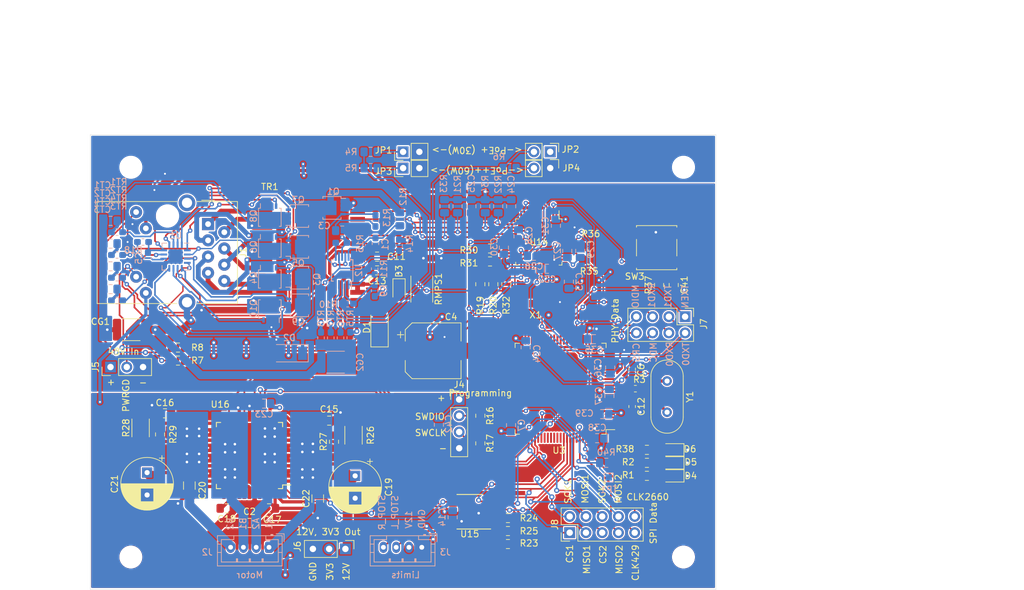
<source format=kicad_pcb>
(kicad_pcb (version 20171130) (host pcbnew "(5.1.12)-1")
  (layers (0 F.Cu signal) (31 B.Cu signal) (34 B.Paste user) (35 F.Paste user) (36 B.SilkS user) (37 F.SilkS user) (38 B.Mask user) (39 F.Mask user) (44 Edge.Cuts user))
  (net 0 "")
  (net 1 "Net-(C1-Pad1)")
  (net 2 VOUT-)
  (net 3 "Net-(C3-Pad1)")
  (net 4 /Ethernet/VPORTP)
  (net 5 +3V3)
  (net 6 "Net-(C26-Pad1)")
  (net 7 GNDPWR)
  (net 8 "Net-(CG1-Pad1)")
  (net 9 "Net-(CG2-Pad1)")
  (net 10 "Net-(CT1-Pad1)")
  (net 11 "Net-(CT2-Pad1)")
  (net 12 "Net-(CT3-Pad1)")
  (net 13 "Net-(CT4-Pad1)")
  (net 14 VOUT+)
  (net 15 "Net-(D1-Pad2)")
  (net 16 "Net-(D3-Pad2)")
  (net 17 "Net-(D4-Pad2)")
  (net 18 "Net-(D5-Pad2)")
  (net 19 "Net-(J2-Pad1)")
  (net 20 "Net-(J2-Pad2)")
  (net 21 "Net-(J2-Pad3)")
  (net 22 "Net-(J2-Pad4)")
  (net 23 "Net-(JP1-Pad1)")
  (net 24 /Ethernet/RCLASS)
  (net 25 "Net-(JP3-Pad1)")
  (net 26 /Ethernet/RCLASS++)
  (net 27 "Net-(JP4-Pad2)")
  (net 28 /Ethernet/LED_LINK)
  (net 29 "Net-(J1-Pad11)")
  (net 30 "Net-(J1-Pad9)")
  (net 31 /Ethernet/LED_ACT)
  (net 32 "Net-(R10-Pad1)")
  (net 33 "Net-(R11-Pad1)")
  (net 34 "Net-(Q1-Pad4)")
  (net 35 PWRGD)
  (net 36 "Net-(R15-Pad2)")
  (net 37 "Net-(R18-Pad2)")
  (net 38 "Net-(R19-Pad1)")
  (net 39 /Ethernet/POE_CT12)
  (net 40 /Ethernet/POE_CT36)
  (net 41 /Ethernet/POE_CT45)
  (net 42 /Ethernet/POE_CT78)
  (net 43 "Net-(RT5-Pad1)")
  (net 44 "Net-(RT6-Pad1)")
  (net 45 "Net-(RT7-Pad1)")
  (net 46 "Net-(RT8-Pad1)")
  (net 47 NRST)
  (net 48 /Ethernet/RX-)
  (net 49 /Ethernet/RX+)
  (net 50 /Ethernet/TX-)
  (net 51 /Ethernet/TX+)
  (net 52 "Net-(J1-Pad1)")
  (net 53 "Net-(J1-Pad2)")
  (net 54 "Net-(J1-Pad3)")
  (net 55 "Net-(J1-Pad6)")
  (net 56 "Net-(J1-Pad5)")
  (net 57 "Net-(J1-Pad4)")
  (net 58 "Net-(J1-Pad8)")
  (net 59 "Net-(J1-Pad7)")
  (net 60 /Ethernet/TG36)
  (net 61 /Ethernet/TG45)
  (net 62 /Ethernet/TG78)
  (net 63 /Ethernet/BG78)
  (net 64 /Ethernet/BG45)
  (net 65 /Ethernet/BG36)
  (net 66 /Ethernet/BG12)
  (net 67 /Ethernet/TG12)
  (net 68 "Net-(U3-Pad4)")
  (net 69 "Net-(U3-Pad5)")
  (net 70 "Net-(U3-Pad7)")
  (net 71 "Net-(U3-Pad8)")
  (net 72 "Net-(U3-Pad9)")
  (net 73 "Net-(C12-Pad1)")
  (net 74 "Net-(R3-Pad1)")
  (net 75 "Net-(U3-Pad15)")
  (net 76 MDC)
  (net 77 SPI2_MISO)
  (net 78 SPI2_MOSI)
  (net 79 "Net-(U3-Pad21)")
  (net 80 "Net-(U3-Pad23)")
  (net 81 "Net-(U3-Pad24)")
  (net 82 MDIO)
  (net 83 "Net-(U3-Pad26)")
  (net 84 SPI1_CS)
  (net 85 SPI1_SCK)
  (net 86 SPI1_MISO)
  (net 87 CRS_DV)
  (net 88 RXD0)
  (net 89 RXD1)
  (net 90 CLK_429)
  (net 91 CLK_2660)
  (net 92 "Net-(U3-Pad37)")
  (net 93 "Net-(U3-Pad38)")
  (net 94 "Net-(U3-Pad39)")
  (net 95 "Net-(U3-Pad40)")
  (net 96 "Net-(U3-Pad41)")
  (net 97 "Net-(U3-Pad42)")
  (net 98 "Net-(U3-Pad43)")
  (net 99 "Net-(U3-Pad44)")
  (net 100 "Net-(U3-Pad45)")
  (net 101 "Net-(U3-Pad46)")
  (net 102 SPI2_SCK)
  (net 103 TXEN)
  (net 104 "Net-(U3-Pad49)")
  (net 105 TXD0)
  (net 106 TXD1)
  (net 107 "Net-(U3-Pad53)")
  (net 108 "Net-(U3-Pad54)")
  (net 109 "Net-(U3-Pad55)")
  (net 110 "Net-(U3-Pad56)")
  (net 111 "Net-(U3-Pad57)")
  (net 112 "Net-(U3-Pad58)")
  (net 113 "Net-(U3-Pad62)")
  (net 114 "Net-(U3-Pad63)")
  (net 115 "Net-(U3-Pad64)")
  (net 116 "Net-(U3-Pad65)")
  (net 117 "Net-(U3-Pad66)")
  (net 118 "Net-(U3-Pad67)")
  (net 119 "Net-(U3-Pad68)")
  (net 120 "Net-(U3-Pad69)")
  (net 121 "Net-(U3-Pad71)")
  (net 122 "Net-(U3-Pad73)")
  (net 123 "Net-(U3-Pad83)")
  (net 124 "Net-(U3-Pad84)")
  (net 125 "Net-(U3-Pad85)")
  (net 126 "Net-(U3-Pad86)")
  (net 127 "Net-(U3-Pad87)")
  (net 128 "Net-(U3-Pad88)")
  (net 129 SPI1_MOSI)
  (net 130 "Net-(U3-Pad93)")
  (net 131 "Net-(U3-Pad95)")
  (net 132 SPI2_CS)
  (net 133 "Net-(U3-Pad97)")
  (net 134 "Net-(U3-Pad98)")
  (net 135 +12V)
  (net 136 "Net-(U14-Pad1)")
  (net 137 "Net-(U14-Pad5)")
  (net 138 "Net-(U14-Pad6)")
  (net 139 "Net-(U14-Pad7)")
  (net 140 "Net-(R30-Pad1)")
  (net 141 "Net-(R31-Pad1)")
  (net 142 "Net-(R32-Pad1)")
  (net 143 "Net-(U14-Pad25)")
  (net 144 "Net-(U14-Pad27)")
  (net 145 "Net-(U14-Pad33)")
  (net 146 "Net-(U14-Pad34)")
  (net 147 "Net-(U14-Pad38)")
  (net 148 "Net-(R35-Pad1)")
  (net 149 "Net-(U14-Pad41)")
  (net 150 "Net-(U14-Pad42)")
  (net 151 "Net-(U14-Pad45)")
  (net 152 "Net-(U14-Pad46)")
  (net 153 "Net-(J3-Pad3)")
  (net 154 "Net-(R25-Pad2)")
  (net 155 "Net-(J3-Pad4)")
  (net 156 /Motor_Control/STEP)
  (net 157 /Motor_Control/DIR)
  (net 158 "Net-(U15-Pad12)")
  (net 159 "Net-(U15-Pad16)")
  (net 160 "Net-(U16-Pad1)")
  (net 161 "Net-(R26-Pad1)")
  (net 162 "Net-(C15-Pad1)")
  (net 163 "Net-(C23-Pad2)")
  (net 164 "Net-(U16-Pad20)")
  (net 165 "Net-(C16-Pad1)")
  (net 166 "Net-(R28-Pad1)")
  (net 167 "Net-(U16-Pad33)")
  (net 168 "Net-(U16-Pad34)")
  (net 169 "Net-(C18-Pad2)")
  (net 170 "Net-(U16-Pad37)")
  (net 171 "Net-(U16-Pad38)")
  (net 172 "Net-(X1-Pad1)")
  (net 173 "Net-(C6-Pad1)")
  (net 174 GND)
  (net 175 "Net-(JP2-Pad1)")
  (net 176 "Net-(R20-Pad1)")
  (net 177 /SWDIO)
  (net 178 /SWCLK)
  (net 179 "Net-(D6-Pad2)")
  (net 180 "Net-(U3-Pad81)")
  (net 181 "Net-(U3-Pad82)")
  (net 182 "Net-(R1-Pad2)")
  (net 183 "Net-(R2-Pad2)")
  (net 184 "Net-(R38-Pad2)")
  (net 185 "Net-(J4-Pad2)")
  (net 186 "Net-(J4-Pad3)")
  (net 187 "Net-(U3-Pad17)")
  (net 188 "Net-(U3-Pad18)")
  (net 189 "Net-(U3-Pad30)")
  (net 190 "Net-(U3-Pad31)")
  (net 191 "Net-(U3-Pad35)")
  (net 192 "Net-(U3-Pad36)")
  (net 193 "Net-(U3-Pad47)")
  (net 194 "Net-(U3-Pad96)")
  (net 195 "Net-(U3-Pad59)")
  (net 196 "Net-(U3-Pad60)")
  (net 197 "Net-(U3-Pad61)")
  (net 198 "Net-(R40-Pad1)")
  (module Resistor_SMD:R_0805_2012Metric_Pad1.15x1.40mm_HandSolder (layer B.Cu) (at 174.371 109.093)
    (fp_text reference R40 (at 0 -1.651) (layer B.SilkS) (effects (justify mirror)))
    (fp_text value 10k)
    (pad 2 smd roundrect (at 1.025 0) (size 1.15 1.4) (layers B.Cu B.Paste B.Mask) (roundrect_rratio 0.217391) (net 174 GND))
    (pad 1 smd roundrect (at -1.025 0) (size 1.15 1.4) (layers B.Cu B.Paste B.Mask) (roundrect_rratio 0.217391) (net 198 "Net-(R40-Pad1)"))
  )
  (module MountingHole:MountingHole_3.2mm_M3 (layer F.Cu) (at 100.076 123.825)
    (fp_text reference REF** hide)
    (fp_text value MountingHole_3.2mm_M3)
    (pad "" np_thru_hole circle (at 0 0) (size 3.200001 3.200001) (drill 3.200001) (layers *.Cu *.Mask))
  )
  (module MountingHole:MountingHole_3.2mm_M3 (layer F.Cu) (at 186.436 123.825)
    (fp_text reference REF** hide)
    (fp_text value MountingHole_3.2mm_M3)
    (pad "" np_thru_hole circle (at 0 0) (size 3.200001 3.200001) (drill 3.200001) (layers *.Cu *.Mask))
  )
  (module Capacitor_SMD:C_0805_2012Metric_Pad1.15x1.40mm_HandSolder (layer F.Cu) (at 118.618 118.491 180)
    (fp_text reference C2 (at 0 1.778 180) (layer F.SilkS))
    (fp_text value 0.1uF)
    (pad 1 smd roundrect (at -1.025 0 180) (size 1.15 1.4) (layers F.Cu F.Paste F.Mask) (roundrect_rratio 0.217391) (net 174 GND))
    (pad 2 smd roundrect (at 1.025 0 180) (size 1.15 1.4) (layers F.Cu F.Paste F.Mask) (roundrect_rratio 0.217391) (net 135 +12V))
  )
  (module Package_QFP:PQFP-44_10x10mm_P0.8mm (layer F.Cu) (at 118.618 107.95 180)
    (fp_text reference U16 (at 4.572 8.001) (layer F.SilkS))
    (fp_text value TMC2660C-PA)
    (pad 1 smd rect (at -6.05 -4 180) (size 1.5 0.52) (layers F.Cu F.Paste F.Mask) (net 160 "Net-(U16-Pad1)"))
    (pad 2 smd rect (at -6.05 -3.2 180) (size 1.5 0.52) (layers F.Cu F.Paste F.Mask) (net 19 "Net-(J2-Pad1)"))
    (pad 3 smd rect (at -6.05 -2.4 180) (size 1.5 0.52) (layers F.Cu F.Paste F.Mask) (net 19 "Net-(J2-Pad1)"))
    (pad 4 smd rect (at -6.05 -1.6 180) (size 1.5 0.52) (layers F.Cu F.Paste F.Mask) (net 135 +12V))
    (pad 5 smd rect (at -6.05 -0.8 180) (size 1.5 0.52) (layers F.Cu F.Paste F.Mask) (net 20 "Net-(J2-Pad2)"))
    (pad 6 smd rect (at -6.05 0 180) (size 1.5 0.52) (layers F.Cu F.Paste F.Mask) (net 20 "Net-(J2-Pad2)"))
    (pad 7 smd rect (at -6.05 0.8 180) (size 1.5 0.52) (layers F.Cu F.Paste F.Mask) (net 19 "Net-(J2-Pad1)"))
    (pad 8 smd rect (at -6.05 1.6 180) (size 1.5 0.52) (layers F.Cu F.Paste F.Mask) (net 19 "Net-(J2-Pad1)"))
    (pad 9 smd rect (at -6.05 2.4 180) (size 1.5 0.52) (layers F.Cu F.Paste F.Mask) (net 161 "Net-(R26-Pad1)"))
    (pad 10 smd rect (at -6.05 3.2 180) (size 1.5 0.52) (layers F.Cu F.Paste F.Mask) (net 20 "Net-(J2-Pad2)"))
    (pad 11 smd rect (at -6.05 4 180) (size 1.5 0.52) (layers F.Cu F.Paste F.Mask) (net 20 "Net-(J2-Pad2)"))
    (pad 12 smd rect (at -4 6.05 180) (size 0.52 1.5) (layers F.Cu F.Paste F.Mask) (net 162 "Net-(C15-Pad1)"))
    (pad 13 smd rect (at -3.2 6.05 180) (size 0.52 1.5) (layers F.Cu F.Paste F.Mask) (net 163 "Net-(C23-Pad2)"))
    (pad 14 smd rect (at -2.4 6.05 180) (size 0.52 1.5) (layers F.Cu F.Paste F.Mask) (net 77 SPI2_MISO))
    (pad 15 smd rect (at -1.6 6.05 180) (size 0.52 1.5) (layers F.Cu F.Paste F.Mask) (net 78 SPI2_MOSI))
    (pad 16 smd rect (at -0.8 6.05 180) (size 0.52 1.5) (layers F.Cu F.Paste F.Mask) (net 102 SPI2_SCK))
    (pad 17 smd rect (at 0 6.05 180) (size 0.52 1.5) (layers F.Cu F.Paste F.Mask) (net 174 GND))
    (pad 18 smd rect (at 0.8 6.05 180) (size 0.52 1.5) (layers F.Cu F.Paste F.Mask) (net 132 SPI2_CS))
    (pad 19 smd rect (at 1.6 6.05 180) (size 0.52 1.5) (layers F.Cu F.Paste F.Mask) (net 174 GND))
    (pad 20 smd rect (at 2.4 6.05 180) (size 0.52 1.5) (layers F.Cu F.Paste F.Mask) (net 164 "Net-(U16-Pad20)"))
    (pad 21 smd rect (at 3.2 6.05 180) (size 0.52 1.5) (layers F.Cu F.Paste F.Mask) (net 91 CLK_2660))
    (pad 22 smd rect (at 4 6.05 180) (size 0.52 1.5) (layers F.Cu F.Paste F.Mask) (net 165 "Net-(C16-Pad1)"))
    (pad 23 smd rect (at 6.05 4 180) (size 1.5 0.52) (layers F.Cu F.Paste F.Mask) (net 22 "Net-(J2-Pad4)"))
    (pad 24 smd rect (at 6.05 3.2 180) (size 1.5 0.52) (layers F.Cu F.Paste F.Mask) (net 22 "Net-(J2-Pad4)"))
    (pad 25 smd rect (at 6.05 2.4 180) (size 1.5 0.52) (layers F.Cu F.Paste F.Mask) (net 166 "Net-(R28-Pad1)"))
    (pad 26 smd rect (at 6.05 1.6 180) (size 1.5 0.52) (layers F.Cu F.Paste F.Mask) (net 21 "Net-(J2-Pad3)"))
    (pad 27 smd rect (at 6.05 0.8 180) (size 1.5 0.52) (layers F.Cu F.Paste F.Mask) (net 21 "Net-(J2-Pad3)"))
    (pad 28 smd rect (at 6.05 0 180) (size 1.5 0.52) (layers F.Cu F.Paste F.Mask) (net 22 "Net-(J2-Pad4)"))
    (pad 29 smd rect (at 6.05 -0.8 180) (size 1.5 0.52) (layers F.Cu F.Paste F.Mask) (net 22 "Net-(J2-Pad4)"))
    (pad 30 smd rect (at 6.05 -1.6 180) (size 1.5 0.52) (layers F.Cu F.Paste F.Mask) (net 135 +12V))
    (pad 31 smd rect (at 6.05 -2.4 180) (size 1.5 0.52) (layers F.Cu F.Paste F.Mask) (net 21 "Net-(J2-Pad3)"))
    (pad 32 smd rect (at 6.05 -3.2 180) (size 1.5 0.52) (layers F.Cu F.Paste F.Mask) (net 21 "Net-(J2-Pad3)"))
    (pad 33 smd rect (at 6.05 -4 180) (size 1.5 0.52) (layers F.Cu F.Paste F.Mask) (net 167 "Net-(U16-Pad33)"))
    (pad 34 smd rect (at 4 -6.05 180) (size 0.52 1.5) (layers F.Cu F.Paste F.Mask) (net 168 "Net-(U16-Pad34)"))
    (pad 35 smd rect (at 3.2 -6.05 180) (size 0.52 1.5) (layers F.Cu F.Paste F.Mask) (net 169 "Net-(C18-Pad2)"))
    (pad 36 smd rect (at 2.4 -6.05 180) (size 0.52 1.5) (layers F.Cu F.Paste F.Mask) (net 135 +12V))
    (pad 37 smd rect (at 1.6 -6.05 180) (size 0.52 1.5) (layers F.Cu F.Paste F.Mask) (net 170 "Net-(U16-Pad37)"))
    (pad 38 smd rect (at 0.8 -6.05 180) (size 0.52 1.5) (layers F.Cu F.Paste F.Mask) (net 171 "Net-(U16-Pad38)"))
    (pad 39 smd rect (at 0 -6.05 180) (size 0.52 1.5) (layers F.Cu F.Paste F.Mask) (net 174 GND))
    (pad 40 smd rect (at -0.8 -6.05 180) (size 0.52 1.5) (layers F.Cu F.Paste F.Mask) (net 5 +3V3))
    (pad 41 smd rect (at -1.6 -6.05 180) (size 0.52 1.5) (layers F.Cu F.Paste F.Mask) (net 157 /Motor_Control/DIR))
    (pad 42 smd rect (at -2.4 -6.05 180) (size 0.52 1.5) (layers F.Cu F.Paste F.Mask) (net 156 /Motor_Control/STEP))
    (pad 43 smd rect (at -3.2 -6.05 180) (size 0.52 1.5) (layers F.Cu F.Paste F.Mask) (net 174 GND))
    (pad 44 smd rect (at -4 -6.05 180) (size 0.52 1.5) (layers F.Cu F.Paste F.Mask) (net 174 GND))
  )
  (module Connector_RJ:RJ45_Amphenol_RJMG1BD3B8K1ANR (layer F.Cu) (at 112.141 71.755 270)
    (fp_text reference J1 (at 4.445 -5.49 270) (layer F.SilkS))
    (fp_text value RJ45)
    (pad 1 thru_hole rect (at 0 0 270) (size 1.9 1.9) (drill 0.9) (layers *.Cu *.Mask) (net 52 "Net-(J1-Pad1)"))
    (pad 2 thru_hole circle (at 1.27 -2.54 270) (size 1.9 1.9) (drill 0.9) (layers *.Cu *.Mask) (net 53 "Net-(J1-Pad2)"))
    (pad 3 thru_hole circle (at 2.54 0 270) (size 1.9 1.9) (drill 0.9) (layers *.Cu *.Mask) (net 54 "Net-(J1-Pad3)"))
    (pad 4 thru_hole circle (at 3.81 -2.54 270) (size 1.9 1.9) (drill 0.9) (layers *.Cu *.Mask) (net 57 "Net-(J1-Pad4)"))
    (pad 5 thru_hole circle (at 5.08 0 270) (size 1.9 1.9) (drill 0.9) (layers *.Cu *.Mask) (net 56 "Net-(J1-Pad5)"))
    (pad 6 thru_hole circle (at 6.35 -2.54 270) (size 1.9 1.9) (drill 0.9) (layers *.Cu *.Mask) (net 55 "Net-(J1-Pad6)"))
    (pad 7 thru_hole circle (at 7.62 0 270) (size 1.9 1.9) (drill 0.9) (layers *.Cu *.Mask) (net 59 "Net-(J1-Pad7)"))
    (pad 8 thru_hole circle (at 8.89 -2.54 270) (size 1.9 1.9) (drill 0.9) (layers *.Cu *.Mask) (net 58 "Net-(J1-Pad8)"))
    (pad 12 thru_hole circle (at 10.77 9.72 270) (size 1.89 1.89) (drill 0.89) (layers *.Cu *.Mask) (net 5 +3V3))
    (pad 11 thru_hole circle (at 8.23 11.24 270) (size 1.89 1.89) (drill 0.89) (layers *.Cu *.Mask) (net 29 "Net-(J1-Pad11)"))
    (pad 10 thru_hole circle (at 0.66 9.72 270) (size 1.89 1.89) (drill 0.89) (layers *.Cu *.Mask) (net 5 +3V3))
    (pad 9 thru_hole circle (at -1.88 11.24 270) (size 1.89 1.89) (drill 0.89) (layers *.Cu *.Mask) (net 30 "Net-(J1-Pad9)"))
    (pad "" thru_hole circle (at -3.33 3.29 270) (size 2.6 2.6) (drill 1.6) (layers *.Cu *.Mask))
    (pad 13 thru_hole circle (at 12.22 3.29 270) (size 2.6 2.6) (drill 1.6) (layers *.Cu *.Mask) (net 7 GNDPWR))
    (pad "" np_thru_hole circle (at -1.27 6.34 270) (size 3.25 3.25) (drill 3.25) (layers *.Cu *.Mask))
    (pad "" np_thru_hole circle (at 10.16 6.34 270) (size 3.25 3.25) (drill 3.25) (layers *.Cu *.Mask))
  )
  (module MountingHole:MountingHole_3.2mm_M3 (layer F.Cu) (at 100.076 62.865)
    (fp_text reference REF** hide)
    (fp_text value MountingHole_3.2mm_M3)
    (pad "" np_thru_hole circle (at 0 0) (size 3.200001 3.200001) (drill 3.200001) (layers *.Cu *.Mask))
  )
  (module MountingHole:MountingHole_3.2mm_M3 (layer F.Cu) (at 186.436 62.865)
    (fp_text reference REF** hide)
    (fp_text value MountingHole_3.2mm_M3)
    (pad "" np_thru_hole circle (at 0 0) (size 3.200001 3.200001) (drill 3.200001) (layers *.Cu *.Mask))
  )
  (module Resistor_SMD:R_0603_1608Metric_Pad1.05x0.95mm_HandSolder (layer B.Cu) (at 97.917 80.137 180)
    (fp_text reference RT4 (at -0.254 12.446) (layer B.SilkS) (effects (justify mirror)))
    (fp_text value 75)
    (pad 1 smd roundrect (at -0.875 0 180) (size 1.05 0.95) (layers B.Cu B.Paste B.Mask) (net 42 /Ethernet/POE_CT78))
    (pad 2 smd roundrect (at 0.875 0 180) (size 1.05 0.95) (layers B.Cu B.Paste B.Mask) (net 13 "Net-(CT4-Pad1)"))
  )
  (module Capacitor_SMD:C_0603_1608Metric_Pad1.05x0.95mm_HandSolder (layer B.Cu) (at 102.743 77.089 270)
    (fp_text reference C5 (at 0 1.43 270) (layer B.SilkS) (effects (justify mirror)))
    (fp_text value 0.047uF)
    (pad 2 smd roundrect (at 0.875 0 270) (size 1.05 0.95) (layers B.Cu B.Paste B.Mask) (net 2 VOUT-))
    (pad 1 smd roundrect (at -0.875 0 270) (size 1.05 0.95) (layers B.Cu B.Paste B.Mask) (net 4 /Ethernet/VPORTP))
  )
  (module Capacitor_SMD:C_0603_1608Metric_Pad1.05x0.95mm_HandSolder (layer B.Cu) (at 138.303 74.803 270)
    (fp_text reference C1 (at 0.127 -1.524 90) (layer B.SilkS) (effects (justify mirror)))
    (fp_text value 0.047uF)
    (pad 1 smd roundrect (at -0.875 0 270) (size 1.05 0.95) (layers B.Cu B.Paste B.Mask) (net 1 "Net-(C1-Pad1)"))
    (pad 2 smd roundrect (at 0.875 0 270) (size 1.05 0.95) (layers B.Cu B.Paste B.Mask) (net 2 VOUT-))
  )
  (module Capacitor_SMD:C_0805_2012Metric_Pad1.15x1.40mm_HandSolder (layer B.Cu) (at 133.105 72.771)
    (fp_text reference C3 (at -2.803 -0.762) (layer B.SilkS) (effects (justify mirror)))
    (fp_text value 47nF)
    (pad 2 smd roundrect (at 1.025 0) (size 1.15 1.4) (layers B.Cu B.Paste B.Mask) (roundrect_rratio 0.217391) (net 2 VOUT-))
    (pad 1 smd roundrect (at -1.025 0) (size 1.15 1.4) (layers B.Cu B.Paste B.Mask) (roundrect_rratio 0.217391) (net 3 "Net-(C3-Pad1)"))
  )
  (module Capacitor_SMD:C_0805_2012Metric_Pad1.15x1.40mm_HandSolder (layer B.Cu) (at 159.489116 103.197967 90)
    (fp_text reference C7 (at 0 1.65 270) (layer B.SilkS) (effects (justify mirror)))
    (fp_text value 0.1uF)
    (pad 2 smd roundrect (at 1.025 0 90) (size 1.15 1.4) (layers B.Cu B.Paste B.Mask) (roundrect_rratio 0.217391) (net 174 GND))
    (pad 1 smd roundrect (at -1.025 0 90) (size 1.15 1.4) (layers B.Cu B.Paste B.Mask) (roundrect_rratio 0.217391) (net 5 +3V3))
  )
  (module Capacitor_SMD:C_0805_2012Metric_Pad1.15x1.40mm_HandSolder (layer B.Cu) (at 150.368 117.602 270)
    (fp_text reference C14 (at 0 1.65 270) (layer B.SilkS) (effects (justify mirror)))
    (fp_text value 0.1uF)
    (pad 2 smd roundrect (at 1.025 0 270) (size 1.15 1.4) (layers B.Cu B.Paste B.Mask) (roundrect_rratio 0.217391) (net 174 GND))
    (pad 1 smd roundrect (at -1.025 0 270) (size 1.15 1.4) (layers B.Cu B.Paste B.Mask) (roundrect_rratio 0.217391) (net 5 +3V3))
  )
  (module Capacitor_SMD:C_0805_2012Metric_Pad1.15x1.40mm_HandSolder (layer F.Cu) (at 121.666 116.205)
    (fp_text reference C17 (at 0.508 1.778) (layer F.SilkS))
    (fp_text value 0.1uF)
    (pad 1 smd roundrect (at -1.025 0) (size 1.15 1.4) (layers F.Cu F.Paste F.Mask) (roundrect_rratio 0.217391) (net 5 +3V3))
    (pad 2 smd roundrect (at 1.025 0) (size 1.15 1.4) (layers F.Cu F.Paste F.Mask) (roundrect_rratio 0.217391) (net 174 GND))
  )
  (module Capacitor_SMD:C_0805_2012Metric_Pad1.15x1.40mm_HandSolder (layer B.Cu) (at 163.068 76.708)
    (fp_text reference C26 (at 0 1.65) (layer B.SilkS) (effects (justify mirror)))
    (fp_text value 0.1uF)
    (pad 1 smd roundrect (at -1.025 0) (size 1.15 1.4) (layers B.Cu B.Paste B.Mask) (roundrect_rratio 0.217391) (net 6 "Net-(C26-Pad1)"))
    (pad 2 smd roundrect (at 1.025 0) (size 1.15 1.4) (layers B.Cu B.Paste B.Mask) (roundrect_rratio 0.217391) (net 174 GND))
  )
  (module Capacitor_SMD:C_0805_2012Metric_Pad1.15x1.40mm_HandSolder (layer B.Cu) (at 168.275 75.946 90)
    (fp_text reference C27 (at 0 -1.524 90) (layer B.SilkS) (effects (justify mirror)))
    (fp_text value 0.1uF)
    (pad 2 smd roundrect (at 1.025 0 90) (size 1.15 1.4) (layers B.Cu B.Paste B.Mask) (roundrect_rratio 0.217391) (net 174 GND))
    (pad 1 smd roundrect (at -1.025 0 90) (size 1.15 1.4) (layers B.Cu B.Paste B.Mask) (roundrect_rratio 0.217391) (net 6 "Net-(C26-Pad1)"))
  )
  (module Capacitor_SMD:C_0805_2012Metric_Pad1.15x1.40mm_HandSolder (layer B.Cu) (at 160.655 73.66 270)
    (fp_text reference C28 (at -0.127 -1.651 90) (layer B.SilkS) (effects (justify mirror)))
    (fp_text value 0.1uF)
    (pad 1 smd roundrect (at -1.025 0 270) (size 1.15 1.4) (layers B.Cu B.Paste B.Mask) (roundrect_rratio 0.217391) (net 6 "Net-(C26-Pad1)"))
    (pad 2 smd roundrect (at 1.025 0 270) (size 1.15 1.4) (layers B.Cu B.Paste B.Mask) (roundrect_rratio 0.217391) (net 174 GND))
  )
  (module Capacitor_SMD:C_0805_2012Metric_Pad1.15x1.40mm_HandSolder (layer B.Cu) (at 158.369 75.438 90)
    (fp_text reference C30 (at 0.127 -1.524 90) (layer B.SilkS) (effects (justify mirror)))
    (fp_text value 0.1uF)
    (pad 1 smd roundrect (at -1.025 0 90) (size 1.15 1.4) (layers B.Cu B.Paste B.Mask) (roundrect_rratio 0.217391) (net 5 +3V3))
    (pad 2 smd roundrect (at 1.025 0 90) (size 1.15 1.4) (layers B.Cu B.Paste B.Mask) (roundrect_rratio 0.217391) (net 174 GND))
  )
  (module Capacitor_SMD:C_0805_2012Metric_Pad1.15x1.40mm_HandSolder (layer B.Cu) (at 166.497 72.009 270)
    (fp_text reference C31 (at 0 1.65 90) (layer B.SilkS) (effects (justify mirror)))
    (fp_text value 0.1uF)
    (pad 1 smd roundrect (at -1.025 0 270) (size 1.15 1.4) (layers B.Cu B.Paste B.Mask) (roundrect_rratio 0.217391) (net 5 +3V3))
    (pad 2 smd roundrect (at 1.025 0 270) (size 1.15 1.4) (layers B.Cu B.Paste B.Mask) (roundrect_rratio 0.217391) (net 174 GND))
  )
  (module Capacitor_SMD:C_0805_2012Metric_Pad1.15x1.40mm_HandSolder (layer B.Cu) (at 165.1 78.74)
    (fp_text reference C32 (at 0 1.65) (layer B.SilkS) (effects (justify mirror)))
    (fp_text value 0.1uF)
    (pad 2 smd roundrect (at 1.025 0) (size 1.15 1.4) (layers B.Cu B.Paste B.Mask) (roundrect_rratio 0.217391) (net 174 GND))
    (pad 1 smd roundrect (at -1.025 0) (size 1.15 1.4) (layers B.Cu B.Paste B.Mask) (roundrect_rratio 0.217391) (net 5 +3V3))
  )
  (module Capacitor_SMD:C_0805_2012Metric_Pad1.15x1.40mm_HandSolder (layer B.Cu) (at 161.775115 91.014966 270)
    (fp_text reference C34 (at 1.016 -1.778 270) (layer B.SilkS) (effects (justify mirror)))
    (fp_text value 0.1uF)
    (pad 2 smd roundrect (at 1.025 0 270) (size 1.15 1.4) (layers B.Cu B.Paste B.Mask) (roundrect_rratio 0.217391) (net 174 GND))
    (pad 1 smd roundrect (at -1.025 0 270) (size 1.15 1.4) (layers B.Cu B.Paste B.Mask) (roundrect_rratio 0.217391) (net 5 +3V3))
  )
  (module Capacitor_SMD:C_0805_2012Metric_Pad1.15x1.40mm_HandSolder (layer B.Cu) (at 172.443115 89.744967)
    (fp_text reference C35 (at 0 1.65) (layer B.SilkS) (effects (justify mirror)))
    (fp_text value 0.1uF)
    (pad 1 smd roundrect (at -1.025 0) (size 1.15 1.4) (layers B.Cu B.Paste B.Mask) (roundrect_rratio 0.217391) (net 5 +3V3))
    (pad 2 smd roundrect (at 1.025 0) (size 1.15 1.4) (layers B.Cu B.Paste B.Mask) (roundrect_rratio 0.217391) (net 174 GND))
  )
  (module Capacitor_SMD:C_0805_2012Metric_Pad1.15x1.40mm_HandSolder (layer B.Cu) (at 174.983116 94.189967 90)
    (fp_text reference C36 (at 0 -1.905 270) (layer B.SilkS) (effects (justify mirror)))
    (fp_text value 0.1uF)
    (pad 1 smd roundrect (at -1.025 0 90) (size 1.15 1.4) (layers B.Cu B.Paste B.Mask) (roundrect_rratio 0.217391) (net 5 +3V3))
    (pad 2 smd roundrect (at 1.025 0 90) (size 1.15 1.4) (layers B.Cu B.Paste B.Mask) (roundrect_rratio 0.217391) (net 174 GND))
  )
  (module Capacitor_SMD:C_0805_2012Metric_Pad1.15x1.40mm_HandSolder (layer B.Cu) (at 174.856116 98.634967 270)
    (fp_text reference C37 (at 0 1.65 90) (layer B.SilkS) (effects (justify mirror)))
    (fp_text value 0.1uF)
    (pad 2 smd roundrect (at 1.025 0 270) (size 1.15 1.4) (layers B.Cu B.Paste B.Mask) (roundrect_rratio 0.217391) (net 174 GND))
    (pad 1 smd roundrect (at -1.025 0 270) (size 1.15 1.4) (layers B.Cu B.Paste B.Mask) (roundrect_rratio 0.217391) (net 5 +3V3))
  )
  (module Capacitor_SMD:C_0805_2012Metric_Pad1.15x1.40mm_HandSolder (layer B.Cu) (at 172.951116 105.238967 180)
    (fp_text reference C38 (at 0 1.65 180) (layer B.SilkS) (effects (justify mirror)))
    (fp_text value 0.1uF)
    (pad 1 smd roundrect (at -1.025 0 180) (size 1.15 1.4) (layers B.Cu B.Paste B.Mask) (roundrect_rratio 0.217391) (net 5 +3V3))
    (pad 2 smd roundrect (at 1.025 0 180) (size 1.15 1.4) (layers B.Cu B.Paste B.Mask) (roundrect_rratio 0.217391) (net 174 GND))
  )
  (module Capacitor_SMD:C_0805_2012Metric_Pad1.15x1.40mm_HandSolder (layer B.Cu) (at 173.736 101.473 180)
    (fp_text reference C39 (at 2.794 0.127) (layer B.SilkS) (effects (justify mirror)))
    (fp_text value 0.1uF)
    (pad 1 smd roundrect (at -1.025 0 180) (size 1.15 1.4) (layers B.Cu B.Paste B.Mask) (roundrect_rratio 0.217391) (net 5 +3V3))
    (pad 2 smd roundrect (at 1.025 0 180) (size 1.15 1.4) (layers B.Cu B.Paste B.Mask) (roundrect_rratio 0.217391) (net 174 GND))
  )
  (module Capacitor_SMD:C_1812_4532Metric_Pad1.30x3.40mm_HandSolder (layer F.Cu) (at 100.142 88.265)
    (fp_text reference CG1 (at -4.826 -1.27) (layer F.SilkS))
    (fp_text value 1000pF)
    (pad 2 smd roundrect (at 2.225 0) (size 1.3 3.4) (layers F.Cu F.Paste F.Mask) (roundrect_rratio 0.192308) (net 7 GNDPWR))
    (pad 1 smd roundrect (at -2.225 0) (size 1.3 3.4) (layers F.Cu F.Paste F.Mask) (roundrect_rratio 0.192308) (net 8 "Net-(CG1-Pad1)"))
  )
  (module Capacitor_SMD:C_1812_4532Metric_Pad1.30x3.40mm_HandSolder (layer B.Cu) (at 132.08 93.345 180)
    (fp_text reference CG2 (at -3.81 0 270) (layer B.SilkS) (effects (justify mirror)))
    (fp_text value 1000pF)
    (pad 1 smd roundrect (at -2.225 0 180) (size 1.3 3.4) (layers B.Cu B.Paste B.Mask) (roundrect_rratio 0.192308) (net 9 "Net-(CG2-Pad1)"))
    (pad 2 smd roundrect (at 2.225 0 180) (size 1.3 3.4) (layers B.Cu B.Paste B.Mask) (roundrect_rratio 0.192308) (net 7 GNDPWR))
  )
  (module Capacitor_SMD:C_0805_2012Metric_Pad1.15x1.40mm_HandSolder (layer B.Cu) (at 96.91 71.247 180)
    (fp_text reference CT1 (at 1.279 5.588) (layer B.SilkS) (effects (justify mirror)))
    (fp_text value 0.01uF)
    (pad 2 smd roundrect (at 1.025 0 180) (size 1.15 1.4) (layers B.Cu B.Paste B.Mask) (roundrect_rratio 0.217391) (net 8 "Net-(CG1-Pad1)"))
    (pad 1 smd roundrect (at -1.025 0 180) (size 1.15 1.4) (layers B.Cu B.Paste B.Mask) (roundrect_rratio 0.217391) (net 10 "Net-(CT1-Pad1)"))
  )
  (module Capacitor_SMD:C_0805_2012Metric_Pad1.15x1.40mm_HandSolder (layer B.Cu) (at 96.901 74.803 180)
    (fp_text reference CT2 (at 1.27 7.874) (layer B.SilkS) (effects (justify mirror)))
    (fp_text value 0.01uF)
    (pad 1 smd roundrect (at -1.025 0 180) (size 1.15 1.4) (layers B.Cu B.Paste B.Mask) (roundrect_rratio 0.217391) (net 11 "Net-(CT2-Pad1)"))
    (pad 2 smd roundrect (at 1.025 0 180) (size 1.15 1.4) (layers B.Cu B.Paste B.Mask) (roundrect_rratio 0.217391) (net 8 "Net-(CG1-Pad1)"))
  )
  (module Capacitor_SMD:C_0805_2012Metric_Pad1.15x1.40mm_HandSolder (layer B.Cu) (at 96.901 81.915 180)
    (fp_text reference CT3 (at 1.27 12.446) (layer B.SilkS) (effects (justify mirror)))
    (fp_text value 0.01uF)
    (pad 1 smd roundrect (at -1.025 0 180) (size 1.15 1.4) (layers B.Cu B.Paste B.Mask) (roundrect_rratio 0.217391) (net 12 "Net-(CT3-Pad1)"))
    (pad 2 smd roundrect (at 1.025 0 180) (size 1.15 1.4) (layers B.Cu B.Paste B.Mask) (roundrect_rratio 0.217391) (net 8 "Net-(CG1-Pad1)"))
  )
  (module Capacitor_SMD:C_0805_2012Metric_Pad1.15x1.40mm_HandSolder (layer B.Cu) (at 96.901 78.359 180)
    (fp_text reference CT4 (at 1.27 10.16) (layer B.SilkS) (effects (justify mirror)))
    (fp_text value 0.01uF)
    (pad 2 smd roundrect (at 1.025 0 180) (size 1.15 1.4) (layers B.Cu B.Paste B.Mask) (roundrect_rratio 0.217391) (net 8 "Net-(CG1-Pad1)"))
    (pad 1 smd roundrect (at -1.025 0 180) (size 1.15 1.4) (layers B.Cu B.Paste B.Mask) (roundrect_rratio 0.217391) (net 13 "Net-(CT4-Pad1)"))
  )
  (module Diode_SMD:D_SOD-128 (layer F.Cu) (at 138.938 87.884 90)
    (fp_text reference D1 (at 0 -2 90) (layer F.SilkS))
    (fp_text value D_Schottky)
    (pad 1 smd rect (at -2.2 0 90) (size 1.4 2.1) (layers F.Cu F.Paste F.Mask) (net 14 VOUT+))
    (pad 2 smd rect (at 2.2 0 90) (size 1.4 2.1) (layers F.Cu F.Paste F.Mask) (net 15 "Net-(D1-Pad2)"))
  )
  (module Diode_SMD:D_SOD-128 (layer B.Cu) (at 124.714 91.948 180)
    (fp_text reference D2 (at -0.127 2.413) (layer B.SilkS) (effects (justify mirror)))
    (fp_text value TVS)
    (pad 2 smd rect (at 2.2 0 180) (size 1.4 2.1) (layers B.Cu B.Paste B.Mask) (net 2 VOUT-))
    (pad 1 smd rect (at -2.2 0 180) (size 1.4 2.1) (layers B.Cu B.Paste B.Mask) (net 4 /Ethernet/VPORTP))
  )
  (module LED_SMD:LED_0805_2012Metric_Pad1.15x1.40mm_HandSolder (layer F.Cu) (at 141.986 82.169 270)
    (fp_text reference D3 (at -3.048 0 90) (layer F.SilkS))
    (fp_text value LED)
    (pad 1 smd roundrect (at -1.025 0 270) (size 1.15 1.4) (layers F.Cu F.Paste F.Mask) (roundrect_rratio 0.217391) (net 2 VOUT-))
    (pad 2 smd roundrect (at 1.025 0 270) (size 1.15 1.4) (layers F.Cu F.Paste F.Mask) (roundrect_rratio 0.217391) (net 16 "Net-(D3-Pad2)"))
  )
  (module LED_SMD:LED_0805_2012Metric_Pad1.15x1.40mm_HandSolder (layer F.Cu) (at 184.658 111.124999 180)
    (fp_text reference D4 (at -2.921 -0.000001) (layer F.SilkS))
    (fp_text value Green)
    (pad 2 smd roundrect (at 1.025 0 180) (size 1.15 1.4) (layers F.Cu F.Paste F.Mask) (roundrect_rratio 0.217391) (net 17 "Net-(D4-Pad2)"))
    (pad 1 smd roundrect (at -1.025 0 180) (size 1.15 1.4) (layers F.Cu F.Paste F.Mask) (roundrect_rratio 0.217391) (net 174 GND))
  )
  (module LED_SMD:LED_0805_2012Metric_Pad1.15x1.40mm_HandSolder (layer F.Cu) (at 184.658 109.092999 180)
    (fp_text reference D5 (at -2.921 0.127) (layer F.SilkS))
    (fp_text value Green)
    (pad 1 smd roundrect (at -1.025 0 180) (size 1.15 1.4) (layers F.Cu F.Paste F.Mask) (roundrect_rratio 0.217391) (net 174 GND))
    (pad 2 smd roundrect (at 1.025 0 180) (size 1.15 1.4) (layers F.Cu F.Paste F.Mask) (roundrect_rratio 0.217391) (net 18 "Net-(D5-Pad2)"))
  )
  (module Connector_JST:JST_PH_B4B-PH-K_1x04_P2.00mm_Vertical (layer B.Cu) (at 121.666 122.301 180)
    (fp_text reference J2 (at 9.652 -0.762) (layer B.SilkS) (effects (justify mirror)))
    (fp_text value Motor (at 3 -4.318) (layer B.SilkS) (effects (justify mirror)))
    (fp_text user A1 (at 0 3.683 270) (layer B.SilkS) (effects (justify mirror)))
    (fp_text user A2 (at 2.032 3.683 90) (layer B.SilkS) (effects (justify mirror)))
    (fp_text user B1 (at 4.064 3.683 270) (layer B.SilkS) (effects (justify mirror)))
    (fp_text user B2 (at 6.096 3.683 270) (layer B.SilkS) (effects (justify mirror)))
    (pad 1 thru_hole roundrect (at 0 0 180) (size 1.2 1.75) (drill 0.75) (layers *.Cu *.Mask) (roundrect_rratio 0.208333) (net 19 "Net-(J2-Pad1)"))
    (pad 2 thru_hole oval (at 2 0 180) (size 1.2 1.75) (drill 0.75) (layers *.Cu *.Mask) (net 20 "Net-(J2-Pad2)"))
    (pad 3 thru_hole oval (at 4 0 180) (size 1.2 1.75) (drill 0.75) (layers *.Cu *.Mask) (net 21 "Net-(J2-Pad3)"))
    (pad 4 thru_hole oval (at 6 0 180) (size 1.2 1.75) (drill 0.75) (layers *.Cu *.Mask) (net 22 "Net-(J2-Pad4)"))
  )
  (module Resistor_SMD:R_0805_2012Metric_Pad1.15x1.40mm_HandSolder (layer B.Cu) (at 137.541 60.452 180)
    (fp_text reference R4 (at 3.048 0) (layer B.SilkS) (effects (justify mirror)))
    (fp_text value 34.8)
    (pad 1 smd roundrect (at -1.025 0 180) (size 1.15 1.4) (layers B.Cu B.Paste B.Mask) (roundrect_rratio 0.217391) (net 23 "Net-(JP1-Pad1)"))
    (pad 2 smd roundrect (at 1.025 0 180) (size 1.15 1.4) (layers B.Cu B.Paste B.Mask) (roundrect_rratio 0.217391) (net 24 /Ethernet/RCLASS))
  )
  (module Resistor_SMD:R_0805_2012Metric_Pad1.15x1.40mm_HandSolder (layer B.Cu) (at 137.541 62.992 180)
    (fp_text reference R5 (at 3.048 0) (layer B.SilkS) (effects (justify mirror)))
    (fp_text value 140)
    (pad 2 smd roundrect (at 1.025 0 180) (size 1.15 1.4) (layers B.Cu B.Paste B.Mask) (roundrect_rratio 0.217391) (net 24 /Ethernet/RCLASS))
    (pad 1 smd roundrect (at -1.025 0 180) (size 1.15 1.4) (layers B.Cu B.Paste B.Mask) (roundrect_rratio 0.217391) (net 25 "Net-(JP3-Pad1)"))
  )
  (module Resistor_SMD:R_0805_2012Metric_Pad1.15x1.40mm_HandSolder (layer B.Cu) (at 159.258 62.992)
    (fp_text reference R6 (at -1.651 -1.778) (layer B.SilkS) (effects (justify mirror)))
    (fp_text value 46.4)
    (pad 1 smd roundrect (at -1.025 0) (size 1.15 1.4) (layers B.Cu B.Paste B.Mask) (roundrect_rratio 0.217391) (net 26 /Ethernet/RCLASS++))
    (pad 2 smd roundrect (at 1.025 0) (size 1.15 1.4) (layers B.Cu B.Paste B.Mask) (roundrect_rratio 0.217391) (net 27 "Net-(JP4-Pad2)"))
  )
  (module Resistor_SMD:R_0805_2012Metric_Pad1.15x1.40mm_HandSolder (layer F.Cu) (at 107.442 93.091)
    (fp_text reference R7 (at 3.048 0) (layer F.SilkS))
    (fp_text value 330)
    (pad 2 smd roundrect (at 1.025 0) (size 1.15 1.4) (layers F.Cu F.Paste F.Mask) (roundrect_rratio 0.217391) (net 28 /Ethernet/LED_LINK))
    (pad 1 smd roundrect (at -1.025 0) (size 1.15 1.4) (layers F.Cu F.Paste F.Mask) (roundrect_rratio 0.217391) (net 29 "Net-(J1-Pad11)"))
  )
  (module Resistor_SMD:R_0805_2012Metric_Pad1.15x1.40mm_HandSolder (layer F.Cu) (at 107.442 91.059)
    (fp_text reference R8 (at 3.039 0) (layer F.SilkS))
    (fp_text value 330)
    (pad 1 smd roundrect (at -1.025 0) (size 1.15 1.4) (layers F.Cu F.Paste F.Mask) (roundrect_rratio 0.217391) (net 30 "Net-(J1-Pad9)"))
    (pad 2 smd roundrect (at 1.025 0) (size 1.15 1.4) (layers F.Cu F.Paste F.Mask) (roundrect_rratio 0.217391) (net 31 /Ethernet/LED_ACT))
  )
  (module Resistor_SMD:R_0603_1608Metric_Pad1.05x0.95mm_HandSolder (layer B.Cu) (at 138.176 82.169 90)
    (fp_text reference R9 (at 0 1.43 90) (layer B.SilkS) (effects (justify mirror)))
    (fp_text value 174k)
    (pad 2 smd roundrect (at 0.875 0 90) (size 1.05 0.95) (layers B.Cu B.Paste B.Mask) (net 32 "Net-(R10-Pad1)"))
    (pad 1 smd roundrect (at -0.875 0 90) (size 1.05 0.95) (layers B.Cu B.Paste B.Mask) (net 15 "Net-(D1-Pad2)"))
  )
  (module Resistor_SMD:R_0603_1608Metric_Pad1.05x0.95mm_HandSolder (layer B.Cu) (at 133.985 84.201 180)
    (fp_text reference R10 (at 3.048 -0.127) (layer B.SilkS) (effects (justify mirror)))
    (fp_text value 52.3k)
    (pad 1 smd roundrect (at -0.875 0 180) (size 1.05 0.95) (layers B.Cu B.Paste B.Mask) (net 32 "Net-(R10-Pad1)"))
    (pad 2 smd roundrect (at 0.875 0 180) (size 1.05 0.95) (layers B.Cu B.Paste B.Mask) (net 2 VOUT-))
  )
  (module Resistor_SMD:R_0603_1608Metric_Pad1.05x0.95mm_HandSolder (layer B.Cu) (at 138.176 78.754 90)
    (fp_text reference R11 (at 0 1.43 90) (layer B.SilkS) (effects (justify mirror)))
    (fp_text value 0)
    (pad 2 smd roundrect (at 0.875 0 90) (size 1.05 0.95) (layers B.Cu B.Paste B.Mask) (net 2 VOUT-))
    (pad 1 smd roundrect (at -0.875 0 90) (size 1.05 0.95) (layers B.Cu B.Paste B.Mask) (net 33 "Net-(R11-Pad1)"))
  )
  (module Resistor_SMD:R_0805_2012Metric_Pad1.15x1.40mm_HandSolder (layer B.Cu) (at 142.113 70.993 270)
    (fp_text reference R12 (at -3.556 -0.508 90) (layer B.SilkS) (effects (justify mirror)))
    (fp_text value 8.2)
    (pad 2 smd roundrect (at 1.025 0 270) (size 1.15 1.4) (layers B.Cu B.Paste B.Mask) (roundrect_rratio 0.217391) (net 1 "Net-(C1-Pad1)"))
    (pad 1 smd roundrect (at -1.025 0 270) (size 1.15 1.4) (layers B.Cu B.Paste B.Mask) (roundrect_rratio 0.217391) (net 4 /Ethernet/VPORTP))
  )
  (module Resistor_SMD:R_0603_1608Metric_Pad1.05x0.95mm_HandSolder (layer B.Cu) (at 138.303 71.247 270)
    (fp_text reference R13 (at -0.508 -1.778 90) (layer B.SilkS) (effects (justify mirror)))
    (fp_text value 3.3K)
    (pad 1 smd roundrect (at -0.875 0 270) (size 1.05 0.95) (layers B.Cu B.Paste B.Mask) (net 34 "Net-(Q1-Pad4)"))
    (pad 2 smd roundrect (at 0.875 0 270) (size 1.05 0.95) (layers B.Cu B.Paste B.Mask) (net 3 "Net-(C3-Pad1)"))
  )
  (module Resistor_SMD:R_0603_1608Metric_Pad1.05x0.95mm_HandSolder (layer B.Cu) (at 141.986 75.057 270)
    (fp_text reference R14 (at -0.254 -1.651 90) (layer B.SilkS) (effects (justify mirror)))
    (fp_text value 100k)
    (pad 2 smd roundrect (at 0.875 0 270) (size 1.05 0.95) (layers B.Cu B.Paste B.Mask) (net 35 PWRGD))
    (pad 1 smd roundrect (at -0.875 0 270) (size 1.05 0.95) (layers B.Cu B.Paste B.Mask) (net 14 VOUT+))
  )
  (module Resistor_SMD:R_0603_1608Metric_Pad1.05x0.95mm_HandSolder (layer B.Cu) (at 132.969 74.676 180)
    (fp_text reference R15 (at -2.921 -0.127 90) (layer B.SilkS) (effects (justify mirror)))
    (fp_text value 100k)
    (pad 1 smd roundrect (at -0.875 0 180) (size 1.05 0.95) (layers B.Cu B.Paste B.Mask) (net 14 VOUT+))
    (pad 2 smd roundrect (at 0.875 0 180) (size 1.05 0.95) (layers B.Cu B.Paste B.Mask) (net 36 "Net-(R15-Pad2)"))
  )
  (module Resistor_SMD:R_0603_1608Metric_Pad1.05x0.95mm_HandSolder (layer B.Cu) (at 101.981 74.549 180)
    (fp_text reference R18 (at 1.524 -1.27) (layer B.SilkS) (effects (justify mirror)))
    (fp_text value 0)
    (pad 1 smd roundrect (at -0.875 0 180) (size 1.05 0.95) (layers B.Cu B.Paste B.Mask) (net 4 /Ethernet/VPORTP))
    (pad 2 smd roundrect (at 0.875 0 180) (size 1.05 0.95) (layers B.Cu B.Paste B.Mask) (net 37 "Net-(R18-Pad2)"))
  )
  (module Resistor_SMD:R_2512_6332Metric_Pad1.52x3.35mm_HandSolder (layer F.Cu) (at 145.542 81.915 270)
    (fp_text reference RMPS1 (at 0 -2.62 90) (layer F.SilkS))
    (fp_text value 3k)
    (pad 1 smd roundrect (at -2.9875 0 270) (size 1.525 3.35) (layers F.Cu F.Paste F.Mask) (roundrect_rratio 0.163934) (net 14 VOUT+))
    (pad 2 smd roundrect (at 2.9875 0 270) (size 1.525 3.35) (layers F.Cu F.Paste F.Mask) (roundrect_rratio 0.163934) (net 16 "Net-(D3-Pad2)"))
  )
  (module Resistor_SMD:R_0603_1608Metric_Pad1.05x0.95mm_HandSolder (layer B.Cu) (at 97.917 73.025 180)
    (fp_text reference RT1 (at -0.254 7.874) (layer B.SilkS) (effects (justify mirror)))
    (fp_text value 75)
    (pad 2 smd roundrect (at 0.875 0 180) (size 1.05 0.95) (layers B.Cu B.Paste B.Mask) (net 10 "Net-(CT1-Pad1)"))
    (pad 1 smd roundrect (at -0.875 0 180) (size 1.05 0.95) (layers B.Cu B.Paste B.Mask) (net 39 /Ethernet/POE_CT12))
  )
  (module Resistor_SMD:R_0603_1608Metric_Pad1.05x0.95mm_HandSolder (layer B.Cu) (at 97.917 76.581 180)
    (fp_text reference RT2 (at -0.254 10.16) (layer B.SilkS) (effects (justify mirror)))
    (fp_text value 75)
    (pad 1 smd roundrect (at -0.875 0 180) (size 1.05 0.95) (layers B.Cu B.Paste B.Mask) (net 40 /Ethernet/POE_CT36))
    (pad 2 smd roundrect (at 0.875 0 180) (size 1.05 0.95) (layers B.Cu B.Paste B.Mask) (net 11 "Net-(CT2-Pad1)"))
  )
  (module Resistor_SMD:R_0603_1608Metric_Pad1.05x0.95mm_HandSolder (layer B.Cu) (at 97.917 83.693 180)
    (fp_text reference RT3 (at -0.254 14.732) (layer B.SilkS) (effects (justify mirror)))
    (fp_text value 75)
    (pad 2 smd roundrect (at 0.875 0 180) (size 1.05 0.95) (layers B.Cu B.Paste B.Mask) (net 12 "Net-(CT3-Pad1)"))
    (pad 1 smd roundrect (at -0.875 0 180) (size 1.05 0.95) (layers B.Cu B.Paste B.Mask) (net 41 /Ethernet/POE_CT45))
  )
  (module Resistor_SMD:R_0603_1608Metric_Pad1.05x0.95mm_HandSolder (layer B.Cu) (at 134.366 89.535 270)
    (fp_text reference RT5 (at -3.048 0 270) (layer B.SilkS) (effects (justify mirror)))
    (fp_text value 75)
    (pad 2 smd roundrect (at 0.875 0 270) (size 1.05 0.95) (layers B.Cu B.Paste B.Mask) (net 9 "Net-(CG2-Pad1)"))
    (pad 1 smd roundrect (at -0.875 0 270) (size 1.05 0.95) (layers B.Cu B.Paste B.Mask) (net 43 "Net-(RT5-Pad1)"))
  )
  (module Resistor_SMD:R_0603_1608Metric_Pad1.05x0.95mm_HandSolder (layer B.Cu) (at 132.842 89.549 270)
    (fp_text reference RT6 (at -3.048 0 90) (layer B.SilkS) (effects (justify mirror)))
    (fp_text value 75)
    (pad 1 smd roundrect (at -0.875 0 270) (size 1.05 0.95) (layers B.Cu B.Paste B.Mask) (net 44 "Net-(RT6-Pad1)"))
    (pad 2 smd roundrect (at 0.875 0 270) (size 1.05 0.95) (layers B.Cu B.Paste B.Mask) (net 9 "Net-(CG2-Pad1)"))
  )
  (module Resistor_SMD:R_0603_1608Metric_Pad1.05x0.95mm_HandSolder (layer B.Cu) (at 131.318 89.549 270)
    (fp_text reference RT7 (at -3.048 0 90) (layer B.SilkS) (effects (justify mirror)))
    (fp_text value 75)
    (pad 2 smd roundrect (at 0.875 0 270) (size 1.05 0.95) (layers B.Cu B.Paste B.Mask) (net 9 "Net-(CG2-Pad1)"))
    (pad 1 smd roundrect (at -0.875 0 270) (size 1.05 0.95) (layers B.Cu B.Paste B.Mask) (net 45 "Net-(RT7-Pad1)"))
  )
  (module Resistor_SMD:R_0603_1608Metric_Pad1.05x0.95mm_HandSolder (layer B.Cu) (at 129.794 89.549 270)
    (fp_text reference RT8 (at -3.048 0 90) (layer B.SilkS) (effects (justify mirror)))
    (fp_text value 75)
    (pad 1 smd roundrect (at -0.875 0 270) (size 1.05 0.95) (layers B.Cu B.Paste B.Mask) (net 46 "Net-(RT8-Pad1)"))
    (pad 2 smd roundrect (at 0.875 0 270) (size 1.05 0.95) (layers B.Cu B.Paste B.Mask) (net 9 "Net-(CG2-Pad1)"))
  )
  (module PoE_Stepper_Driver:PoE_Transformer (layer F.Cu) (at 135.509 83.693 180)
    (fp_text reference TR1 (at 13.716 17.78) (layer F.SilkS))
    (fp_text value Transformer)
    (pad 24 smd rect (at 14.48 0 180) (size 2.29 0.76) (layers F.Cu F.Paste F.Mask) (net 42 /Ethernet/POE_CT78))
    (pad 23 smd rect (at 14.48 1.27 180) (size 2.29 0.76) (layers F.Cu F.Paste F.Mask) (net 59 "Net-(J1-Pad7)"))
    (pad 22 smd rect (at 14.48 2.54 180) (size 2.29 0.76) (layers F.Cu F.Paste F.Mask) (net 58 "Net-(J1-Pad8)"))
    (pad 21 smd rect (at 14.48 3.81 180) (size 2.29 0.76) (layers F.Cu F.Paste F.Mask) (net 41 /Ethernet/POE_CT45))
    (pad 20 smd rect (at 14.48 5.08 180) (size 2.29 0.76) (layers F.Cu F.Paste F.Mask) (net 57 "Net-(J1-Pad4)"))
    (pad 19 smd rect (at 14.48 6.35 180) (size 2.29 0.76) (layers F.Cu F.Paste F.Mask) (net 56 "Net-(J1-Pad5)"))
    (pad 18 smd rect (at 14.48 7.62 180) (size 2.29 0.76) (layers F.Cu F.Paste F.Mask) (net 40 /Ethernet/POE_CT36))
    (pad 17 smd rect (at 14.48 8.89 180) (size 2.29 0.76) (layers F.Cu F.Paste F.Mask) (net 55 "Net-(J1-Pad6)"))
    (pad 16 smd rect (at 14.48 10.16 180) (size 2.29 0.76) (layers F.Cu F.Paste F.Mask) (net 54 "Net-(J1-Pad3)"))
    (pad 15 smd rect (at 14.48 11.43 180) (size 2.29 0.76) (layers F.Cu F.Paste F.Mask) (net 39 /Ethernet/POE_CT12))
    (pad 14 smd rect (at 14.48 12.7 180) (size 2.29 0.76) (layers F.Cu F.Paste F.Mask) (net 53 "Net-(J1-Pad2)"))
    (pad 13 smd rect (at 14.48 13.97 180) (size 2.29 0.76) (layers F.Cu F.Paste F.Mask) (net 52 "Net-(J1-Pad1)"))
    (pad 12 smd rect (at 0 13.97 180) (size 2.29 0.76) (layers F.Cu F.Paste F.Mask) (net 51 /Ethernet/TX+))
    (pad 11 smd rect (at 0 12.7 180) (size 2.29 0.76) (layers F.Cu F.Paste F.Mask) (net 50 /Ethernet/TX-))
    (pad 10 smd rect (at 0 11.43 180) (size 2.29 0.76) (layers F.Cu F.Paste F.Mask) (net 46 "Net-(RT8-Pad1)"))
    (pad 9 smd rect (at 0 10.16 180) (size 2.29 0.76) (layers F.Cu F.Paste F.Mask) (net 49 /Ethernet/RX+))
    (pad 8 smd rect (at 0 8.89 180) (size 2.29 0.76) (layers F.Cu F.Paste F.Mask) (net 48 /Ethernet/RX-))
    (pad 7 smd rect (at 0 7.62 180) (size 2.29 0.76) (layers F.Cu F.Paste F.Mask) (net 45 "Net-(RT7-Pad1)"))
    (pad 6 smd rect (at 0 6.35 180) (size 2.29 0.76) (layers F.Cu F.Paste F.Mask) (net 5 +3V3))
    (pad 5 smd rect (at 0 5.08 180) (size 2.29 0.76) (layers F.Cu F.Paste F.Mask) (net 5 +3V3))
    (pad 4 smd rect (at 0 3.81 180) (size 2.29 0.76) (layers F.Cu F.Paste F.Mask) (net 44 "Net-(RT6-Pad1)"))
    (pad 3 smd rect (at 0 2.54 180) (size 2.29 0.76) (layers F.Cu F.Paste F.Mask) (net 174 GND))
    (pad 2 smd rect (at 0 1.27 180) (size 2.29 0.76) (layers F.Cu F.Paste F.Mask) (net 174 GND))
    (pad 1 smd rect (at 0 0 180) (size 2.29 0.76) (layers F.Cu F.Paste F.Mask) (net 43 "Net-(RT5-Pad1)"))
  )
  (module Package_DFN_QFN:QFN-16-1EP_4x4mm_P0.65mm_EP2.15x2.15mm (layer B.Cu) (at 107.061 76.835 180)
    (fp_text reference U1 (at 0 3.32) (layer B.SilkS) (effects (justify mirror)))
    (fp_text value LT4321)
    (pad 17 smd roundrect (at 0 0 180) (size 2.15 2.15) (layers B.Cu B.Mask) (roundrect_rratio 0.116279) (net 2 VOUT-))
    (pad 1 smd roundrect (at -1.8375 0.975 180) (size 1.075 0.3) (layers B.Cu B.Paste B.Mask) (net 60 /Ethernet/TG36))
    (pad 2 smd roundrect (at -1.8375 0.325 180) (size 1.075 0.3) (layers B.Cu B.Paste B.Mask) (net 40 /Ethernet/POE_CT36))
    (pad 3 smd roundrect (at -1.8375 -0.325 180) (size 1.075 0.3) (layers B.Cu B.Paste B.Mask) (net 41 /Ethernet/POE_CT45))
    (pad 4 smd roundrect (at -1.8375 -0.975 180) (size 1.075 0.3) (layers B.Cu B.Paste B.Mask) (net 61 /Ethernet/TG45))
    (pad 5 smd roundrect (at -0.975 -1.8375 180) (size 0.3 1.075) (layers B.Cu B.Paste B.Mask) (net 62 /Ethernet/TG78))
    (pad 6 smd roundrect (at -0.325 -1.8375 180) (size 0.3 1.075) (layers B.Cu B.Paste B.Mask) (net 42 /Ethernet/POE_CT78))
    (pad 7 smd roundrect (at 0.325 -1.8375 180) (size 0.3 1.075) (layers B.Cu B.Paste B.Mask) (net 63 /Ethernet/BG78))
    (pad 8 smd roundrect (at 0.975 -1.8375 180) (size 0.3 1.075) (layers B.Cu B.Paste B.Mask) (net 64 /Ethernet/BG45))
    (pad 9 smd roundrect (at 1.8375 -0.975 180) (size 1.075 0.3) (layers B.Cu B.Paste B.Mask) (net 2 VOUT-))
    (pad 10 smd roundrect (at 1.8375 -0.325 180) (size 1.075 0.3) (layers B.Cu B.Paste B.Mask) (net 37 "Net-(R18-Pad2)"))
    (pad 11 smd roundrect (at 1.8375 0.325 180) (size 1.075 0.3) (layers B.Cu B.Paste B.Mask) (net 35 PWRGD))
    (pad 12 smd roundrect (at 1.8375 0.975 180) (size 1.075 0.3) (layers B.Cu B.Paste B.Mask) (net 4 /Ethernet/VPORTP))
    (pad 13 smd roundrect (at 0.975 1.8375 180) (size 0.3 1.075) (layers B.Cu B.Paste B.Mask) (net 65 /Ethernet/BG36))
    (pad 14 smd roundrect (at 0.325 1.8375 180) (size 0.3 1.075) (layers B.Cu B.Paste B.Mask) (net 66 /Ethernet/BG12))
    (pad 15 smd roundrect (at -0.325 1.8375 180) (size 0.3 1.075) (layers B.Cu B.Paste B.Mask) (net 39 /Ethernet/POE_CT12))
    (pad 16 smd roundrect (at -0.975 1.8375 180) (size 0.3 1.075) (layers B.Cu B.Paste B.Mask) (net 67 /Ethernet/TG12))
  )
  (module Package_QFP:LQFP-100_14x14mm_P0.5mm (layer F.Cu) (at 167.236115 97.491967 180)
    (fp_text reference U3 (at 0.254 -9.652) (layer F.SilkS))
    (fp_text value STM32F407VETx)
    (pad 1 smd roundrect (at -7.675 -6 180) (size 1.6 0.3) (layers F.Cu F.Paste F.Mask) (net 182 "Net-(R1-Pad2)"))
    (pad 2 smd roundrect (at -7.675 -5.5 180) (size 1.6 0.3) (layers F.Cu F.Paste F.Mask) (net 183 "Net-(R2-Pad2)"))
    (pad 3 smd roundrect (at -7.675 -5 180) (size 1.6 0.3) (layers F.Cu F.Paste F.Mask) (net 184 "Net-(R38-Pad2)"))
    (pad 4 smd roundrect (at -7.675 -4.5 180) (size 1.6 0.3) (layers F.Cu F.Paste F.Mask) (net 68 "Net-(U3-Pad4)"))
    (pad 5 smd roundrect (at -7.675 -4 180) (size 1.6 0.3) (layers F.Cu F.Paste F.Mask) (net 69 "Net-(U3-Pad5)"))
    (pad 6 smd roundrect (at -7.675 -3.5 180) (size 1.6 0.3) (layers F.Cu F.Paste F.Mask) (net 5 +3V3))
    (pad 7 smd roundrect (at -7.675 -3 180) (size 1.6 0.3) (layers F.Cu F.Paste F.Mask) (net 70 "Net-(U3-Pad7)"))
    (pad 8 smd roundrect (at -7.675 -2.5 180) (size 1.6 0.3) (layers F.Cu F.Paste F.Mask) (net 71 "Net-(U3-Pad8)"))
    (pad 9 smd roundrect (at -7.675 -2 180) (size 1.6 0.3) (layers F.Cu F.Paste F.Mask) (net 72 "Net-(U3-Pad9)"))
    (pad 10 smd roundrect (at -7.675 -1.5 180) (size 1.6 0.3) (layers F.Cu F.Paste F.Mask) (net 174 GND))
    (pad 11 smd roundrect (at -7.675 -1 180) (size 1.6 0.3) (layers F.Cu F.Paste F.Mask) (net 5 +3V3))
    (pad 12 smd roundrect (at -7.675 -0.5 180) (size 1.6 0.3) (layers F.Cu F.Paste F.Mask) (net 73 "Net-(C12-Pad1)"))
    (pad 13 smd roundrect (at -7.675 0 180) (size 1.6 0.3) (layers F.Cu F.Paste F.Mask) (net 74 "Net-(R3-Pad1)"))
    (pad 14 smd roundrect (at -7.675 0.5 180) (size 1.6 0.3) (layers F.Cu F.Paste F.Mask) (net 47 NRST))
    (pad 15 smd roundrect (at -7.675 1 180) (size 1.6 0.3) (layers F.Cu F.Paste F.Mask) (net 75 "Net-(U3-Pad15)"))
    (pad 16 smd roundrect (at -7.675 1.5 180) (size 1.6 0.3) (layers F.Cu F.Paste F.Mask) (net 76 MDC))
    (pad 17 smd roundrect (at -7.675 2 180) (size 1.6 0.3) (layers F.Cu F.Paste F.Mask) (net 187 "Net-(U3-Pad17)"))
    (pad 18 smd roundrect (at -7.675 2.5 180) (size 1.6 0.3) (layers F.Cu F.Paste F.Mask) (net 188 "Net-(U3-Pad18)"))
    (pad 19 smd roundrect (at -7.675 3 180) (size 1.6 0.3) (layers F.Cu F.Paste F.Mask) (net 5 +3V3))
    (pad 20 smd roundrect (at -7.675 3.5 180) (size 1.6 0.3) (layers F.Cu F.Paste F.Mask) (net 174 GND))
    (pad 21 smd roundrect (at -7.675 4 180) (size 1.6 0.3) (layers F.Cu F.Paste F.Mask) (net 79 "Net-(U3-Pad21)"))
    (pad 22 smd roundrect (at -7.675 4.5 180) (size 1.6 0.3) (layers F.Cu F.Paste F.Mask) (net 5 +3V3))
    (pad 23 smd roundrect (at -7.675 5 180) (size 1.6 0.3) (layers F.Cu F.Paste F.Mask) (net 80 "Net-(U3-Pad23)"))
    (pad 24 smd roundrect (at -7.675 5.5 180) (size 1.6 0.3) (layers F.Cu F.Paste F.Mask) (net 81 "Net-(U3-Pad24)"))
    (pad 25 smd roundrect (at -7.675 6 180) (size 1.6 0.3) (layers F.Cu F.Paste F.Mask) (net 82 MDIO))
    (pad 26 smd roundrect (at -6 7.675 180) (size 0.3 1.6) (layers F.Cu F.Paste F.Mask) (net 83 "Net-(U3-Pad26)"))
    (pad 27 smd roundrect (at -5.5 7.675 180) (size 0.3 1.6) (layers F.Cu F.Paste F.Mask) (net 174 GND))
    (pad 28 smd roundrect (at -5 7.675 180) (size 0.3 1.6) (layers F.Cu F.Paste F.Mask) (net 5 +3V3))
    (pad 29 smd roundrect (at -4.5 7.675 180) (size 0.3 1.6) (layers F.Cu F.Paste F.Mask) (net 84 SPI1_CS))
    (pad 30 smd roundrect (at -4 7.675 180) (size 0.3 1.6) (layers F.Cu F.Paste F.Mask) (net 189 "Net-(U3-Pad30)"))
    (pad 31 smd roundrect (at -3.5 7.675 180) (size 0.3 1.6) (layers F.Cu F.Paste F.Mask) (net 190 "Net-(U3-Pad31)"))
    (pad 32 smd roundrect (at -3 7.675 180) (size 0.3 1.6) (layers F.Cu F.Paste F.Mask) (net 87 CRS_DV))
    (pad 33 smd roundrect (at -2.5 7.675 180) (size 0.3 1.6) (layers F.Cu F.Paste F.Mask) (net 88 RXD0))
    (pad 34 smd roundrect (at -2 7.675 180) (size 0.3 1.6) (layers F.Cu F.Paste F.Mask) (net 89 RXD1))
    (pad 35 smd roundrect (at -1.5 7.675 180) (size 0.3 1.6) (layers F.Cu F.Paste F.Mask) (net 191 "Net-(U3-Pad35)"))
    (pad 36 smd roundrect (at -1 7.675 180) (size 0.3 1.6) (layers F.Cu F.Paste F.Mask) (net 192 "Net-(U3-Pad36)"))
    (pad 37 smd roundrect (at -0.5 7.675 180) (size 0.3 1.6) (layers F.Cu F.Paste F.Mask) (net 92 "Net-(U3-Pad37)"))
    (pad 38 smd roundrect (at 0 7.675 180) (size 0.3 1.6) (layers F.Cu F.Paste F.Mask) (net 93 "Net-(U3-Pad38)"))
    (pad 39 smd roundrect (at 0.5 7.675 180) (size 0.3 1.6) (layers F.Cu F.Paste F.Mask) (net 94 "Net-(U3-Pad39)"))
    (pad 40 smd roundrect (at 1 7.675 180) (size 0.3 1.6) (layers F.Cu F.Paste F.Mask) (net 95 "Net-(U3-Pad40)"))
    (pad 41 smd roundrect (at 1.5 7.675 180) (size 0.3 1.6) (layers F.Cu F.Paste F.Mask) (net 96 "Net-(U3-Pad41)"))
    (pad 42 smd roundrect (at 2 7.675 180) (size 0.3 1.6) (layers F.Cu F.Paste F.Mask) (net 97 "Net-(U3-Pad42)"))
    (pad 43 smd roundrect (at 2.5 7.675 180) (size 0.3 1.6) (layers F.Cu F.Paste F.Mask) (net 98 "Net-(U3-Pad43)"))
    (pad 44 smd roundrect (at 3 7.675 180) (size 0.3 1.6) (layers F.Cu F.Paste F.Mask) (net 99 "Net-(U3-Pad44)"))
    (pad 45 smd roundrect (at 3.5 7.675 180) (size 0.3 1.6) (layers F.Cu F.Paste F.Mask) (net 100 "Net-(U3-Pad45)"))
    (pad 46 smd roundrect (at 4 7.675 180) (size 0.3 1.6) (layers F.Cu F.Paste F.Mask) (net 101 "Net-(U3-Pad46)"))
    (pad 47 smd roundrect (at 4.5 7.675 180) (size 0.3 1.6) (layers F.Cu F.Paste F.Mask) (net 193 "Net-(U3-Pad47)"))
    (pad 48 smd roundrect (at 5 7.675 180) (size 0.3 1.6) (layers F.Cu F.Paste F.Mask) (net 103 TXEN))
    (pad 49 smd roundrect (at 5.5 7.675 180) (size 0.3 1.6) (layers F.Cu F.Paste F.Mask) (net 104 "Net-(U3-Pad49)"))
    (pad 50 smd roundrect (at 6 7.675 180) (size 0.3 1.6) (layers F.Cu F.Paste F.Mask) (net 5 +3V3))
    (pad 51 smd roundrect (at 7.675 6 180) (size 1.6 0.3) (layers F.Cu F.Paste F.Mask) (net 105 TXD0))
    (pad 52 smd roundrect (at 7.675 5.5 180) (size 1.6 0.3) (layers F.Cu F.Paste F.Mask) (net 106 TXD1))
    (pad 53 smd roundrect (at 7.675 5 180) (size 1.6 0.3) (layers F.Cu F.Paste F.Mask) (net 107 "Net-(U3-Pad53)"))
    (pad 54 smd roundrect (at 7.675 4.5 180) (size 1.6 0.3) (layers F.Cu F.Paste F.Mask) (net 108 "Net-(U3-Pad54)"))
    (pad 55 smd roundrect (at 7.675 4 180) (size 1.6 0.3) (layers F.Cu F.Paste F.Mask) (net 109 "Net-(U3-Pad55)"))
    (pad 56 smd roundrect (at 7.675 3.5 180) (size 1.6 0.3) (layers F.Cu F.Paste F.Mask) (net 110 "Net-(U3-Pad56)"))
    (pad 57 smd roundrect (at 7.675 3 180) (size 1.6 0.3) (layers F.Cu F.Paste F.Mask) (net 111 "Net-(U3-Pad57)"))
    (pad 58 smd roundrect (at 7.675 2.5 180) (size 1.6 0.3) (layers F.Cu F.Paste F.Mask) (net 112 "Net-(U3-Pad58)"))
    (pad 59 smd roundrect (at 7.675 2 180) (size 1.6 0.3) (layers F.Cu F.Paste F.Mask) (net 195 "Net-(U3-Pad59)"))
    (pad 60 smd roundrect (at 7.675 1.5 180) (size 1.6 0.3) (layers F.Cu F.Paste F.Mask) (net 196 "Net-(U3-Pad60)"))
    (pad 61 smd roundrect (at 7.675 1 180) (size 1.6 0.3) (layers F.Cu F.Paste F.Mask) (net 197 "Net-(U3-Pad61)"))
    (pad 62 smd roundrect (at 7.675 0.5 180) (size 1.6 0.3) (layers F.Cu F.Paste F.Mask) (net 113 "Net-(U3-Pad62)"))
    (pad 63 smd roundrect (at 7.675 0 180) (size 1.6 0.3) (layers F.Cu F.Paste F.Mask) (net 114 "Net-(U3-Pad63)"))
    (pad 64 smd roundrect (at 7.675 -0.5 180) (size 1.6 0.3) (layers F.Cu F.Paste F.Mask) (net 115 "Net-(U3-Pad64)"))
    (pad 65 smd roundrect (at 7.675 -1 180) (size 1.6 0.3) (layers F.Cu F.Paste F.Mask) (net 116 "Net-(U3-Pad65)"))
    (pad 66 smd roundrect (at 7.675 -1.5 180) (size 1.6 0.3) (layers F.Cu F.Paste F.Mask) (net 117 "Net-(U3-Pad66)"))
    (pad 67 smd roundrect (at 7.675 -2 180) (size 1.6 0.3) (layers F.Cu F.Paste F.Mask) (net 118 "Net-(U3-Pad67)"))
    (pad 68 smd roundrect (at 7.675 -2.5 180) (size 1.6 0.3) (layers F.Cu F.Paste F.Mask) (net 119 "Net-(U3-Pad68)"))
    (pad 69 smd roundrect (at 7.675 -3 180) (size 1.6 0.3) (layers F.Cu F.Paste F.Mask) (net 120 "Net-(U3-Pad69)"))
    (pad 70 smd roundrect (at 7.675 -3.5 180) (size 1.6 0.3) (layers F.Cu F.Paste F.Mask) (net 91 CLK_2660))
    (pad 71 smd roundrect (at 7.675 -4 180) (size 1.6 0.3) (layers F.Cu F.Paste F.Mask) (net 121 "Net-(U3-Pad71)"))
    (pad 72 smd roundrect (at 7.675 -4.5 180) (size 1.6 0.3) (layers F.Cu F.Paste F.Mask) (net 177 /SWDIO))
    (pad 73 smd roundrect (at 7.675 -5 180) (size 1.6 0.3) (layers F.Cu F.Paste F.Mask) (net 122 "Net-(U3-Pad73)"))
    (pad 74 smd roundrect (at 7.675 -5.5 180) (size 1.6 0.3) (layers F.Cu F.Paste F.Mask) (net 174 GND))
    (pad 75 smd roundrect (at 7.675 -6 180) (size 1.6 0.3) (layers F.Cu F.Paste F.Mask) (net 5 +3V3))
    (pad 76 smd roundrect (at 6 -7.675 180) (size 0.3 1.6) (layers F.Cu F.Paste F.Mask) (net 178 /SWCLK))
    (pad 77 smd roundrect (at 5.5 -7.675 180) (size 0.3 1.6) (layers F.Cu F.Paste F.Mask) (net 132 SPI2_CS))
    (pad 78 smd roundrect (at 5 -7.675 180) (size 0.3 1.6) (layers F.Cu F.Paste F.Mask) (net 102 SPI2_SCK))
    (pad 79 smd roundrect (at 4.5 -7.675 180) (size 0.3 1.6) (layers F.Cu F.Paste F.Mask) (net 77 SPI2_MISO))
    (pad 80 smd roundrect (at 4 -7.675 180) (size 0.3 1.6) (layers F.Cu F.Paste F.Mask) (net 78 SPI2_MOSI))
    (pad 81 smd roundrect (at 3.5 -7.675 180) (size 0.3 1.6) (layers F.Cu F.Paste F.Mask) (net 180 "Net-(U3-Pad81)"))
    (pad 82 smd roundrect (at 3 -7.675 180) (size 0.3 1.6) (layers F.Cu F.Paste F.Mask) (net 181 "Net-(U3-Pad82)"))
    (pad 83 smd roundrect (at 2.5 -7.675 180) (size 0.3 1.6) (layers F.Cu F.Paste F.Mask) (net 123 "Net-(U3-Pad83)"))
    (pad 84 smd roundrect (at 2 -7.675 180) (size 0.3 1.6) (layers F.Cu F.Paste F.Mask) (net 124 "Net-(U3-Pad84)"))
    (pad 85 smd roundrect (at 1.5 -7.675 180) (size 0.3 1.6) (layers F.Cu F.Paste F.Mask) (net 125 "Net-(U3-Pad85)"))
    (pad 86 smd roundrect (at 1 -7.675 180) (size 0.3 1.6) (layers F.Cu F.Paste F.Mask) (net 126 "Net-(U3-Pad86)"))
    (pad 87 smd roundrect (at 0.5 -7.675 180) (size 0.3 1.6) (layers F.Cu F.Paste F.Mask) (net 127 "Net-(U3-Pad87)"))
    (pad 88 smd roundrect (at 0 -7.675 180) (size 0.3 1.6) (layers F.Cu F.Paste F.Mask) (net 128 "Net-(U3-Pad88)"))
    (pad 89 smd roundrect (at -0.5 -7.675 180) (size 0.3 1.6) (layers F.Cu F.Paste F.Mask) (net 85 SPI1_SCK))
    (pad 90 smd roundrect (at -1 -7.675 180) (size 0.3 1.6) (layers F.Cu F.Paste F.Mask) (net 86 SPI1_MISO))
    (pad 91 smd roundrect (at -1.5 -7.675 180) (size 0.3 1.6) (layers F.Cu F.Paste F.Mask) (net 129 SPI1_MOSI))
    (pad 92 smd roundrect (at -2 -7.675 180) (size 0.3 1.6) (layers F.Cu F.Paste F.Mask) (net 90 CLK_429))
    (pad 93 smd roundrect (at -2.5 -7.675 180) (size 0.3 1.6) (layers F.Cu F.Paste F.Mask) (net 130 "Net-(U3-Pad93)"))
    (pad 94 smd roundrect (at -3 -7.675 180) (size 0.3 1.6) (layers F.Cu F.Paste F.Mask) (net 198 "Net-(R40-Pad1)"))
    (pad 95 smd roundrect (at -3.5 -7.675 180) (size 0.3 1.6) (layers F.Cu F.Paste F.Mask) (net 131 "Net-(U3-Pad95)"))
    (pad 96 smd roundrect (at -4 -7.675 180) (size 0.3 1.6) (layers F.Cu F.Paste F.Mask) (net 194 "Net-(U3-Pad96)"))
    (pad 97 smd roundrect (at -4.5 -7.675 180) (size 0.3 1.6) (layers F.Cu F.Paste F.Mask) (net 133 "Net-(U3-Pad97)"))
    (pad 98 smd roundrect (at -5 -7.675 180) (size 0.3 1.6) (layers F.Cu F.Paste F.Mask) (net 134 "Net-(U3-Pad98)"))
    (pad 99 smd roundrect (at -5.5 -7.675 180) (size 0.3 1.6) (layers F.Cu F.Paste F.Mask) (net 174 GND))
    (pad 100 smd roundrect (at -6 -7.675 180) (size 0.3 1.6) (layers F.Cu F.Paste F.Mask) (net 5 +3V3))
  )
  (module Package_QFP:LQFP-48_7x7mm_P0.5mm (layer F.Cu) (at 163.83 74.549 270)
    (fp_text reference U14 (at 0 0 180) (layer F.SilkS))
    (fp_text value DP83848C)
    (pad 1 smd roundrect (at -4.1625 -2.75 270) (size 1.475 0.3) (layers F.Cu F.Paste F.Mask) (net 136 "Net-(U14-Pad1)"))
    (pad 2 smd roundrect (at -4.1625 -2.25 270) (size 1.475 0.3) (layers F.Cu F.Paste F.Mask) (net 103 TXEN))
    (pad 3 smd roundrect (at -4.1625 -1.75 270) (size 1.475 0.3) (layers F.Cu F.Paste F.Mask) (net 105 TXD0))
    (pad 4 smd roundrect (at -4.1625 -1.25 270) (size 1.475 0.3) (layers F.Cu F.Paste F.Mask) (net 106 TXD1))
    (pad 5 smd roundrect (at -4.1625 -0.75 270) (size 1.475 0.3) (layers F.Cu F.Paste F.Mask) (net 137 "Net-(U14-Pad5)"))
    (pad 6 smd roundrect (at -4.1625 -0.25 270) (size 1.475 0.3) (layers F.Cu F.Paste F.Mask) (net 138 "Net-(U14-Pad6)"))
    (pad 7 smd roundrect (at -4.1625 0.25 270) (size 1.475 0.3) (layers F.Cu F.Paste F.Mask) (net 139 "Net-(U14-Pad7)"))
    (pad 8 smd roundrect (at -4.1625 0.75 270) (size 1.475 0.3) (layers F.Cu F.Paste F.Mask))
    (pad 9 smd roundrect (at -4.1625 1.25 270) (size 1.475 0.3) (layers F.Cu F.Paste F.Mask))
    (pad 10 smd roundrect (at -4.1625 1.75 270) (size 1.475 0.3) (layers F.Cu F.Paste F.Mask))
    (pad 11 smd roundrect (at -4.1625 2.25 270) (size 1.475 0.3) (layers F.Cu F.Paste F.Mask))
    (pad 12 smd roundrect (at -4.1625 2.75 270) (size 1.475 0.3) (layers F.Cu F.Paste F.Mask))
    (pad 13 smd roundrect (at -2.75 4.1625 270) (size 0.3 1.475) (layers F.Cu F.Paste F.Mask) (net 49 /Ethernet/RX+))
    (pad 14 smd roundrect (at -2.25 4.1625 270) (size 0.3 1.475) (layers F.Cu F.Paste F.Mask) (net 48 /Ethernet/RX-))
    (pad 15 smd roundrect (at -1.75 4.1625 270) (size 0.3 1.475) (layers F.Cu F.Paste F.Mask) (net 174 GND))
    (pad 16 smd roundrect (at -1.25 4.1625 270) (size 0.3 1.475) (layers F.Cu F.Paste F.Mask) (net 50 /Ethernet/TX-))
    (pad 17 smd roundrect (at -0.75 4.1625 270) (size 0.3 1.475) (layers F.Cu F.Paste F.Mask) (net 51 /Ethernet/TX+))
    (pad 18 smd roundrect (at -0.25 4.1625 270) (size 0.3 1.475) (layers F.Cu F.Paste F.Mask) (net 6 "Net-(C26-Pad1)"))
    (pad 19 smd roundrect (at 0.25 4.1625 270) (size 0.3 1.475) (layers F.Cu F.Paste F.Mask) (net 174 GND))
    (pad 20 smd roundrect (at 0.75 4.1625 270) (size 0.3 1.475) (layers F.Cu F.Paste F.Mask) (net 140 "Net-(R30-Pad1)"))
    (pad 21 smd roundrect (at 1.25 4.1625 270) (size 0.3 1.475) (layers F.Cu F.Paste F.Mask) (net 141 "Net-(R31-Pad1)"))
    (pad 22 smd roundrect (at 1.75 4.1625 270) (size 0.3 1.475) (layers F.Cu F.Paste F.Mask) (net 5 +3V3))
    (pad 23 smd roundrect (at 2.25 4.1625 270) (size 0.3 1.475) (layers F.Cu F.Paste F.Mask) (net 6 "Net-(C26-Pad1)"))
    (pad 24 smd roundrect (at 2.75 4.1625 270) (size 0.3 1.475) (layers F.Cu F.Paste F.Mask) (net 142 "Net-(R32-Pad1)"))
    (pad 25 smd roundrect (at 4.1625 2.75 270) (size 1.475 0.3) (layers F.Cu F.Paste F.Mask) (net 143 "Net-(U14-Pad25)"))
    (pad 26 smd roundrect (at 4.1625 2.25 270) (size 1.475 0.3) (layers F.Cu F.Paste F.Mask) (net 31 /Ethernet/LED_ACT))
    (pad 27 smd roundrect (at 4.1625 1.75 270) (size 1.475 0.3) (layers F.Cu F.Paste F.Mask) (net 144 "Net-(U14-Pad27)"))
    (pad 28 smd roundrect (at 4.1625 1.25 270) (size 1.475 0.3) (layers F.Cu F.Paste F.Mask) (net 28 /Ethernet/LED_LINK))
    (pad 29 smd roundrect (at 4.1625 0.75 270) (size 1.475 0.3) (layers F.Cu F.Paste F.Mask) (net 47 NRST))
    (pad 30 smd roundrect (at 4.1625 0.25 270) (size 1.475 0.3) (layers F.Cu F.Paste F.Mask) (net 82 MDIO))
    (pad 31 smd roundrect (at 4.1625 -0.25 270) (size 1.475 0.3) (layers F.Cu F.Paste F.Mask) (net 76 MDC))
    (pad 32 smd roundrect (at 4.1625 -0.75 270) (size 1.475 0.3) (layers F.Cu F.Paste F.Mask) (net 5 +3V3))
    (pad 33 smd roundrect (at 4.1625 -1.25 270) (size 1.475 0.3) (layers F.Cu F.Paste F.Mask) (net 145 "Net-(U14-Pad33)"))
    (pad 34 smd roundrect (at 4.1625 -1.75 270) (size 1.475 0.3) (layers F.Cu F.Paste F.Mask) (net 146 "Net-(U14-Pad34)"))
    (pad 35 smd roundrect (at 4.1625 -2.25 270) (size 1.475 0.3) (layers F.Cu F.Paste F.Mask) (net 174 GND))
    (pad 36 smd roundrect (at 4.1625 -2.75 270) (size 1.475 0.3) (layers F.Cu F.Paste F.Mask) (net 174 GND))
    (pad 37 smd roundrect (at 2.75 -4.1625 270) (size 0.3 1.475) (layers F.Cu F.Paste F.Mask) (net 6 "Net-(C26-Pad1)"))
    (pad 38 smd roundrect (at 2.25 -4.1625 270) (size 0.3 1.475) (layers F.Cu F.Paste F.Mask) (net 147 "Net-(U14-Pad38)"))
    (pad 39 smd roundrect (at 1.75 -4.1625 270) (size 0.3 1.475) (layers F.Cu F.Paste F.Mask) (net 148 "Net-(R35-Pad1)"))
    (pad 40 smd roundrect (at 1.25 -4.1625 270) (size 0.3 1.475) (layers F.Cu F.Paste F.Mask) (net 87 CRS_DV))
    (pad 41 smd roundrect (at 0.75 -4.1625 270) (size 0.3 1.475) (layers F.Cu F.Paste F.Mask) (net 149 "Net-(U14-Pad41)"))
    (pad 42 smd roundrect (at 0.25 -4.1625 270) (size 0.3 1.475) (layers F.Cu F.Paste F.Mask) (net 150 "Net-(U14-Pad42)"))
    (pad 43 smd roundrect (at -0.25 -4.1625 270) (size 0.3 1.475) (layers F.Cu F.Paste F.Mask) (net 88 RXD0))
    (pad 44 smd roundrect (at -0.75 -4.1625 270) (size 0.3 1.475) (layers F.Cu F.Paste F.Mask) (net 89 RXD1))
    (pad 45 smd roundrect (at -1.25 -4.1625 270) (size 0.3 1.475) (layers F.Cu F.Paste F.Mask) (net 151 "Net-(U14-Pad45)"))
    (pad 46 smd roundrect (at -1.75 -4.1625 270) (size 0.3 1.475) (layers F.Cu F.Paste F.Mask) (net 152 "Net-(U14-Pad46)"))
    (pad 47 smd roundrect (at -2.25 -4.1625 270) (size 0.3 1.475) (layers F.Cu F.Paste F.Mask) (net 174 GND))
    (pad 48 smd roundrect (at -2.75 -4.1625 270) (size 0.3 1.475) (layers F.Cu F.Paste F.Mask) (net 5 +3V3))
  )
  (module Package_SO:SSOP-16_3.9x4.9mm_P0.635mm (layer F.Cu) (at 153.035 116.713 180)
    (fp_text reference U15 (at 0 -3.5) (layer F.SilkS))
    (fp_text value TMC429-I)
    (pad 1 smd rect (at -2.6 -2.2225 180) (size 1.2 0.4) (layers F.Cu F.Paste F.Mask) (net 153 "Net-(J3-Pad3)"))
    (pad 2 smd rect (at -2.6 -1.5875 180) (size 1.2 0.4) (layers F.Cu F.Paste F.Mask) (net 154 "Net-(R25-Pad2)"))
    (pad 3 smd rect (at -2.6 -0.9525 180) (size 1.2 0.4) (layers F.Cu F.Paste F.Mask) (net 155 "Net-(J3-Pad4)"))
    (pad 4 smd rect (at -2.6 -0.3175 180) (size 1.2 0.4) (layers F.Cu F.Paste F.Mask) (net 174 GND))
    (pad 5 smd rect (at -2.6 0.3175 180) (size 1.2 0.4) (layers F.Cu F.Paste F.Mask) (net 90 CLK_429))
    (pad 6 smd rect (at -2.6 0.9525 180) (size 1.2 0.4) (layers F.Cu F.Paste F.Mask) (net 84 SPI1_CS))
    (pad 7 smd rect (at -2.6 1.5875 180) (size 1.2 0.4) (layers F.Cu F.Paste F.Mask) (net 85 SPI1_SCK))
    (pad 8 smd rect (at -2.6 2.2225 180) (size 1.2 0.4) (layers F.Cu F.Paste F.Mask) (net 129 SPI1_MOSI))
    (pad 9 smd rect (at 2.6 2.2225 180) (size 1.2 0.4) (layers F.Cu F.Paste F.Mask) (net 86 SPI1_MISO))
    (pad 10 smd rect (at 2.6 1.5875 180) (size 1.2 0.4) (layers F.Cu F.Paste F.Mask) (net 156 /Motor_Control/STEP))
    (pad 11 smd rect (at 2.6 0.9525 180) (size 1.2 0.4) (layers F.Cu F.Paste F.Mask) (net 157 /Motor_Control/DIR))
    (pad 12 smd rect (at 2.6 0.3175 180) (size 1.2 0.4) (layers F.Cu F.Paste F.Mask) (net 158 "Net-(U15-Pad12)"))
    (pad 13 smd rect (at 2.6 -0.3175 180) (size 1.2 0.4) (layers F.Cu F.Paste F.Mask) (net 5 +3V3))
    (pad 14 smd rect (at 2.6 -0.9525 180) (size 1.2 0.4) (layers F.Cu F.Paste F.Mask) (net 5 +3V3))
    (pad 15 smd rect (at 2.6 -1.5875 180) (size 1.2 0.4) (layers F.Cu F.Paste F.Mask) (net 174 GND))
    (pad 16 smd rect (at 2.6 -2.2225 180) (size 1.2 0.4) (layers F.Cu F.Paste F.Mask) (net 159 "Net-(U15-Pad16)"))
  )
  (module PoE_Stepper_Driver:SXO53C (layer F.Cu) (at 163.068 84.201 90)
    (fp_text reference X1 (at -1.778 0.254 180) (layer F.SilkS))
    (fp_text value SXO53C)
    (pad 1 smd rect (at 0 0 90) (size 1.2 1.5) (layers F.Cu F.Paste F.Mask) (net 172 "Net-(X1-Pad1)"))
    (pad 2 smd rect (at 0 2.54 90) (size 1.2 1.5) (layers F.Cu F.Paste F.Mask) (net 174 GND))
    (pad 3 smd rect (at 2.2 2.54 90) (size 1.2 1.5) (layers F.Cu F.Paste F.Mask) (net 146 "Net-(U14-Pad34)"))
    (pad 4 smd rect (at 2.2 0 90) (size 1.2 1.5) (layers F.Cu F.Paste F.Mask) (net 5 +3V3))
  )
  (module Crystal:Crystal_HC49-4H_Vertical (layer F.Cu) (at 183.873115 101.174967 90)
    (fp_text reference Y1 (at 2.413 3.556 90) (layer F.SilkS))
    (fp_text value 8MHz)
    (pad 1 thru_hole circle (at 0 0 90) (size 1.5 1.5) (drill 0.8) (layers *.Cu *.Mask) (net 73 "Net-(C12-Pad1)"))
    (pad 2 thru_hole circle (at 4.88 0 90) (size 1.5 1.5) (drill 0.8) (layers *.Cu *.Mask) (net 173 "Net-(C6-Pad1)"))
  )
  (module Package_SO:MSOP-10_3x3mm_P0.5mm (layer B.Cu) (at 133.096 78.994 90)
    (fp_text reference U2 (at 0 2.6 270) (layer B.SilkS) (effects (justify mirror)))
    (fp_text value LT4293)
    (pad 1 smd rect (at -2.2 1 90) (size 1.4 0.3) (layers B.Cu B.Paste B.Mask) (net 33 "Net-(R11-Pad1)"))
    (pad 2 smd rect (at -2.2 0.5 90) (size 1.4 0.3) (layers B.Cu B.Paste B.Mask) (net 32 "Net-(R10-Pad1)"))
    (pad 3 smd rect (at -2.2 0 90) (size 1.4 0.3) (layers B.Cu B.Paste B.Mask) (net 24 /Ethernet/RCLASS))
    (pad 4 smd rect (at -2.2 -0.5 90) (size 1.4 0.3) (layers B.Cu B.Paste B.Mask) (net 26 /Ethernet/RCLASS++))
    (pad 5 smd rect (at -2.2 -1 90) (size 1.4 0.3) (layers B.Cu B.Paste B.Mask) (net 2 VOUT-))
    (pad 6 smd rect (at 2.2 -1 90) (size 1.4 0.3) (layers B.Cu B.Paste B.Mask) (net 36 "Net-(R15-Pad2)"))
    (pad 7 smd rect (at 2.2 -0.5 90) (size 1.4 0.3) (layers B.Cu B.Paste B.Mask) (net 35 PWRGD))
    (pad 8 smd rect (at 2.2 0 90) (size 1.4 0.3) (layers B.Cu B.Paste B.Mask) (net 14 VOUT+))
    (pad 9 smd rect (at 2.2 0.5 90) (size 1.4 0.3) (layers B.Cu B.Paste B.Mask) (net 34 "Net-(Q1-Pad4)"))
    (pad 10 smd rect (at 2.2 1 90) (size 1.4 0.3) (layers B.Cu B.Paste B.Mask) (net 1 "Net-(C1-Pad1)"))
  )
  (module Package_TO_SOT_SMD:LFPAK33 (layer B.Cu) (at 131.699 69.215 180)
    (fp_text reference Q1 (at 0 2.55) (layer B.SilkS) (effects (justify mirror)))
    (fp_text value NMOS_POE)
    (pad 4 smd rect (at -1.535 -0.975 180) (size 0.83 0.4) (layers B.Cu B.Mask) (net 34 "Net-(Q1-Pad4)"))
    (pad 5 smd rect (at 1.575 -0.325 180) (size 0.75 0.4) (layers B.Cu B.Mask) (net 4 /Ethernet/VPORTP))
    (pad 5 smd rect (at 0.405 0 180) (size 1.85 2.25) (layers B.Cu B.Mask) (net 4 /Ethernet/VPORTP))
    (pad 3 smd rect (at -1.535 -0.325 180) (size 0.83 0.4) (layers B.Cu B.Mask) (net 14 VOUT+))
    (pad 1 smd rect (at -1.535 0.975 180) (size 0.83 0.4) (layers B.Cu B.Mask) (net 14 VOUT+))
    (pad 2 smd rect (at -1.535 0.325 180) (size 0.83 0.4) (layers B.Cu B.Mask) (net 14 VOUT+))
    (pad 5 smd rect (at 1.575 0.325 180) (size 0.75 0.4) (layers B.Cu B.Mask) (net 4 /Ethernet/VPORTP))
    (pad 5 smd rect (at 1.575 -0.975 180) (size 0.75 0.4) (layers B.Cu B.Mask) (net 4 /Ethernet/VPORTP))
    (pad 5 smd rect (at 1.575 0.975 180) (size 0.75 0.4) (layers B.Cu B.Mask) (net 4 /Ethernet/VPORTP))
  )
  (module Package_TO_SOT_SMD:LFPAK33 (layer B.Cu) (at 126.238 80.137)
    (fp_text reference Q3 (at 2.921 0.254 90) (layer B.SilkS) (effects (justify mirror)))
    (fp_text value NMOS_POE)
    (pad 5 smd rect (at 1.575 0.975) (size 0.75 0.4) (layers B.Cu B.Mask) (net 4 /Ethernet/VPORTP))
    (pad 5 smd rect (at 1.575 -0.975) (size 0.75 0.4) (layers B.Cu B.Mask) (net 4 /Ethernet/VPORTP))
    (pad 5 smd rect (at 1.575 0.325) (size 0.75 0.4) (layers B.Cu B.Mask) (net 4 /Ethernet/VPORTP))
    (pad 2 smd rect (at -1.535 0.325) (size 0.83 0.4) (layers B.Cu B.Mask) (net 41 /Ethernet/POE_CT45))
    (pad 1 smd rect (at -1.535 0.975) (size 0.83 0.4) (layers B.Cu B.Mask) (net 41 /Ethernet/POE_CT45))
    (pad 3 smd rect (at -1.535 -0.325) (size 0.83 0.4) (layers B.Cu B.Mask) (net 41 /Ethernet/POE_CT45))
    (pad 5 smd rect (at 0.405 0) (size 1.85 2.25) (layers B.Cu B.Mask) (net 4 /Ethernet/VPORTP))
    (pad 5 smd rect (at 1.575 -0.325) (size 0.75 0.4) (layers B.Cu B.Mask) (net 4 /Ethernet/VPORTP))
    (pad 4 smd rect (at -1.535 -0.975) (size 0.83 0.4) (layers B.Cu B.Mask) (net 61 /Ethernet/TG45))
  )
  (module Package_TO_SOT_SMD:LFPAK33 (layer B.Cu) (at 121.793 80.137 270)
    (fp_text reference Q4 (at 0 2.54 90) (layer B.SilkS) (effects (justify mirror)))
    (fp_text value NMOS_POE)
    (pad 5 smd rect (at 1.575 0.975 270) (size 0.75 0.4) (layers B.Cu B.Mask) (net 41 /Ethernet/POE_CT45))
    (pad 5 smd rect (at 1.575 -0.975 270) (size 0.75 0.4) (layers B.Cu B.Mask) (net 41 /Ethernet/POE_CT45))
    (pad 5 smd rect (at 1.575 0.325 270) (size 0.75 0.4) (layers B.Cu B.Mask) (net 41 /Ethernet/POE_CT45))
    (pad 2 smd rect (at -1.535 0.325 270) (size 0.83 0.4) (layers B.Cu B.Mask) (net 2 VOUT-))
    (pad 1 smd rect (at -1.535 0.975 270) (size 0.83 0.4) (layers B.Cu B.Mask) (net 2 VOUT-))
    (pad 3 smd rect (at -1.535 -0.325 270) (size 0.83 0.4) (layers B.Cu B.Mask) (net 2 VOUT-))
    (pad 5 smd rect (at 0.405 0 270) (size 1.85 2.25) (layers B.Cu B.Mask) (net 41 /Ethernet/POE_CT45))
    (pad 5 smd rect (at 1.575 -0.325 270) (size 0.75 0.4) (layers B.Cu B.Mask) (net 41 /Ethernet/POE_CT45))
    (pad 4 smd rect (at -1.535 -0.975 270) (size 0.83 0.4) (layers B.Cu B.Mask) (net 64 /Ethernet/BG45))
  )
  (module Package_TO_SOT_SMD:LFPAK33 (layer B.Cu) (at 126.238 75.311)
    (fp_text reference Q5 (at 0 2.55) (layer B.SilkS) (effects (justify mirror)))
    (fp_text value NMOS_POE)
    (pad 4 smd rect (at -1.535 -0.975) (size 0.83 0.4) (layers B.Cu B.Mask) (net 60 /Ethernet/TG36))
    (pad 5 smd rect (at 1.575 -0.325) (size 0.75 0.4) (layers B.Cu B.Mask) (net 4 /Ethernet/VPORTP))
    (pad 5 smd rect (at 0.405 0) (size 1.85 2.25) (layers B.Cu B.Mask) (net 4 /Ethernet/VPORTP))
    (pad 3 smd rect (at -1.535 -0.325) (size 0.83 0.4) (layers B.Cu B.Mask) (net 40 /Ethernet/POE_CT36))
    (pad 1 smd rect (at -1.535 0.975) (size 0.83 0.4) (layers B.Cu B.Mask) (net 40 /Ethernet/POE_CT36))
    (pad 2 smd rect (at -1.535 0.325) (size 0.83 0.4) (layers B.Cu B.Mask) (net 40 /Ethernet/POE_CT36))
    (pad 5 smd rect (at 1.575 0.325) (size 0.75 0.4) (layers B.Cu B.Mask) (net 4 /Ethernet/VPORTP))
    (pad 5 smd rect (at 1.575 -0.975) (size 0.75 0.4) (layers B.Cu B.Mask) (net 4 /Ethernet/VPORTP))
    (pad 5 smd rect (at 1.575 0.975) (size 0.75 0.4) (layers B.Cu B.Mask) (net 4 /Ethernet/VPORTP))
  )
  (module Package_TO_SOT_SMD:LFPAK33 (layer B.Cu) (at 121.793 75.311 270)
    (fp_text reference Q6 (at 0 2.54 90) (layer B.SilkS) (effects (justify mirror)))
    (fp_text value NMOS_POE)
    (pad 4 smd rect (at -1.535 -0.975 270) (size 0.83 0.4) (layers B.Cu B.Mask) (net 65 /Ethernet/BG36))
    (pad 5 smd rect (at 1.575 -0.325 270) (size 0.75 0.4) (layers B.Cu B.Mask) (net 40 /Ethernet/POE_CT36))
    (pad 5 smd rect (at 0.405 0 270) (size 1.85 2.25) (layers B.Cu B.Mask) (net 40 /Ethernet/POE_CT36))
    (pad 3 smd rect (at -1.535 -0.325 270) (size 0.83 0.4) (layers B.Cu B.Mask) (net 2 VOUT-))
    (pad 1 smd rect (at -1.535 0.975 270) (size 0.83 0.4) (layers B.Cu B.Mask) (net 2 VOUT-))
    (pad 2 smd rect (at -1.535 0.325 270) (size 0.83 0.4) (layers B.Cu B.Mask) (net 2 VOUT-))
    (pad 5 smd rect (at 1.575 0.325 270) (size 0.75 0.4) (layers B.Cu B.Mask) (net 40 /Ethernet/POE_CT36))
    (pad 5 smd rect (at 1.575 -0.975 270) (size 0.75 0.4) (layers B.Cu B.Mask) (net 40 /Ethernet/POE_CT36))
    (pad 5 smd rect (at 1.575 0.975 270) (size 0.75 0.4) (layers B.Cu B.Mask) (net 40 /Ethernet/POE_CT36))
  )
  (module Package_TO_SOT_SMD:LFPAK33 (layer B.Cu) (at 126.238 70.485)
    (fp_text reference Q7 (at 0 -2.54) (layer B.SilkS) (effects (justify mirror)))
    (fp_text value NMOS_POE)
    (pad 5 smd rect (at 1.575 0.975) (size 0.75 0.4) (layers B.Cu B.Mask) (net 4 /Ethernet/VPORTP))
    (pad 5 smd rect (at 1.575 -0.975) (size 0.75 0.4) (layers B.Cu B.Mask) (net 4 /Ethernet/VPORTP))
    (pad 5 smd rect (at 1.575 0.325) (size 0.75 0.4) (layers B.Cu B.Mask) (net 4 /Ethernet/VPORTP))
    (pad 2 smd rect (at -1.535 0.325) (size 0.83 0.4) (layers B.Cu B.Mask) (net 39 /Ethernet/POE_CT12))
    (pad 1 smd rect (at -1.535 0.975) (size 0.83 0.4) (layers B.Cu B.Mask) (net 39 /Ethernet/POE_CT12))
    (pad 3 smd rect (at -1.535 -0.325) (size 0.83 0.4) (layers B.Cu B.Mask) (net 39 /Ethernet/POE_CT12))
    (pad 5 smd rect (at 0.405 0) (size 1.85 2.25) (layers B.Cu B.Mask) (net 4 /Ethernet/VPORTP))
    (pad 5 smd rect (at 1.575 -0.325) (size 0.75 0.4) (layers B.Cu B.Mask) (net 4 /Ethernet/VPORTP))
    (pad 4 smd rect (at -1.535 -0.975) (size 0.83 0.4) (layers B.Cu B.Mask) (net 67 /Ethernet/TG12))
  )
  (module Package_TO_SOT_SMD:LFPAK33 (layer B.Cu) (at 121.793 70.485 270)
    (fp_text reference Q8 (at 0 2.55 90) (layer B.SilkS) (effects (justify mirror)))
    (fp_text value NMOS_POE)
    (pad 5 smd rect (at 1.575 0.975 270) (size 0.75 0.4) (layers B.Cu B.Mask) (net 39 /Ethernet/POE_CT12))
    (pad 5 smd rect (at 1.575 -0.975 270) (size 0.75 0.4) (layers B.Cu B.Mask) (net 39 /Ethernet/POE_CT12))
    (pad 5 smd rect (at 1.575 0.325 270) (size 0.75 0.4) (layers B.Cu B.Mask) (net 39 /Ethernet/POE_CT12))
    (pad 2 smd rect (at -1.535 0.325 270) (size 0.83 0.4) (layers B.Cu B.Mask) (net 2 VOUT-))
    (pad 1 smd rect (at -1.535 0.975 270) (size 0.83 0.4) (layers B.Cu B.Mask) (net 2 VOUT-))
    (pad 3 smd rect (at -1.535 -0.325 270) (size 0.83 0.4) (layers B.Cu B.Mask) (net 2 VOUT-))
    (pad 5 smd rect (at 0.405 0 270) (size 1.85 2.25) (layers B.Cu B.Mask) (net 39 /Ethernet/POE_CT12))
    (pad 5 smd rect (at 1.575 -0.325 270) (size 0.75 0.4) (layers B.Cu B.Mask) (net 39 /Ethernet/POE_CT12))
    (pad 4 smd rect (at -1.535 -0.975 270) (size 0.83 0.4) (layers B.Cu B.Mask) (net 66 /Ethernet/BG12))
  )
  (module Package_TO_SOT_SMD:LFPAK33 (layer B.Cu) (at 126.238 84.455)
    (fp_text reference Q9 (at 0 2.55) (layer B.SilkS) (effects (justify mirror)))
    (fp_text value NMOS_POE)
    (pad 4 smd rect (at -1.535 -0.975) (size 0.83 0.4) (layers B.Cu B.Mask) (net 62 /Ethernet/TG78))
    (pad 5 smd rect (at 1.575 -0.325) (size 0.75 0.4) (layers B.Cu B.Mask) (net 4 /Ethernet/VPORTP))
    (pad 5 smd rect (at 0.405 0) (size 1.85 2.25) (layers B.Cu B.Mask) (net 4 /Ethernet/VPORTP))
    (pad 3 smd rect (at -1.535 -0.325) (size 0.83 0.4) (layers B.Cu B.Mask) (net 42 /Ethernet/POE_CT78))
    (pad 1 smd rect (at -1.535 0.975) (size 0.83 0.4) (layers B.Cu B.Mask) (net 42 /Ethernet/POE_CT78))
    (pad 2 smd rect (at -1.535 0.325) (size 0.83 0.4) (layers B.Cu B.Mask) (net 42 /Ethernet/POE_CT78))
    (pad 5 smd rect (at 1.575 0.325) (size 0.75 0.4) (layers B.Cu B.Mask) (net 4 /Ethernet/VPORTP))
    (pad 5 smd rect (at 1.575 -0.975) (size 0.75 0.4) (layers B.Cu B.Mask) (net 4 /Ethernet/VPORTP))
    (pad 5 smd rect (at 1.575 0.975) (size 0.75 0.4) (layers B.Cu B.Mask) (net 4 /Ethernet/VPORTP))
  )
  (module Package_TO_SOT_SMD:LFPAK33 (layer B.Cu) (at 121.793 85.217 90)
    (fp_text reference Q10 (at 0.254 -2.54 90) (layer B.SilkS) (effects (justify mirror)))
    (fp_text value NMOS_POE)
    (pad 5 smd rect (at 1.575 0.975 90) (size 0.75 0.4) (layers B.Cu B.Mask) (net 42 /Ethernet/POE_CT78))
    (pad 5 smd rect (at 1.575 -0.975 90) (size 0.75 0.4) (layers B.Cu B.Mask) (net 42 /Ethernet/POE_CT78))
    (pad 5 smd rect (at 1.575 0.325 90) (size 0.75 0.4) (layers B.Cu B.Mask) (net 42 /Ethernet/POE_CT78))
    (pad 2 smd rect (at -1.535 0.325 90) (size 0.83 0.4) (layers B.Cu B.Mask) (net 2 VOUT-))
    (pad 1 smd rect (at -1.535 0.975 90) (size 0.83 0.4) (layers B.Cu B.Mask) (net 2 VOUT-))
    (pad 3 smd rect (at -1.535 -0.325 90) (size 0.83 0.4) (layers B.Cu B.Mask) (net 2 VOUT-))
    (pad 5 smd rect (at 0.405 0 90) (size 1.85 2.25) (layers B.Cu B.Mask) (net 42 /Ethernet/POE_CT78))
    (pad 5 smd rect (at 1.575 -0.325 90) (size 0.75 0.4) (layers B.Cu B.Mask) (net 42 /Ethernet/POE_CT78))
    (pad 4 smd rect (at -1.535 -0.975 90) (size 0.83 0.4) (layers B.Cu B.Mask) (net 63 /Ethernet/BG78))
  )
  (module Capacitor_SMD:CP_Elec_8x10.5 (layer F.Cu) (at 147.32 91.567)
    (fp_text reference C4 (at 2.794 -5.3) (layer F.SilkS))
    (fp_text value 22uF)
    (pad 1 smd roundrect (at -3.7 0) (size 4.4 2.5) (layers F.Cu F.Paste F.Mask) (roundrect_rratio 0.1) (net 14 VOUT+))
    (pad 2 smd roundrect (at 3.7 0) (size 4.4 2.5) (layers F.Cu F.Paste F.Mask) (roundrect_rratio 0.1) (net 2 VOUT-))
  )
  (module Capacitor_SMD:C_0603_1608Metric_Pad1.05x0.95mm_HandSolder (layer F.Cu) (at 178.412115 94.443967 90)
    (fp_text reference C6 (at -0.127 1.397 90) (layer F.SilkS))
    (fp_text value 20pF)
    (pad 2 smd roundrect (at 0.875 0 90) (size 1.05 0.95) (layers F.Cu F.Paste F.Mask) (net 174 GND))
    (pad 1 smd roundrect (at -0.875 0 90) (size 1.05 0.95) (layers F.Cu F.Paste F.Mask) (net 173 "Net-(C6-Pad1)"))
  )
  (module Capacitor_SMD:C_0805_2012Metric_Pad1.15x1.40mm_HandSolder (layer F.Cu) (at 138.557 76.835 180)
    (fp_text reference C11 (at -3.039 0) (layer F.SilkS))
    (fp_text value 0.1uF)
    (pad 1 smd roundrect (at -1.025 0 180) (size 1.15 1.4) (layers F.Cu F.Paste F.Mask) (roundrect_rratio 0.217391) (net 174 GND))
    (pad 2 smd roundrect (at 1.025 0 180) (size 1.15 1.4) (layers F.Cu F.Paste F.Mask) (roundrect_rratio 0.217391) (net 5 +3V3))
  )
  (module Capacitor_SMD:C_0603_1608Metric_Pad1.05x0.95mm_HandSolder (layer F.Cu) (at 178.412115 100.285967 270)
    (fp_text reference C12 (at 0 -1.43 90) (layer F.SilkS))
    (fp_text value 20pF)
    (pad 1 smd roundrect (at -0.875 0 270) (size 1.05 0.95) (layers F.Cu F.Paste F.Mask) (net 73 "Net-(C12-Pad1)"))
    (pad 2 smd roundrect (at 0.875 0 270) (size 1.05 0.95) (layers F.Cu F.Paste F.Mask) (net 174 GND))
  )
  (module Capacitor_SMD:C_0805_2012Metric_Pad1.15x1.40mm_HandSolder (layer F.Cu) (at 138.557 78.994 180)
    (fp_text reference C13 (at 0 -1.65) (layer F.SilkS))
    (fp_text value 0.1uF)
    (pad 2 smd roundrect (at 1.025 0 180) (size 1.15 1.4) (layers F.Cu F.Paste F.Mask) (roundrect_rratio 0.217391) (net 5 +3V3))
    (pad 1 smd roundrect (at -1.025 0 180) (size 1.15 1.4) (layers F.Cu F.Paste F.Mask) (roundrect_rratio 0.217391) (net 174 GND))
  )
  (module Capacitor_SMD:C_0805_2012Metric_Pad1.15x1.40mm_HandSolder (layer F.Cu) (at 131.064 102.489 180)
    (fp_text reference C15 (at 0 1.778) (layer F.SilkS))
    (fp_text value 10nF)
    (pad 1 smd roundrect (at -1.025 0 180) (size 1.15 1.4) (layers F.Cu F.Paste F.Mask) (roundrect_rratio 0.217391) (net 162 "Net-(C15-Pad1)"))
    (pad 2 smd roundrect (at 1.025 0 180) (size 1.15 1.4) (layers F.Cu F.Paste F.Mask) (roundrect_rratio 0.217391) (net 174 GND))
  )
  (module Capacitor_SMD:C_0805_2012Metric_Pad1.15x1.40mm_HandSolder (layer F.Cu) (at 105.41 101.346)
    (fp_text reference C16 (at 0 -1.65) (layer F.SilkS))
    (fp_text value 10nF)
    (pad 1 smd roundrect (at -1.025 0) (size 1.15 1.4) (layers F.Cu F.Paste F.Mask) (roundrect_rratio 0.217391) (net 165 "Net-(C16-Pad1)"))
    (pad 2 smd roundrect (at 1.025 0) (size 1.15 1.4) (layers F.Cu F.Paste F.Mask) (roundrect_rratio 0.217391) (net 174 GND))
  )
  (module Capacitor_SMD:C_0805_2012Metric_Pad1.15x1.40mm_HandSolder (layer F.Cu) (at 115.062 116.205 180)
    (fp_text reference C18 (at 0 -1.65) (layer F.SilkS))
    (fp_text value 220nF)
    (pad 1 smd roundrect (at -1.025 0 180) (size 1.15 1.4) (layers F.Cu F.Paste F.Mask) (roundrect_rratio 0.217391) (net 135 +12V))
    (pad 2 smd roundrect (at 1.025 0 180) (size 1.15 1.4) (layers F.Cu F.Paste F.Mask) (roundrect_rratio 0.217391) (net 169 "Net-(C18-Pad2)"))
  )
  (module Capacitor_THT:CP_Radial_D8.0mm_P3.50mm (layer F.Cu) (at 135.128 111.125 270)
    (fp_text reference C19 (at 1.75 -5.25 90) (layer F.SilkS))
    (fp_text value 100uF)
    (pad 2 thru_hole circle (at 3.5 0 270) (size 1.6 1.6) (drill 0.8) (layers *.Cu *.Mask) (net 174 GND))
    (pad 1 thru_hole rect (at 0 0 270) (size 1.6 1.6) (drill 0.8) (layers *.Cu *.Mask) (net 135 +12V))
  )
  (module Capacitor_SMD:C_1206_3216Metric_Pad1.42x1.75mm_HandSolder (layer F.Cu) (at 109.22 112.649 90)
    (fp_text reference C20 (at -0.762 2.032 -90) (layer F.SilkS))
    (fp_text value 10uF)
    (pad 2 smd roundrect (at 1.4875 0 90) (size 1.425 1.75) (layers F.Cu F.Paste F.Mask) (roundrect_rratio 0.175439) (net 135 +12V))
    (pad 1 smd roundrect (at -1.4875 0 90) (size 1.425 1.75) (layers F.Cu F.Paste F.Mask) (roundrect_rratio 0.175439) (net 174 GND))
  )
  (module Capacitor_THT:CP_Radial_D8.0mm_P3.50mm (layer F.Cu) (at 102.616 110.617 270)
    (fp_text reference C21 (at 1.778 5.08 90) (layer F.SilkS))
    (fp_text value 100uF)
    (pad 1 thru_hole rect (at 0 0 270) (size 1.6 1.6) (drill 0.8) (layers *.Cu *.Mask) (net 135 +12V))
    (pad 2 thru_hole circle (at 3.5 0 270) (size 1.6 1.6) (drill 0.8) (layers *.Cu *.Mask) (net 174 GND))
  )
  (module Capacitor_SMD:C_1206_3216Metric_Pad1.42x1.75mm_HandSolder (layer F.Cu) (at 129.286 114.681 90)
    (fp_text reference C22 (at 0 -1.82 90) (layer F.SilkS))
    (fp_text value 10uF)
    (pad 1 smd roundrect (at -1.4875 0 90) (size 1.425 1.75) (layers F.Cu F.Paste F.Mask) (roundrect_rratio 0.175439) (net 174 GND))
    (pad 2 smd roundrect (at 1.4875 0 90) (size 1.425 1.75) (layers F.Cu F.Paste F.Mask) (roundrect_rratio 0.175439) (net 135 +12V))
  )
  (module Capacitor_SMD:C_0805_2012Metric_Pad1.15x1.40mm_HandSolder (layer B.Cu) (at 120.904 99.822)
    (fp_text reference C23 (at 0 1.65) (layer B.SilkS) (effects (justify mirror)))
    (fp_text value 470nF)
    (pad 2 smd roundrect (at 1.025 0) (size 1.15 1.4) (layers B.Cu B.Paste B.Mask) (roundrect_rratio 0.217391) (net 163 "Net-(C23-Pad2)"))
    (pad 1 smd roundrect (at -1.025 0) (size 1.15 1.4) (layers B.Cu B.Paste B.Mask) (roundrect_rratio 0.217391) (net 174 GND))
  )
  (module Capacitor_SMD:C_0805_2012Metric_Pad1.15x1.40mm_HandSolder (layer B.Cu) (at 159.512 68.961 270)
    (fp_text reference C24 (at -3.429 0 90) (layer B.SilkS) (effects (justify mirror)))
    (fp_text value 0.1uF)
    (pad 1 smd roundrect (at -1.025 0 270) (size 1.15 1.4) (layers B.Cu B.Paste B.Mask) (roundrect_rratio 0.217391) (net 5 +3V3))
    (pad 2 smd roundrect (at 1.025 0 270) (size 1.15 1.4) (layers B.Cu B.Paste B.Mask) (roundrect_rratio 0.217391) (net 174 GND))
  )
  (module Capacitor_SMD:C_0805_2012Metric_Pad1.15x1.40mm_HandSolder (layer B.Cu) (at 153.289 68.961 270)
    (fp_text reference C25 (at -3.556 0 90) (layer B.SilkS) (effects (justify mirror)))
    (fp_text value 0.1uF)
    (pad 2 smd roundrect (at 1.025 0 270) (size 1.15 1.4) (layers B.Cu B.Paste B.Mask) (roundrect_rratio 0.217391) (net 174 GND))
    (pad 1 smd roundrect (at -1.025 0 270) (size 1.15 1.4) (layers B.Cu B.Paste B.Mask) (roundrect_rratio 0.217391) (net 5 +3V3))
  )
  (module Capacitor_SMD:C_0805_2012Metric_Pad1.15x1.40mm_HandSolder (layer B.Cu) (at 170.307 75.946 90)
    (fp_text reference C29 (at 0.245 1.651 270) (layer B.SilkS) (effects (justify mirror)))
    (fp_text value 10uF)
    (pad 2 smd roundrect (at 1.025 0 90) (size 1.15 1.4) (layers B.Cu B.Paste B.Mask) (roundrect_rratio 0.217391) (net 174 GND))
    (pad 1 smd roundrect (at -1.025 0 90) (size 1.15 1.4) (layers B.Cu B.Paste B.Mask) (roundrect_rratio 0.217391) (net 6 "Net-(C26-Pad1)"))
  )
  (module Capacitor_SMD:C_0805_2012Metric_Pad1.15x1.40mm_HandSolder (layer B.Cu) (at 168.529 80.763 90)
    (fp_text reference C33 (at 0 1.65 90) (layer B.SilkS) (effects (justify mirror)))
    (fp_text value 10nF)
    (pad 2 smd roundrect (at 1.025 0 90) (size 1.15 1.4) (layers B.Cu B.Paste B.Mask) (roundrect_rratio 0.217391) (net 174 GND))
    (pad 1 smd roundrect (at -1.025 0 90) (size 1.15 1.4) (layers B.Cu B.Paste B.Mask) (roundrect_rratio 0.217391) (net 5 +3V3))
  )
  (module Connector_JST:JST_PH_B4B-PH-K_1x04_P2.00mm_Vertical (layer B.Cu) (at 145.542 122.301 180)
    (fp_text reference J3 (at -3.683 -0.762) (layer B.SilkS) (effects (justify mirror)))
    (fp_text value Limits (at 2.54 -4.318) (layer B.SilkS) (effects (justify mirror)))
    (fp_text user 12V (at 2.032 4.318 90) (layer B.SilkS) (effects (justify mirror)))
    (fp_text user GND (at 0 4.445 90) (layer B.SilkS) (effects (justify mirror)))
    (fp_text user STOP_L (at 4.191 5.461 -90) (layer B.SilkS) (effects (justify mirror)))
    (fp_text user STOP_R (at 6.223 5.461 90) (layer B.SilkS) (effects (justify mirror)))
    (pad 1 thru_hole roundrect (at 0 0 180) (size 1.2 1.75) (drill 0.75) (layers *.Cu *.Mask) (roundrect_rratio 0.208333) (net 174 GND))
    (pad 2 thru_hole oval (at 2 0 180) (size 1.2 1.75) (drill 0.75) (layers *.Cu *.Mask) (net 135 +12V))
    (pad 3 thru_hole oval (at 4 0 180) (size 1.2 1.75) (drill 0.75) (layers *.Cu *.Mask) (net 153 "Net-(J3-Pad3)"))
    (pad 4 thru_hole oval (at 6 0 180) (size 1.2 1.75) (drill 0.75) (layers *.Cu *.Mask) (net 155 "Net-(J3-Pad4)"))
  )
  (module Connector_PinHeader_2.54mm:PinHeader_1x02_P2.54mm_Vertical (layer F.Cu) (at 142.621 60.452 90)
    (fp_text reference JP1 (at 0.254 -3.048 180) (layer F.SilkS))
    (fp_text value Jumper_NO_Small)
    (pad 1 thru_hole rect (at 0 0 90) (size 1.7 1.7) (drill 1) (layers *.Cu *.Mask) (net 23 "Net-(JP1-Pad1)"))
    (pad 2 thru_hole oval (at 0 2.54 90) (size 1.7 1.7) (drill 1) (layers *.Cu *.Mask) (net 2 VOUT-))
  )
  (module Connector_PinHeader_2.54mm:PinHeader_1x02_P2.54mm_Vertical (layer F.Cu) (at 165.608 60.452 270)
    (fp_text reference JP2 (at -0.381 -3.175 180) (layer F.SilkS))
    (fp_text value Jumper_NO_Small)
    (pad 1 thru_hole rect (at 0 0 270) (size 1.7 1.7) (drill 1) (layers *.Cu *.Mask) (net 175 "Net-(JP2-Pad1)"))
    (pad 2 thru_hole oval (at 0 2.54 270) (size 1.7 1.7) (drill 1) (layers *.Cu *.Mask) (net 26 /Ethernet/RCLASS++))
  )
  (module Connector_PinHeader_2.54mm:PinHeader_1x02_P2.54mm_Vertical (layer F.Cu) (at 142.621 62.992 90)
    (fp_text reference JP3 (at -0.508 -3.048 180) (layer F.SilkS))
    (fp_text value Jumper_NO_Small)
    (pad 2 thru_hole oval (at 0 2.54 90) (size 1.7 1.7) (drill 1) (layers *.Cu *.Mask) (net 2 VOUT-))
    (pad 1 thru_hole rect (at 0 0 90) (size 1.7 1.7) (drill 1) (layers *.Cu *.Mask) (net 25 "Net-(JP3-Pad1)"))
  )
  (module Connector_PinHeader_2.54mm:PinHeader_1x02_P2.54mm_Vertical (layer F.Cu) (at 165.608 62.992 270)
    (fp_text reference JP4 (at 0 -3.302 180) (layer F.SilkS))
    (fp_text value Jumper_NO_Small)
    (pad 2 thru_hole oval (at 0 2.54 270) (size 1.7 1.7) (drill 1) (layers *.Cu *.Mask) (net 27 "Net-(JP4-Pad2)"))
    (pad 1 thru_hole rect (at 0 0 270) (size 1.7 1.7) (drill 1) (layers *.Cu *.Mask) (net 2 VOUT-))
  )
  (module Resistor_SMD:R_0805_2012Metric_Pad1.15x1.40mm_HandSolder (layer F.Cu) (at 180.721 111.125 180)
    (fp_text reference R1 (at 2.921 0.127) (layer F.SilkS))
    (fp_text value 470)
    (pad 1 smd roundrect (at -1.025 0 180) (size 1.15 1.4) (layers F.Cu F.Paste F.Mask) (roundrect_rratio 0.217391) (net 17 "Net-(D4-Pad2)"))
    (pad 2 smd roundrect (at 1.025 0 180) (size 1.15 1.4) (layers F.Cu F.Paste F.Mask) (roundrect_rratio 0.217391) (net 182 "Net-(R1-Pad2)"))
  )
  (module Resistor_SMD:R_0805_2012Metric_Pad1.15x1.40mm_HandSolder (layer F.Cu) (at 180.721 109.093 180)
    (fp_text reference R2 (at 2.921 0.127) (layer F.SilkS))
    (fp_text value 470)
    (pad 2 smd roundrect (at 1.025 0 180) (size 1.15 1.4) (layers F.Cu F.Paste F.Mask) (roundrect_rratio 0.217391) (net 183 "Net-(R2-Pad2)"))
    (pad 1 smd roundrect (at -1.025 0 180) (size 1.15 1.4) (layers F.Cu F.Paste F.Mask) (roundrect_rratio 0.217391) (net 18 "Net-(D5-Pad2)"))
  )
  (module Resistor_SMD:R_0603_1608Metric_Pad1.05x0.95mm_HandSolder (layer F.Cu) (at 178.920116 97.491967)
    (fp_text reference R3 (at 0.635 -1.43) (layer F.SilkS))
    (fp_text value 220)
    (pad 1 smd roundrect (at -0.875 0) (size 1.05 0.95) (layers F.Cu F.Paste F.Mask) (net 74 "Net-(R3-Pad1)"))
    (pad 2 smd roundrect (at 0.875 0) (size 1.05 0.95) (layers F.Cu F.Paste F.Mask) (net 173 "Net-(C6-Pad1)"))
  )
  (module Resistor_SMD:R_0805_2012Metric_Pad1.15x1.40mm_HandSolder (layer F.Cu) (at 154.686 81.153 270)
    (fp_text reference R19 (at 3.302 0 90) (layer F.SilkS))
    (fp_text value 18)
    (pad 2 smd roundrect (at 1.025 0 270) (size 1.15 1.4) (layers F.Cu F.Paste F.Mask) (roundrect_rratio 0.217391) (net 174 GND))
    (pad 1 smd roundrect (at -1.025 0 270) (size 1.15 1.4) (layers F.Cu F.Paste F.Mask) (roundrect_rratio 0.217391) (net 38 "Net-(R19-Pad1)"))
  )
  (module Resistor_SMD:R_0805_2012Metric_Pad1.15x1.40mm_HandSolder (layer F.Cu) (at 156.718 81.153 90)
    (fp_text reference R20 (at -3.302 0 90) (layer F.SilkS))
    (fp_text value 150)
    (pad 1 smd roundrect (at -1.025 0 90) (size 1.15 1.4) (layers F.Cu F.Paste F.Mask) (roundrect_rratio 0.217391) (net 176 "Net-(R20-Pad1)"))
    (pad 2 smd roundrect (at 1.025 0 90) (size 1.15 1.4) (layers F.Cu F.Paste F.Mask) (roundrect_rratio 0.217391) (net 38 "Net-(R19-Pad1)"))
  )
  (module Resistor_SMD:R_0805_2012Metric_Pad1.15x1.40mm_HandSolder (layer B.Cu) (at 151.13 68.961 270)
    (fp_text reference R21 (at -3.429 0 270) (layer B.SilkS) (effects (justify mirror)))
    (fp_text value 18)
    (pad 1 smd roundrect (at -1.025 0 270) (size 1.15 1.4) (layers B.Cu B.Paste B.Mask) (roundrect_rratio 0.217391) (net 5 +3V3))
    (pad 2 smd roundrect (at 1.025 0 270) (size 1.15 1.4) (layers B.Cu B.Paste B.Mask) (roundrect_rratio 0.217391) (net 50 /Ethernet/TX-))
  )
  (module Resistor_SMD:R_0805_2012Metric_Pad1.15x1.40mm_HandSolder (layer B.Cu) (at 157.48 68.961 270)
    (fp_text reference R22 (at -3.429 0 270) (layer B.SilkS) (effects (justify mirror)))
    (fp_text value 18)
    (pad 2 smd roundrect (at 1.025 0 270) (size 1.15 1.4) (layers B.Cu B.Paste B.Mask) (roundrect_rratio 0.217391) (net 49 /Ethernet/RX+))
    (pad 1 smd roundrect (at -1.025 0 270) (size 1.15 1.4) (layers B.Cu B.Paste B.Mask) (roundrect_rratio 0.217391) (net 5 +3V3))
  )
  (module Resistor_SMD:R_0805_2012Metric_Pad1.15x1.40mm_HandSolder (layer F.Cu) (at 159.004 121.793 180)
    (fp_text reference R23 (at -3.302 0.127) (layer F.SilkS))
    (fp_text value 10k)
    (pad 2 smd roundrect (at 1.025 0 180) (size 1.15 1.4) (layers F.Cu F.Paste F.Mask) (roundrect_rratio 0.217391) (net 153 "Net-(J3-Pad3)"))
    (pad 1 smd roundrect (at -1.025 0 180) (size 1.15 1.4) (layers F.Cu F.Paste F.Mask) (roundrect_rratio 0.217391) (net 5 +3V3))
  )
  (module Resistor_SMD:R_0805_2012Metric_Pad1.15x1.40mm_HandSolder (layer F.Cu) (at 159.004 117.729 180)
    (fp_text reference R24 (at -3.302 0) (layer F.SilkS))
    (fp_text value 10k)
    (pad 1 smd roundrect (at -1.025 0 180) (size 1.15 1.4) (layers F.Cu F.Paste F.Mask) (roundrect_rratio 0.217391) (net 5 +3V3))
    (pad 2 smd roundrect (at 1.025 0 180) (size 1.15 1.4) (layers F.Cu F.Paste F.Mask) (roundrect_rratio 0.217391) (net 155 "Net-(J3-Pad4)"))
  )
  (module Resistor_SMD:R_0805_2012Metric_Pad1.15x1.40mm_HandSolder (layer F.Cu) (at 159.004 119.761 180)
    (fp_text reference R25 (at -3.302 0) (layer F.SilkS))
    (fp_text value 10k)
    (pad 2 smd roundrect (at 1.025 0 180) (size 1.15 1.4) (layers F.Cu F.Paste F.Mask) (roundrect_rratio 0.217391) (net 154 "Net-(R25-Pad2)"))
    (pad 1 smd roundrect (at -1.025 0 180) (size 1.15 1.4) (layers F.Cu F.Paste F.Mask) (roundrect_rratio 0.217391) (net 5 +3V3))
  )
  (module Resistor_SMD:R_2010_5025Metric_Pad1.52x2.65mm_HandSolder (layer F.Cu) (at 134.874 104.775 90)
    (fp_text reference R26 (at 0 2.667 90) (layer F.SilkS))
    (fp_text value 75m)
    (pad 2 smd roundrect (at 2.3375 0 90) (size 1.525 2.65) (layers F.Cu F.Paste F.Mask) (roundrect_rratio 0.163934) (net 174 GND))
    (pad 1 smd roundrect (at -2.3375 0 90) (size 1.525 2.65) (layers F.Cu F.Paste F.Mask) (roundrect_rratio 0.163934) (net 161 "Net-(R26-Pad1)"))
  )
  (module Resistor_SMD:R_0805_2012Metric_Pad1.15x1.40mm_HandSolder (layer F.Cu) (at 131.826 105.791 90)
    (fp_text reference R27 (at 0 -1.65 90) (layer F.SilkS))
    (fp_text value 22)
    (pad 1 smd roundrect (at -1.025 0 90) (size 1.15 1.4) (layers F.Cu F.Paste F.Mask) (roundrect_rratio 0.217391) (net 161 "Net-(R26-Pad1)"))
    (pad 2 smd roundrect (at 1.025 0 90) (size 1.15 1.4) (layers F.Cu F.Paste F.Mask) (roundrect_rratio 0.217391) (net 162 "Net-(C15-Pad1)"))
  )
  (module Resistor_SMD:R_2010_5025Metric_Pad1.52x2.65mm_HandSolder (layer F.Cu) (at 101.6 103.632 90)
    (fp_text reference R28 (at 0 -2.28 90) (layer F.SilkS))
    (fp_text value 75m)
    (pad 1 smd roundrect (at -2.3375 0 90) (size 1.525 2.65) (layers F.Cu F.Paste F.Mask) (roundrect_rratio 0.163934) (net 166 "Net-(R28-Pad1)"))
    (pad 2 smd roundrect (at 2.3375 0 90) (size 1.525 2.65) (layers F.Cu F.Paste F.Mask) (roundrect_rratio 0.163934) (net 174 GND))
  )
  (module Resistor_SMD:R_0805_2012Metric_Pad1.15x1.40mm_HandSolder (layer F.Cu) (at 104.648 104.648 90)
    (fp_text reference R29 (at 0 2.032 90) (layer F.SilkS))
    (fp_text value 22)
    (pad 1 smd roundrect (at -1.025 0 90) (size 1.15 1.4) (layers F.Cu F.Paste F.Mask) (roundrect_rratio 0.217391) (net 166 "Net-(R28-Pad1)"))
    (pad 2 smd roundrect (at 1.025 0 90) (size 1.15 1.4) (layers F.Cu F.Paste F.Mask) (roundrect_rratio 0.217391) (net 165 "Net-(C16-Pad1)"))
  )
  (module Resistor_SMD:R_0805_2012Metric_Pad1.15x1.40mm_HandSolder (layer F.Cu) (at 156.21 75.565 180)
    (fp_text reference R30 (at 3.302 -0.254) (layer F.SilkS))
    (fp_text value 2.2k)
    (pad 1 smd roundrect (at -1.025 0 180) (size 1.15 1.4) (layers F.Cu F.Paste F.Mask) (roundrect_rratio 0.217391) (net 140 "Net-(R30-Pad1)"))
    (pad 2 smd roundrect (at 1.025 0 180) (size 1.15 1.4) (layers F.Cu F.Paste F.Mask) (roundrect_rratio 0.217391) (net 5 +3V3))
  )
  (module Resistor_SMD:R_0805_2012Metric_Pad1.15x1.40mm_HandSolder (layer F.Cu) (at 156.21 77.597 180)
    (fp_text reference R31 (at 3.302 -0.254) (layer F.SilkS))
    (fp_text value 2.2k)
    (pad 1 smd roundrect (at -1.025 0 180) (size 1.15 1.4) (layers F.Cu F.Paste F.Mask) (roundrect_rratio 0.217391) (net 141 "Net-(R31-Pad1)"))
    (pad 2 smd roundrect (at 1.025 0 180) (size 1.15 1.4) (layers F.Cu F.Paste F.Mask) (roundrect_rratio 0.217391) (net 5 +3V3))
  )
  (module Resistor_SMD:R_0805_2012Metric_Pad1.15x1.40mm_HandSolder (layer F.Cu) (at 158.75 81.153 270)
    (fp_text reference R32 (at 3.302 0 90) (layer F.SilkS))
    (fp_text value 4.7k)
    (pad 2 smd roundrect (at 1.025 0 270) (size 1.15 1.4) (layers F.Cu F.Paste F.Mask) (roundrect_rratio 0.217391) (net 176 "Net-(R20-Pad1)"))
    (pad 1 smd roundrect (at -1.025 0 270) (size 1.15 1.4) (layers F.Cu F.Paste F.Mask) (roundrect_rratio 0.217391) (net 142 "Net-(R32-Pad1)"))
  )
  (module Resistor_SMD:R_0805_2012Metric_Pad1.15x1.40mm_HandSolder (layer B.Cu) (at 149.098 68.961 270)
    (fp_text reference R33 (at -3.556 0.127 270) (layer B.SilkS) (effects (justify mirror)))
    (fp_text value 18)
    (pad 1 smd roundrect (at -1.025 0 270) (size 1.15 1.4) (layers B.Cu B.Paste B.Mask) (roundrect_rratio 0.217391) (net 5 +3V3))
    (pad 2 smd roundrect (at 1.025 0 270) (size 1.15 1.4) (layers B.Cu B.Paste B.Mask) (roundrect_rratio 0.217391) (net 51 /Ethernet/TX+))
  )
  (module Resistor_SMD:R_0805_2012Metric_Pad1.15x1.40mm_HandSolder (layer B.Cu) (at 155.448 68.961 270)
    (fp_text reference R34 (at -3.429 0 270) (layer B.SilkS) (effects (justify mirror)))
    (fp_text value 18)
    (pad 1 smd roundrect (at -1.025 0 270) (size 1.15 1.4) (layers B.Cu B.Paste B.Mask) (roundrect_rratio 0.217391) (net 5 +3V3))
    (pad 2 smd roundrect (at 1.025 0 270) (size 1.15 1.4) (layers B.Cu B.Paste B.Mask) (roundrect_rratio 0.217391) (net 48 /Ethernet/RX-))
  )
  (module Resistor_SMD:R_0805_2012Metric_Pad1.15x1.40mm_HandSolder (layer F.Cu) (at 171.704 77.343)
    (fp_text reference R35 (at 0 1.778) (layer F.SilkS))
    (fp_text value 2.2k)
    (pad 1 smd roundrect (at -1.025 0) (size 1.15 1.4) (layers F.Cu F.Paste F.Mask) (roundrect_rratio 0.217391) (net 148 "Net-(R35-Pad1)"))
    (pad 2 smd roundrect (at 1.025 0) (size 1.15 1.4) (layers F.Cu F.Paste F.Mask) (roundrect_rratio 0.217391) (net 5 +3V3))
  )
  (module Resistor_SMD:R_0805_2012Metric_Pad1.15x1.40mm_HandSolder (layer F.Cu) (at 171.704 75.311)
    (fp_text reference R36 (at 0.254 -2.032) (layer F.SilkS))
    (fp_text value 2.2k)
    (pad 2 smd roundrect (at 1.025 0) (size 1.15 1.4) (layers F.Cu F.Paste F.Mask) (roundrect_rratio 0.217391) (net 5 +3V3))
    (pad 1 smd roundrect (at -1.025 0) (size 1.15 1.4) (layers F.Cu F.Paste F.Mask) (roundrect_rratio 0.217391) (net 87 CRS_DV))
  )
  (module Resistor_SMD:R_0805_2012Metric_Pad1.15x1.40mm_HandSolder (layer F.Cu) (at 182.626 81.28 90)
    (fp_text reference R37 (at 0 -1.65 90) (layer F.SilkS))
    (fp_text value 10k)
    (pad 2 smd roundrect (at 1.025 0 90) (size 1.15 1.4) (layers F.Cu F.Paste F.Mask) (roundrect_rratio 0.217391) (net 47 NRST))
    (pad 1 smd roundrect (at -1.025 0 90) (size 1.15 1.4) (layers F.Cu F.Paste F.Mask) (roundrect_rratio 0.217391) (net 5 +3V3))
  )
  (module Capacitor_SMD:C_0805_2012Metric_Pad1.15x1.40mm_HandSolder (layer F.Cu) (at 184.912 81.28 270)
    (fp_text reference C41 (at 0 -1.65 90) (layer F.SilkS))
    (fp_text value 1uF)
    (pad 1 smd roundrect (at -1.025 0 270) (size 1.15 1.4) (layers F.Cu F.Paste F.Mask) (roundrect_rratio 0.217391) (net 47 NRST))
    (pad 2 smd roundrect (at 1.025 0 270) (size 1.15 1.4) (layers F.Cu F.Paste F.Mask) (roundrect_rratio 0.217391) (net 174 GND))
  )
  (module Capacitor_SMD:C_0805_2012Metric_Pad1.15x1.40mm_HandSolder (layer B.Cu) (at 148.209 103.124 270)
    (fp_text reference C42 (at -0.127 -1.524 270) (layer B.SilkS) (effects (justify mirror)))
    (fp_text value 0.1uF)
    (pad 2 smd roundrect (at 1.025 0 270) (size 1.15 1.4) (layers B.Cu B.Paste B.Mask) (roundrect_rratio 0.217391) (net 174 GND))
    (pad 1 smd roundrect (at -1.025 0 270) (size 1.15 1.4) (layers B.Cu B.Paste B.Mask) (roundrect_rratio 0.217391) (net 5 +3V3))
  )
  (module LED_SMD:LED_0805_2012Metric_Pad1.15x1.40mm_HandSolder (layer F.Cu) (at 184.649 107.060999 180)
    (fp_text reference D6 (at -2.803 0.126999) (layer F.SilkS))
    (fp_text value Green)
    (pad 1 smd roundrect (at -1.025 0 180) (size 1.15 1.4) (layers F.Cu F.Paste F.Mask) (roundrect_rratio 0.217391) (net 174 GND))
    (pad 2 smd roundrect (at 1.025 0 180) (size 1.15 1.4) (layers F.Cu F.Paste F.Mask) (roundrect_rratio 0.217391) (net 179 "Net-(D6-Pad2)"))
  )
  (module Resistor_SMD:R_0805_2012Metric_Pad1.15x1.40mm_HandSolder (layer F.Cu) (at 180.721 107.061 180)
    (fp_text reference R38 (at 3.429 0.127) (layer F.SilkS))
    (fp_text value 470)
    (pad 1 smd roundrect (at -1.025 0 180) (size 1.15 1.4) (layers F.Cu F.Paste F.Mask) (roundrect_rratio 0.217391) (net 179 "Net-(D6-Pad2)"))
    (pad 2 smd roundrect (at 1.025 0 180) (size 1.15 1.4) (layers F.Cu F.Paste F.Mask) (roundrect_rratio 0.217391) (net 184 "Net-(R38-Pad2)"))
  )
  (module Button_Switch_SMD:SW_SPST_B3S-1000 (layer F.Cu) (at 182.245 75.438 180)
    (fp_text reference SW3 (at 3.429 -4.5) (layer F.SilkS))
    (fp_text value SW_Push)
    (pad 1 smd rect (at -3.975 -2.25 180) (size 1.55 1.3) (layers F.Cu F.Paste F.Mask) (net 47 NRST))
    (pad 1 smd rect (at 3.975 -2.25 180) (size 1.55 1.3) (layers F.Cu F.Paste F.Mask) (net 47 NRST))
    (pad 2 smd rect (at -3.975 2.25 180) (size 1.55 1.3) (layers F.Cu F.Paste F.Mask) (net 174 GND))
    (pad 2 smd rect (at 3.975 2.25 180) (size 1.55 1.3) (layers F.Cu F.Paste F.Mask) (net 174 GND))
  )
  (module Resistor_SMD:R_0805_2012Metric_Pad1.15x1.40mm_HandSolder (layer F.Cu) (at 154.686 101.727 90)
    (fp_text reference R16 (at 0 1.524 90) (layer F.SilkS))
    (fp_text value 22)
    (pad 2 smd roundrect (at 1.025 0 90) (size 1.15 1.4) (layers F.Cu F.Paste F.Mask) (roundrect_rratio 0.217391) (net 177 /SWDIO))
    (pad 1 smd roundrect (at -1.025 0 90) (size 1.15 1.4) (layers F.Cu F.Paste F.Mask) (roundrect_rratio 0.217391) (net 185 "Net-(J4-Pad2)"))
  )
  (module Resistor_SMD:R_0805_2012Metric_Pad1.15x1.40mm_HandSolder (layer F.Cu) (at 154.686 106.045 90)
    (fp_text reference R17 (at 0 1.524 90) (layer F.SilkS))
    (fp_text value 22)
    (pad 1 smd roundrect (at -1.025 0 90) (size 1.15 1.4) (layers F.Cu F.Paste F.Mask) (roundrect_rratio 0.217391) (net 186 "Net-(J4-Pad3)"))
    (pad 2 smd roundrect (at 1.025 0 90) (size 1.15 1.4) (layers F.Cu F.Paste F.Mask) (roundrect_rratio 0.217391) (net 178 /SWCLK))
  )
  (module Connector_PinHeader_2.54mm:PinHeader_1x03_P2.54mm_Vertical (layer F.Cu) (at 96.901 94.107 90)
    (fp_text reference J5 (at 0 -2.33 90) (layer F.SilkS))
    (fp_text value "48V In" (at 2.413 2.032 180) (layer F.SilkS))
    (fp_text user + (at -2.413 0 90) (layer F.SilkS))
    (fp_text user - (at -2.413 5.08 180) (layer F.SilkS))
    (fp_text user PWRGD (at -4.445 2.413 90) (layer F.SilkS))
    (pad 1 thru_hole rect (at 0 0 90) (size 1.7 1.7) (drill 1) (layers *.Cu *.Mask) (net 14 VOUT+))
    (pad 2 thru_hole oval (at 0 2.54 90) (size 1.7 1.7) (drill 1) (layers *.Cu *.Mask) (net 35 PWRGD))
    (pad 3 thru_hole oval (at 0 5.08 90) (size 1.7 1.7) (drill 1) (layers *.Cu *.Mask) (net 2 VOUT-))
  )
  (module Connector_PinHeader_2.54mm:PinHeader_1x03_P2.54mm_Vertical (layer F.Cu) (at 133.604 122.555 270)
    (fp_text reference J6 (at -0.381 7.493 90) (layer F.SilkS))
    (fp_text value "12V, 3V3 Out" (at -2.667 2.667 180) (layer F.SilkS))
    (fp_text user GND (at 3.556 5.08 270) (layer F.SilkS))
    (fp_text user 3V3 (at 3.556 2.413 270) (layer F.SilkS))
    (fp_text user 12V (at 3.556 -0.127 270) (layer F.SilkS))
    (pad 3 thru_hole oval (at 0 5.08 270) (size 1.7 1.7) (drill 1) (layers *.Cu *.Mask) (net 174 GND))
    (pad 2 thru_hole oval (at 0 2.54 270) (size 1.7 1.7) (drill 1) (layers *.Cu *.Mask) (net 5 +3V3))
    (pad 1 thru_hole rect (at 0 0 270) (size 1.7 1.7) (drill 1) (layers *.Cu *.Mask) (net 135 +12V))
  )
  (module Connector_PinHeader_2.54mm:PinHeader_1x04_P2.54mm_Vertical (layer F.Cu) (at 151.384 99.187)
    (fp_text reference J4 (at 0 -2.33) (layer F.SilkS))
    (fp_text value Programming (at 3.302 -1.016) (layer F.SilkS))
    (fp_text user + (at -2.794 -0.254) (layer F.SilkS))
    (fp_text user - (at -2.54 7.62) (layer F.SilkS))
    (fp_text user SWCLK (at -4.445 5.207) (layer F.SilkS))
    (fp_text user SWDIO (at -4.572 2.667) (layer F.SilkS))
    (pad 1 thru_hole rect (at 0 0) (size 1.7 1.7) (drill 1) (layers *.Cu *.Mask) (net 5 +3V3))
    (pad 2 thru_hole oval (at 0 2.54) (size 1.7 1.7) (drill 1) (layers *.Cu *.Mask) (net 185 "Net-(J4-Pad2)"))
    (pad 3 thru_hole oval (at 0 5.08) (size 1.7 1.7) (drill 1) (layers *.Cu *.Mask) (net 186 "Net-(J4-Pad3)"))
    (pad 4 thru_hole oval (at 0 7.62) (size 1.7 1.7) (drill 1) (layers *.Cu *.Mask) (net 174 GND))
  )
  (module Connector_PinHeader_2.54mm:PinHeader_2x04_P2.54mm_Vertical (layer F.Cu) (at 186.69 86.233 270)
    (fp_text reference J7 (at 1.143 -2.921 90) (layer F.SilkS))
    (fp_text value "PHY Data" (at 0.635 10.922 270) (layer F.SilkS))
    (fp_text user MDIO (at -3.175 7.747 270) (layer B.SilkS) (effects (justify mirror)))
    (fp_text user MDC (at 5.588 4.953 270) (layer B.SilkS) (effects (justify mirror)))
    (fp_text user CRS (at 5.588 7.62 270) (layer B.SilkS) (effects (justify mirror)))
    (fp_text user RXD0 (at 5.842 2.413 90) (layer B.SilkS) (effects (justify mirror)))
    (fp_text user TXD0 (at 5.842 -0.127 270) (layer B.SilkS) (effects (justify mirror)))
    (fp_text user RXD1 (at -3.302 5.207 270) (layer B.SilkS) (effects (justify mirror)))
    (fp_text user TXD1 (at -3.175 2.667 270) (layer B.SilkS) (effects (justify mirror)))
    (fp_text user TXEN (at -3.175 0 270) (layer B.SilkS) (effects (justify mirror)))
    (pad 1 thru_hole rect (at 0 0 270) (size 1.7 1.7) (drill 1) (layers *.Cu *.Mask) (net 103 TXEN))
    (pad 2 thru_hole oval (at 2.54 0 270) (size 1.7 1.7) (drill 1) (layers *.Cu *.Mask) (net 105 TXD0))
    (pad 3 thru_hole oval (at 0 2.54 270) (size 1.7 1.7) (drill 1) (layers *.Cu *.Mask) (net 106 TXD1))
    (pad 4 thru_hole oval (at 2.54 2.54 270) (size 1.7 1.7) (drill 1) (layers *.Cu *.Mask) (net 88 RXD0))
    (pad 5 thru_hole oval (at 0 5.08 270) (size 1.7 1.7) (drill 1) (layers *.Cu *.Mask) (net 89 RXD1))
    (pad 6 thru_hole oval (at 2.54 5.08 270) (size 1.7 1.7) (drill 1) (layers *.Cu *.Mask) (net 76 MDC))
    (pad 7 thru_hole oval (at 0 7.62 270) (size 1.7 1.7) (drill 1) (layers *.Cu *.Mask) (net 82 MDIO))
    (pad 8 thru_hole oval (at 2.54 7.62 270) (size 1.7 1.7) (drill 1) (layers *.Cu *.Mask) (net 87 CRS_DV))
  )
  (module Connector_PinHeader_2.54mm:PinHeader_2x05_P2.54mm_Vertical (layer F.Cu) (at 168.656 120.015 90)
    (fp_text reference J8 (at 1.27 -2.33 90) (layer F.SilkS))
    (fp_text value "SPI Data" (at 1.524 13.081 270) (layer F.SilkS))
    (fp_text user CS1 (at -3.302 0 270) (layer F.SilkS))
    (fp_text user MISO1 (at -4.191 2.667 90) (layer F.SilkS))
    (fp_text user CS2 (at -3.429 5.207 90) (layer F.SilkS))
    (fp_text user MISO2 (at -4.191 7.747 90) (layer F.SilkS))
    (fp_text user SCK1 (at 6.477 -0.254 90) (layer F.SilkS))
    (fp_text user MOSI1 (at 6.858 2.413 90) (layer F.SilkS))
    (fp_text user SCK2 (at 6.477 5.08 90) (layer F.SilkS))
    (fp_text user MOSI2 (at 6.858 7.62 90) (layer F.SilkS))
    (fp_text user CLK2660 (at 5.588 12.192 180) (layer F.SilkS))
    (fp_text user CLK429 (at -4.699 10.287 90) (layer F.SilkS))
    (pad 1 thru_hole rect (at 0 0 90) (size 1.7 1.7) (drill 1) (layers *.Cu *.Mask) (net 84 SPI1_CS))
    (pad 2 thru_hole oval (at 2.54 0 90) (size 1.7 1.7) (drill 1) (layers *.Cu *.Mask) (net 85 SPI1_SCK))
    (pad 3 thru_hole oval (at 0 2.54 90) (size 1.7 1.7) (drill 1) (layers *.Cu *.Mask) (net 86 SPI1_MISO))
    (pad 4 thru_hole oval (at 2.54 2.54 90) (size 1.7 1.7) (drill 1) (layers *.Cu *.Mask) (net 129 SPI1_MOSI))
    (pad 5 thru_hole oval (at 0 5.08 90) (size 1.7 1.7) (drill 1) (layers *.Cu *.Mask) (net 132 SPI2_CS))
    (pad 6 thru_hole oval (at 2.54 5.08 90) (size 1.7 1.7) (drill 1) (layers *.Cu *.Mask) (net 102 SPI2_SCK))
    (pad 7 thru_hole oval (at 0 7.62 90) (size 1.7 1.7) (drill 1) (layers *.Cu *.Mask) (net 77 SPI2_MISO))
    (pad 8 thru_hole oval (at 2.54 7.62 90) (size 1.7 1.7) (drill 1) (layers *.Cu *.Mask) (net 78 SPI2_MOSI))
    (pad 9 thru_hole oval (at 0 10.16 90) (size 1.7 1.7) (drill 1) (layers *.Cu *.Mask) (net 90 CLK_429))
    (pad 10 thru_hole oval (at 2.54 10.16 90) (size 1.7 1.7) (drill 1) (layers *.Cu *.Mask) (net 91 CLK_2660))
  )
  (module TestPoint:TestPoint_Pad_1.0x1.0mm (layer B.Cu) (at 174.752 111.379)
    (fp_text reference TP1 (at 0 1.905) (layer B.SilkS) (effects (justify mirror)))
    (fp_text value BOOT0)
    (pad 1 smd rect (at 0 0) (size 1 1) (layers B.Cu B.Mask) (net 198 "Net-(R40-Pad1)"))
  )
  (gr_line (start 93.726 128.905) (end 191.516 128.905) (layer Edge.Cuts) (width 0.05))
  (gr_line (start 191.516 128.905) (end 191.516 57.785) (layer Edge.Cuts) (width 0.05))
  (gr_text "<-PoE++(60W)->" (at 154.178 63.373 180) (layer F.SilkS) (effects (font (size 1 1))))
  (gr_text "<-PoE+ (30W)->" (at 154.178 60.198 180) (layer F.SilkS) (effects (font (size 1 1))))
  (gr_line (start 93.726 128.905) (end 93.726 57.785) (layer Edge.Cuts) (width 0.05))
  (gr_line (start 93.726 57.785) (end 191.516 57.785) (layer Edge.Cuts) (width 0.05))
  (segment (start 134.096 75.84) (end 134.371 75.565) (width 0.254) (layer B.Cu) (net 1))
  (segment (start 134.096 76.794) (end 134.096 75.84) (width 0.254) (layer B.Cu) (net 1))
  (segment (start 134.371 75.565) (end 135.763 75.565) (width 0.254) (layer B.Cu) (net 1))
  (segment (start 137.4 73.928) (end 138.303 73.928) (width 0.254) (layer B.Cu) (net 1))
  (segment (start 135.763 75.565) (end 137.4 73.928) (width 0.254) (layer B.Cu) (net 1))
  (segment (start 142.113 72.018) (end 141.342 72.018) (width 0.254) (layer B.Cu) (net 1))
  (segment (start 139.432 73.928) (end 138.303 73.928) (width 0.254) (layer B.Cu) (net 1))
  (segment (start 141.342 72.018) (end 139.432 73.928) (width 0.254) (layer B.Cu) (net 1))
  (segment (start 106.736 76.835) (end 107.061 76.835) (width 0.254) (layer B.Cu) (net 2))
  (segment (start 105.761 77.81) (end 106.736 76.835) (width 0.254) (layer B.Cu) (net 2))
  (segment (start 105.2235 77.81) (end 105.761 77.81) (width 0.254) (layer B.Cu) (net 2))
  (via (at 122.047 87.884) (size 0.7) (drill 0.3) (layers F.Cu B.Cu) (net 2))
  (segment (start 122.118 87.813) (end 122.047 87.884) (width 0.508) (layer B.Cu) (net 2))
  (segment (start 122.118 86.752) (end 122.118 87.813) (width 0.508) (layer B.Cu) (net 2))
  (via (at 122.809 89.831) (size 0.7) (drill 0.3) (layers F.Cu B.Cu) (net 2))
  (segment (start 122.047 89.069) (end 122.809 89.831) (width 0.508) (layer F.Cu) (net 2))
  (segment (start 122.047 87.884) (end 122.047 89.069) (width 0.508) (layer F.Cu) (net 2))
  (via (at 111.125 85.217) (size 0.8) (drill 0.4) (layers F.Cu B.Cu) (net 2))
  (via (at 123.698 73.025) (size 0.7) (drill 0.3) (layers F.Cu B.Cu) (net 2))
  (via (at 124.079 77.724) (size 0.7) (drill 0.3) (layers F.Cu B.Cu) (net 2))
  (via (at 141.859 79.502) (size 0.7) (drill 0.3) (layers F.Cu B.Cu) (net 2))
  (segment (start 141.986 81.144) (end 141.986 79.629) (width 0.762) (layer F.Cu) (net 2))
  (via (at 145.796 77.089) (size 0.8) (drill 0.4) (layers F.Cu B.Cu) (net 2))
  (via (at 148.59 77.089) (size 0.8) (drill 0.4) (layers F.Cu B.Cu) (net 2))
  (segment (start 145.796 77.089) (end 148.59 77.089) (width 1.016) (layer F.Cu) (net 2))
  (segment (start 151.02 91.567) (end 151.02 91.169) (width 1.27) (layer F.Cu) (net 2))
  (via (at 149.098 89.408) (size 0.7) (drill 0.3) (layers F.Cu B.Cu) (net 2))
  (segment (start 151.02 91.33) (end 149.098 89.408) (width 1.016) (layer F.Cu) (net 2))
  (segment (start 151.02 91.567) (end 151.02 91.33) (width 1.016) (layer F.Cu) (net 2))
  (via (at 99.568 74.549) (size 0.7) (drill 0.3) (layers F.Cu B.Cu) (net 2))
  (segment (start 99.568 75.004407) (end 99.568 74.549) (width 0.254) (layer B.Cu) (net 2))
  (segment (start 102.527593 77.964) (end 99.568 75.004407) (width 0.254) (layer B.Cu) (net 2))
  (segment (start 102.743 77.964) (end 102.527593 77.964) (width 0.254) (layer B.Cu) (net 2))
  (via (at 100.33 71.755) (size 0.7) (drill 0.3) (layers F.Cu B.Cu) (net 2))
  (segment (start 99.568 72.517) (end 100.33 71.755) (width 0.254) (layer F.Cu) (net 2))
  (segment (start 99.568 74.549) (end 99.568 72.517) (width 0.254) (layer F.Cu) (net 2))
  (via (at 103.759 66.421) (size 0.7) (drill 0.3) (layers F.Cu B.Cu) (net 2))
  (segment (start 103.759 68.899562) (end 103.759 66.421) (width 0.254) (layer B.Cu) (net 2))
  (segment (start 100.903562 71.755) (end 103.759 68.899562) (width 0.254) (layer B.Cu) (net 2))
  (segment (start 100.33 71.755) (end 100.903562 71.755) (width 0.254) (layer B.Cu) (net 2))
  (via (at 105.41 63.881) (size 0.7) (drill 0.3) (layers F.Cu B.Cu) (net 2))
  (segment (start 103.759 66.421) (end 103.759 65.532) (width 0.254) (layer F.Cu) (net 2))
  (segment (start 103.759 65.532) (end 105.41 63.881) (width 0.254) (layer F.Cu) (net 2))
  (segment (start 132.08 72.771) (end 132.08 71.822048) (width 0.254) (layer B.Cu) (net 3))
  (segment (start 132.08 71.822048) (end 132.720038 71.18201) (width 0.254) (layer B.Cu) (net 3))
  (segment (start 137.36301 71.18201) (end 138.303 72.122) (width 0.254) (layer B.Cu) (net 3))
  (segment (start 132.720038 71.18201) (end 137.36301 71.18201) (width 0.254) (layer B.Cu) (net 3))
  (segment (start 103.097 75.86) (end 102.743 76.214) (width 0.254) (layer B.Cu) (net 4))
  (segment (start 105.2235 75.86) (end 103.097 75.86) (width 0.254) (layer B.Cu) (net 4))
  (segment (start 130.319 68.24) (end 131.294 69.215) (width 0.254) (layer B.Cu) (net 4))
  (segment (start 130.124 68.24) (end 130.319 68.24) (width 0.254) (layer B.Cu) (net 4))
  (segment (start 102.856 76.101) (end 102.743 76.214) (width 0.254) (layer B.Cu) (net 4))
  (segment (start 102.856 74.549) (end 102.856 76.101) (width 0.254) (layer B.Cu) (net 4))
  (segment (start 105.2235 75.7595) (end 104.267 74.803) (width 0.254) (layer B.Cu) (net 4))
  (via (at 104.267 74.803) (size 0.7) (drill 0.3) (layers F.Cu B.Cu) (net 4))
  (segment (start 105.2235 75.86) (end 105.2235 75.7595) (width 0.254) (layer B.Cu) (net 4))
  (via (at 124.587 66.929) (size 0.7) (drill 0.3) (layers F.Cu B.Cu) (net 4))
  (segment (start 103.848999 69.548039) (end 106.599039 66.797999) (width 0.254) (layer F.Cu) (net 4))
  (segment (start 103.848999 74.384999) (end 103.848999 69.548039) (width 0.254) (layer F.Cu) (net 4))
  (segment (start 104.267 74.803) (end 103.848999 74.384999) (width 0.254) (layer F.Cu) (net 4))
  (segment (start 124.455999 66.797999) (end 124.587 66.929) (width 0.254) (layer F.Cu) (net 4))
  (segment (start 126.643 68.985) (end 126.643 70.485) (width 0.254) (layer B.Cu) (net 4))
  (segment (start 124.587 66.929) (end 126.643 68.985) (width 0.254) (layer B.Cu) (net 4))
  (segment (start 123.052028 66.797999) (end 123.183029 66.929) (width 0.254) (layer F.Cu) (net 4))
  (segment (start 123.183029 66.929) (end 124.587 66.929) (width 0.254) (layer F.Cu) (net 4))
  (segment (start 106.599039 66.797999) (end 123.052028 66.797999) (width 0.254) (layer F.Cu) (net 4))
  (via (at 126.492 86.741) (size 0.8) (drill 0.4) (layers F.Cu B.Cu) (net 4))
  (via (at 127.635 88.011) (size 0.8) (drill 0.4) (layers F.Cu B.Cu) (net 4))
  (segment (start 126.492 86.868) (end 127.635 88.011) (width 0.762) (layer F.Cu) (net 4))
  (segment (start 126.492 86.741) (end 126.492 86.868) (width 0.762) (layer F.Cu) (net 4))
  (segment (start 126.914 88.732) (end 127.635 88.011) (width 0.508) (layer B.Cu) (net 4))
  (segment (start 126.914 91.948) (end 126.914 88.732) (width 0.508) (layer B.Cu) (net 4))
  (segment (start 139.04199 66.89699) (end 142.113 69.968) (width 1.016) (layer B.Cu) (net 4))
  (segment (start 131.47101 66.89699) (end 139.04199 66.89699) (width 1.016) (layer B.Cu) (net 4))
  (segment (start 131.294 67.074) (end 131.47101 66.89699) (width 1.016) (layer B.Cu) (net 4))
  (segment (start 131.294 69.215) (end 131.294 67.074) (width 1.016) (layer B.Cu) (net 4))
  (via (at 168.021 70.993) (size 0.7) (drill 0.3) (layers F.Cu B.Cu) (net 5))
  (segment (start 168.012 70.984) (end 168.021 70.993) (width 0.254) (layer B.Cu) (net 5))
  (segment (start 166.497 70.984) (end 168.012 70.984) (width 0.254) (layer B.Cu) (net 5))
  (segment (start 137.151 78.613) (end 137.532 78.994) (width 0.254) (layer F.Cu) (net 5))
  (segment (start 135.509 78.613) (end 137.151 78.613) (width 0.254) (layer F.Cu) (net 5))
  (segment (start 137.024 77.343) (end 137.532 76.835) (width 0.254) (layer F.Cu) (net 5))
  (segment (start 135.509 77.343) (end 137.024 77.343) (width 0.254) (layer F.Cu) (net 5))
  (via (at 158.963038 78.331538) (size 0.7) (drill 0.3) (layers F.Cu B.Cu) (net 5))
  (segment (start 158.369 77.7375) (end 158.963038 78.331538) (width 0.254) (layer B.Cu) (net 5))
  (segment (start 158.369 76.463) (end 158.369 77.7375) (width 0.254) (layer B.Cu) (net 5))
  (via (at 169.926 81.661) (size 0.7) (drill 0.3) (layers F.Cu B.Cu) (net 5))
  (segment (start 168.529 81.788) (end 169.799 81.788) (width 0.254) (layer B.Cu) (net 5))
  (segment (start 137.532 76.835) (end 137.532 78.994) (width 0.762) (layer F.Cu) (net 5))
  (via (at 173.332115 97.745967) (size 0.8) (drill 0.4) (layers F.Cu B.Cu) (net 5))
  (segment (start 173.468115 97.609967) (end 173.332115 97.745967) (width 0.254) (layer B.Cu) (net 5))
  (segment (start 174.856115 97.609967) (end 173.468115 97.609967) (width 0.254) (layer B.Cu) (net 5))
  (via (at 157.965115 104.095967) (size 0.8) (drill 0.4) (layers F.Cu B.Cu) (net 5))
  (segment (start 158.092115 104.222967) (end 157.965115 104.095967) (width 0.254) (layer B.Cu) (net 5))
  (segment (start 159.489116 104.222967) (end 158.092115 104.222967) (width 0.254) (layer B.Cu) (net 5))
  (via (at 160.251115 89.617967) (size 0.8) (drill 0.4) (layers F.Cu B.Cu) (net 5))
  (segment (start 160.623115 89.989967) (end 160.251115 89.617967) (width 0.254) (layer B.Cu) (net 5))
  (segment (start 161.775115 89.989967) (end 160.623115 89.989967) (width 0.254) (layer B.Cu) (net 5))
  (via (at 176.698287 101.285992) (size 0.8) (drill 0.4) (layers F.Cu B.Cu) (net 5))
  (segment (start 176.682312 101.301967) (end 176.698287 101.285992) (width 0.254) (layer B.Cu) (net 5))
  (segment (start 174.738115 101.301967) (end 176.682312 101.301967) (width 0.254) (layer B.Cu) (net 5))
  (via (at 173.586115 106.762967) (size 0.8) (drill 0.4) (layers F.Cu B.Cu) (net 5))
  (segment (start 173.976115 106.372967) (end 173.586115 106.762967) (width 0.254) (layer B.Cu) (net 5))
  (segment (start 173.976116 105.238967) (end 173.976115 106.372967) (width 0.254) (layer B.Cu) (net 5))
  (segment (start 149.098 67.936) (end 151.13 67.936) (width 0.508) (layer B.Cu) (net 5))
  (segment (start 151.13 67.936) (end 153.289 67.936) (width 0.508) (layer B.Cu) (net 5))
  (segment (start 153.289 67.936) (end 155.448 67.936) (width 0.508) (layer B.Cu) (net 5))
  (segment (start 155.448 67.936) (end 157.48 67.936) (width 0.508) (layer B.Cu) (net 5))
  (segment (start 157.48 67.936) (end 159.512 67.936) (width 0.508) (layer B.Cu) (net 5))
  (via (at 155.448 66.675) (size 0.8) (drill 0.4) (layers F.Cu B.Cu) (net 5))
  (segment (start 155.448 67.936) (end 155.448 66.675) (width 0.508) (layer B.Cu) (net 5))
  (via (at 164.88674 80.308839) (size 0.7) (drill 0.3) (layers F.Cu B.Cu) (net 5))
  (segment (start 164.58 80.002099) (end 164.88674 80.308839) (width 0.2032) (layer F.Cu) (net 5))
  (segment (start 164.58 78.7115) (end 164.58 80.002099) (width 0.2032) (layer F.Cu) (net 5))
  (segment (start 138.55901 75.80799) (end 148.09301 75.80799) (width 0.254) (layer F.Cu) (net 5))
  (segment (start 137.532 76.835) (end 138.55901 75.80799) (width 0.254) (layer F.Cu) (net 5))
  (via (at 148.336 76.031) (size 0.7) (drill 0.3) (layers F.Cu B.Cu) (net 5))
  (segment (start 148.11299 75.80799) (end 148.336 76.031) (width 0.254) (layer F.Cu) (net 5))
  (segment (start 148.09301 75.80799) (end 148.11299 75.80799) (width 0.254) (layer F.Cu) (net 5))
  (via (at 153.67 75.819) (size 0.7) (drill 0.3) (layers F.Cu B.Cu) (net 5))
  (segment (start 153.458 76.031) (end 153.67 75.819) (width 0.254) (layer B.Cu) (net 5))
  (segment (start 148.336 76.031) (end 153.458 76.031) (width 0.254) (layer B.Cu) (net 5))
  (via (at 171.776173 88.027419) (size 0.8) (drill 0.4) (layers F.Cu B.Cu) (net 5))
  (segment (start 171.418115 88.385477) (end 171.776173 88.027419) (width 0.25) (layer B.Cu) (net 5))
  (segment (start 171.418115 89.744967) (end 171.418115 88.385477) (width 0.25) (layer B.Cu) (net 5))
  (via (at 149.098 116.713) (size 0.8) (drill 0.4) (layers F.Cu B.Cu) (net 5))
  (segment (start 149.234 116.577) (end 149.098 116.713) (width 0.254) (layer B.Cu) (net 5))
  (segment (start 150.368 116.577) (end 149.234 116.577) (width 0.254) (layer B.Cu) (net 5))
  (via (at 147.32 121.031) (size 0.8) (drill 0.4) (layers F.Cu B.Cu) (net 5))
  (via (at 146.304 118.999) (size 0.8) (drill 0.4) (layers F.Cu B.Cu) (net 5))
  (segment (start 147.32 120.015) (end 146.304 118.999) (width 0.508) (layer B.Cu) (net 5))
  (segment (start 147.32 121.031) (end 147.32 120.015) (width 0.508) (layer B.Cu) (net 5))
  (via (at 124.206 126.619) (size 0.8) (drill 0.4) (layers F.Cu B.Cu) (net 5))
  (via (at 124.968 123.571) (size 0.8) (drill 0.4) (layers F.Cu B.Cu) (net 5))
  (segment (start 124.206 124.333) (end 124.968 123.571) (width 0.508) (layer B.Cu) (net 5))
  (segment (start 124.206 126.619) (end 124.206 124.333) (width 0.508) (layer B.Cu) (net 5))
  (via (at 166.624 80.391) (size 0.8) (drill 0.4) (layers F.Cu B.Cu) (net 5))
  (segment (start 166.541839 80.308839) (end 166.624 80.391) (width 0.254) (layer B.Cu) (net 5))
  (segment (start 164.88674 80.308839) (end 166.541839 80.308839) (width 0.254) (layer B.Cu) (net 5))
  (segment (start 164.075 79.497099) (end 164.88674 80.308839) (width 0.254) (layer B.Cu) (net 5))
  (segment (start 164.075 78.74) (end 164.075 79.497099) (width 0.254) (layer B.Cu) (net 5))
  (via (at 165.354 85.979) (size 0.8) (drill 0.4) (layers F.Cu B.Cu) (net 5))
  (segment (start 102.421 70.154366) (end 109.202366 63.373) (width 0.508) (layer F.Cu) (net 5))
  (segment (start 102.421 72.415) (end 102.421 70.154366) (width 0.508) (layer F.Cu) (net 5))
  (segment (start 109.202366 63.373) (end 137.795 63.373) (width 0.508) (layer F.Cu) (net 5))
  (segment (start 141.097 66.675) (end 155.448 66.675) (width 0.508) (layer F.Cu) (net 5))
  (segment (start 137.795 63.373) (end 141.097 66.675) (width 0.508) (layer F.Cu) (net 5))
  (via (at 170.561 80.645) (size 0.7) (drill 0.3) (layers F.Cu B.Cu) (net 5))
  (via (at 173.228 80.518) (size 0.7) (drill 0.3) (layers F.Cu B.Cu) (net 5))
  (segment (start 173.101 80.645) (end 173.228 80.518) (width 0.508) (layer F.Cu) (net 5))
  (segment (start 170.561 80.645) (end 173.101 80.645) (width 0.508) (layer F.Cu) (net 5))
  (via (at 175.006 79.248) (size 0.7) (drill 0.3) (layers F.Cu B.Cu) (net 5))
  (segment (start 173.736 80.518) (end 175.006 79.248) (width 0.508) (layer B.Cu) (net 5))
  (segment (start 173.228 80.518) (end 173.736 80.518) (width 0.508) (layer B.Cu) (net 5))
  (segment (start 163.666538 78.331538) (end 164.075 78.74) (width 0.254) (layer B.Cu) (net 5))
  (segment (start 158.963038 78.331538) (end 163.666538 78.331538) (width 0.254) (layer B.Cu) (net 5))
  (via (at 95.25 99.568) (size 0.7) (drill 0.3) (layers F.Cu B.Cu) (net 5))
  (segment (start 95.25 93.097078) (end 95.25 99.568) (width 0.508) (layer B.Cu) (net 5))
  (segment (start 102.421 85.926078) (end 95.25 93.097078) (width 0.508) (layer B.Cu) (net 5))
  (segment (start 102.421 82.525) (end 102.421 85.926078) (width 0.508) (layer B.Cu) (net 5))
  (via (at 176.53 93.98) (size 0.7) (drill 0.3) (layers F.Cu B.Cu) (net 5))
  (segment (start 175.295033 95.214967) (end 176.53 93.98) (width 0.254) (layer B.Cu) (net 5))
  (segment (start 174.983116 95.214967) (end 175.295033 95.214967) (width 0.254) (layer B.Cu) (net 5))
  (segment (start 148.472 102.099) (end 151.384 99.187) (width 0.254) (layer B.Cu) (net 5))
  (segment (start 148.209 102.099) (end 148.472 102.099) (width 0.254) (layer B.Cu) (net 5))
  (via (at 161.767395 73.751817) (size 0.7) (drill 0.3) (layers F.Cu B.Cu) (net 6))
  (segment (start 160.655 72.639422) (end 161.767395 73.751817) (width 0.254) (layer B.Cu) (net 6))
  (segment (start 160.655 72.635) (end 160.655 72.639422) (width 0.254) (layer B.Cu) (net 6))
  (segment (start 161.220212 74.299) (end 159.6675 74.299) (width 0.254) (layer F.Cu) (net 6))
  (segment (start 161.767395 73.751817) (end 161.220212 74.299) (width 0.254) (layer F.Cu) (net 6))
  (via (at 161.036 75.819) (size 0.7) (drill 0.3) (layers F.Cu B.Cu) (net 6))
  (segment (start 161.986563 76.651563) (end 162.043 76.708) (width 0.254) (layer B.Cu) (net 6))
  (via (at 169.164 78.105) (size 0.7) (drill 0.3) (layers F.Cu B.Cu) (net 6))
  (segment (start 168.358 77.299) (end 169.164 78.105) (width 0.254) (layer F.Cu) (net 6))
  (segment (start 167.9925 77.299) (end 168.358 77.299) (width 0.254) (layer F.Cu) (net 6))
  (segment (start 169.173 78.105) (end 170.307 76.971) (width 0.254) (layer B.Cu) (net 6))
  (segment (start 169.164 78.105) (end 169.173 78.105) (width 0.254) (layer B.Cu) (net 6))
  (segment (start 168.275 77.216) (end 169.164 78.105) (width 0.254) (layer B.Cu) (net 6))
  (segment (start 168.275 76.971) (end 168.275 77.216) (width 0.254) (layer B.Cu) (net 6))
  (via (at 166.37 74.93) (size 0.7) (drill 0.3) (layers F.Cu B.Cu) (net 6))
  (segment (start 163.04461 75.70639) (end 162.043 76.708) (width 0.2032) (layer B.Cu) (net 6))
  (segment (start 163.04461 75.029032) (end 163.04461 75.70639) (width 0.2032) (layer B.Cu) (net 6))
  (segment (start 161.767395 73.751817) (end 163.04461 75.029032) (width 0.2032) (layer B.Cu) (net 6))
  (segment (start 161.036 76.236528) (end 161.036 75.819) (width 0.254) (layer F.Cu) (net 6))
  (segment (start 160.473528 76.799) (end 161.036 76.236528) (width 0.254) (layer F.Cu) (net 6))
  (segment (start 159.6675 76.799) (end 160.473528 76.799) (width 0.254) (layer F.Cu) (net 6))
  (segment (start 161.154 75.819) (end 162.043 76.708) (width 0.254) (layer B.Cu) (net 6))
  (segment (start 161.036 75.819) (end 161.154 75.819) (width 0.254) (layer B.Cu) (net 6))
  (segment (start 166.37 74.93) (end 165.74939 75.55061) (width 0.254) (layer B.Cu) (net 6))
  (segment (start 163.659372 75.55061) (end 165.74939 75.55061) (width 0.254) (layer B.Cu) (net 6))
  (segment (start 163.503592 75.70639) (end 163.659372 75.55061) (width 0.254) (layer B.Cu) (net 6))
  (segment (start 163.04461 75.70639) (end 163.503592 75.70639) (width 0.254) (layer B.Cu) (net 6))
  (segment (start 167.186472 77.299) (end 167.9925 77.299) (width 0.254) (layer F.Cu) (net 6))
  (segment (start 166.37 76.482528) (end 167.186472 77.299) (width 0.254) (layer F.Cu) (net 6))
  (segment (start 166.37 74.93) (end 166.37 76.482528) (width 0.254) (layer F.Cu) (net 6))
  (via (at 103.886 88.265) (size 0.8) (drill 0.4) (layers F.Cu B.Cu) (net 7))
  (segment (start 102.367 88.265) (end 103.886 88.265) (width 1.27) (layer F.Cu) (net 7))
  (segment (start 129.205 93.995) (end 129.855 93.345) (width 1.27) (layer B.Cu) (net 7))
  (via (at 109.474 86.783011) (size 0.8) (drill 0.4) (layers F.Cu B.Cu) (net 7))
  (segment (start 108.851 86.160011) (end 109.474 86.783011) (width 1.016) (layer B.Cu) (net 7))
  (segment (start 108.851 83.975) (end 108.851 86.160011) (width 1.016) (layer B.Cu) (net 7))
  (segment (start 108.227021 88.265) (end 109.474 87.018021) (width 1.27) (layer F.Cu) (net 7))
  (segment (start 103.886 88.265) (end 108.227021 88.265) (width 1.27) (layer F.Cu) (net 7))
  (segment (start 127.823 95.377) (end 129.855 93.345) (width 1.27) (layer B.Cu) (net 7))
  (segment (start 110.998 95.377) (end 127.823 95.377) (width 1.27) (layer B.Cu) (net 7))
  (segment (start 103.886 88.265) (end 110.998 95.377) (width 1.27) (layer B.Cu) (net 7))
  (via (at 96.393 88.265) (size 0.8) (drill 0.4) (layers F.Cu B.Cu) (net 8))
  (segment (start 97.917 88.265) (end 96.393 88.265) (width 0.762) (layer F.Cu) (net 8))
  (segment (start 97.935 72.132) (end 97.042 73.025) (width 0.508) (layer B.Cu) (net 10))
  (segment (start 97.935 71.247) (end 97.935 72.132) (width 0.508) (layer B.Cu) (net 10))
  (segment (start 97.926 75.697) (end 97.042 76.581) (width 0.508) (layer B.Cu) (net 11))
  (segment (start 97.926 74.803) (end 97.926 75.697) (width 0.508) (layer B.Cu) (net 11))
  (segment (start 97.926 82.809) (end 97.042 83.693) (width 0.508) (layer B.Cu) (net 12))
  (segment (start 97.926 81.915) (end 97.926 82.809) (width 0.508) (layer B.Cu) (net 12))
  (segment (start 97.926 79.253) (end 97.042 80.137) (width 0.508) (layer B.Cu) (net 13))
  (segment (start 97.926 78.359) (end 97.926 79.253) (width 0.508) (layer B.Cu) (net 13))
  (segment (start 141.986 74.182) (end 141.986 74.295) (width 0.762) (layer B.Cu) (net 14))
  (via (at 143.256 74.295) (size 0.8) (drill 0.4) (layers F.Cu B.Cu) (net 14))
  (segment (start 141.986 74.295) (end 143.256 74.295) (width 0.762) (layer B.Cu) (net 14))
  (segment (start 133.234 68.24) (end 133.234 68.89) (width 0.762) (layer B.Cu) (net 14))
  (segment (start 133.234 68.89) (end 133.234 69.408999) (width 0.762) (layer B.Cu) (net 14))
  (via (at 134.874 68.453) (size 0.8) (drill 0.4) (layers F.Cu B.Cu) (net 14))
  (segment (start 134.437 68.89) (end 134.493 68.834) (width 0.762) (layer B.Cu) (net 14))
  (segment (start 133.234 68.89) (end 134.437 68.89) (width 0.762) (layer B.Cu) (net 14))
  (segment (start 133.899 68.24) (end 134.493 68.834) (width 0.762) (layer B.Cu) (net 14))
  (segment (start 133.234 67.986) (end 133.899 67.986) (width 0.762) (layer B.Cu) (net 14))
  (segment (start 133.918001 69.408999) (end 133.234 69.408999) (width 0.762) (layer B.Cu) (net 14))
  (segment (start 134.493 68.834) (end 133.918001 69.408999) (width 0.762) (layer B.Cu) (net 14))
  (segment (start 133.096 75.424) (end 133.844 74.676) (width 0.254) (layer B.Cu) (net 14))
  (segment (start 133.096 76.794) (end 133.096 75.424) (width 0.254) (layer B.Cu) (net 14))
  (via (at 133.096 73.787) (size 0.7) (drill 0.3) (layers F.Cu B.Cu) (net 14))
  (segment (start 133.844 74.408) (end 133.223 73.787) (width 0.508) (layer B.Cu) (net 14))
  (segment (start 133.844 74.676) (end 133.844 74.408) (width 0.508) (layer B.Cu) (net 14))
  (via (at 113.03 90.297) (size 0.8) (drill 0.4) (layers F.Cu B.Cu) (net 14))
  (via (at 118.11 90.297) (size 0.8) (drill 0.4) (layers F.Cu B.Cu) (net 14))
  (via (at 124.714 90.297) (size 0.8) (drill 0.4) (layers F.Cu B.Cu) (net 14))
  (via (at 113.03 92.329) (size 0.8) (drill 0.4) (layers F.Cu B.Cu) (net 14))
  (segment (start 113.03 90.297) (end 113.03 92.329) (width 0.508) (layer B.Cu) (net 14))
  (via (at 118.11 92.329) (size 0.8) (drill 0.4) (layers F.Cu B.Cu) (net 14))
  (segment (start 118.11 90.297) (end 118.11 92.329) (width 0.508) (layer B.Cu) (net 14))
  (via (at 124.714 92.294) (size 0.8) (drill 0.4) (layers F.Cu B.Cu) (net 14))
  (segment (start 124.714 90.297) (end 124.714 92.294) (width 0.508) (layer B.Cu) (net 14))
  (segment (start 134.874 68.453) (end 134.493 68.834) (width 0.762) (layer B.Cu) (net 14))
  (via (at 127 62.357) (size 0.7) (drill 0.3) (layers F.Cu B.Cu) (net 14))
  (via (at 127.127 64.177) (size 0.7) (drill 0.3) (layers F.Cu B.Cu) (net 14))
  (segment (start 127 64.05) (end 127.127 64.177) (width 0.508) (layer B.Cu) (net 14))
  (segment (start 127 62.357) (end 127 64.05) (width 0.508) (layer B.Cu) (net 14))
  (via (at 146.812 89.408) (size 0.8) (drill 0.4) (layers F.Cu B.Cu) (net 14))
  (via (at 148.717 86.233) (size 0.8) (drill 0.4) (layers F.Cu B.Cu) (net 14))
  (segment (start 146.812 88.138) (end 148.717 86.233) (width 0.508) (layer B.Cu) (net 14))
  (segment (start 146.812 88.138) (end 146.812 89.408) (width 0.508) (layer B.Cu) (net 14))
  (segment (start 138.176 83.044) (end 138.317 83.044) (width 0.508) (layer B.Cu) (net 15))
  (via (at 139.446 81.915) (size 0.8) (drill 0.4) (layers F.Cu B.Cu) (net 15))
  (segment (start 138.317 83.044) (end 139.446 81.915) (width 0.508) (layer B.Cu) (net 15))
  (segment (start 139.446 85.176) (end 138.938 85.684) (width 0.508) (layer F.Cu) (net 15))
  (segment (start 139.446 81.915) (end 139.446 85.176) (width 0.508) (layer F.Cu) (net 15))
  (segment (start 143.8335 83.194) (end 145.542 84.9025) (width 0.762) (layer F.Cu) (net 16))
  (segment (start 141.986 83.194) (end 143.8335 83.194) (width 0.762) (layer F.Cu) (net 16))
  (segment (start 183.632999 111.125) (end 183.633 111.124999) (width 0.254) (layer F.Cu) (net 17))
  (segment (start 181.746 111.125) (end 183.632999 111.125) (width 0.254) (layer F.Cu) (net 17))
  (segment (start 183.632999 109.093) (end 183.633 109.092999) (width 0.254) (layer F.Cu) (net 18))
  (segment (start 181.746 109.093) (end 183.632999 109.093) (width 0.254) (layer F.Cu) (net 18))
  (via (at 128.524 107.3912) (size 0.8) (drill 0.4) (layers F.Cu B.Cu) (net 19))
  (via (at 126.873 107.391199) (size 0.8) (drill 0.4) (layers F.Cu B.Cu) (net 19))
  (via (at 126.873 106.1212) (size 0.8) (drill 0.4) (layers F.Cu B.Cu) (net 19))
  (via (at 128.524 106.1212) (size 0.8) (drill 0.4) (layers F.Cu B.Cu) (net 19))
  (segment (start 126.632 107.1502) (end 126.873 107.391199) (width 0.508) (layer F.Cu) (net 19))
  (segment (start 124.633 106.3502) (end 128.295 106.3502) (width 0.508) (layer F.Cu) (net 19))
  (segment (start 124.633 107.1502) (end 126.632 107.1502) (width 0.508) (layer F.Cu) (net 19))
  (segment (start 126.644 106.3502) (end 126.873 106.1212) (width 0.508) (layer F.Cu) (net 19))
  (segment (start 124.633 106.3502) (end 126.644 106.3502) (width 0.508) (layer F.Cu) (net 19))
  (segment (start 128.295 106.3502) (end 128.524 106.1212) (width 0.508) (layer F.Cu) (net 19))
  (segment (start 128.283 107.1502) (end 128.524 107.3912) (width 0.508) (layer F.Cu) (net 19))
  (segment (start 124.633 107.1502) (end 128.283 107.1502) (width 0.508) (layer F.Cu) (net 19))
  (via (at 128.524 111.38916) (size 0.8) (drill 0.4) (layers F.Cu B.Cu) (net 19))
  (segment (start 128.283 111.14816) (end 128.524 111.38916) (width 0.508) (layer F.Cu) (net 19))
  (segment (start 124.633 111.14816) (end 128.283 111.14816) (width 0.508) (layer F.Cu) (net 19))
  (via (at 128.524 110.11916) (size 0.8) (drill 0.4) (layers F.Cu B.Cu) (net 19))
  (segment (start 128.295 110.34816) (end 128.524 110.11916) (width 0.508) (layer F.Cu) (net 19))
  (segment (start 124.633 110.34816) (end 128.295 110.34816) (width 0.508) (layer F.Cu) (net 19))
  (via (at 126.873 111.389159) (size 0.8) (drill 0.4) (layers F.Cu B.Cu) (net 19))
  (segment (start 126.632 111.14816) (end 126.873 111.389159) (width 0.508) (layer F.Cu) (net 19))
  (segment (start 124.633 111.14816) (end 126.632 111.14816) (width 0.508) (layer F.Cu) (net 19))
  (via (at 126.873 110.11916) (size 0.8) (drill 0.4) (layers F.Cu B.Cu) (net 19))
  (segment (start 126.644 110.34816) (end 126.873 110.11916) (width 0.508) (layer F.Cu) (net 19))
  (segment (start 124.633 110.34816) (end 126.644 110.34816) (width 0.508) (layer F.Cu) (net 19))
  (segment (start 124.668 106.35) (end 124.668 107.15) (width 0.508) (layer F.Cu) (net 19))
  (segment (start 124.668 110.35) (end 124.668 111.15) (width 0.508) (layer F.Cu) (net 19))
  (segment (start 121.936238 122.301) (end 121.666 122.301) (width 1.524) (layer B.Cu) (net 19))
  (segment (start 128.016 116.221238) (end 121.936238 122.301) (width 1.524) (layer B.Cu) (net 19))
  (segment (start 128.016 113.157) (end 128.016 116.221238) (width 1.524) (layer B.Cu) (net 19))
  (via (at 121.031 104.9909) (size 0.8) (drill 0.4) (layers F.Cu B.Cu) (net 20))
  (via (at 121.031 103.7209) (size 0.8) (drill 0.4) (layers F.Cu B.Cu) (net 20))
  (via (at 122.554999 103.7209) (size 0.8) (drill 0.4) (layers F.Cu B.Cu) (net 20))
  (via (at 122.555 104.9909) (size 0.8) (drill 0.4) (layers F.Cu B.Cu) (net 20))
  (segment (start 124.795 103.9499) (end 122.784 103.9499) (width 0.508) (layer F.Cu) (net 20))
  (segment (start 122.796 104.7499) (end 122.555 104.9909) (width 0.508) (layer F.Cu) (net 20))
  (segment (start 124.795 104.749899) (end 122.796 104.7499) (width 0.508) (layer F.Cu) (net 20))
  (segment (start 121.260001 103.9499) (end 121.031 103.7209) (width 0.508) (layer F.Cu) (net 20))
  (segment (start 124.795 103.9499) (end 121.260001 103.9499) (width 0.508) (layer F.Cu) (net 20))
  (segment (start 121.272 104.749899) (end 121.031 104.9909) (width 0.508) (layer F.Cu) (net 20))
  (segment (start 122.784 103.9499) (end 122.554999 103.7209) (width 0.508) (layer F.Cu) (net 20))
  (segment (start 124.795 104.749899) (end 121.272 104.749899) (width 0.508) (layer F.Cu) (net 20))
  (via (at 121.031 108.9914) (size 0.8) (drill 0.4) (layers F.Cu B.Cu) (net 20))
  (via (at 121.031 107.7214) (size 0.8) (drill 0.4) (layers F.Cu B.Cu) (net 20))
  (via (at 122.555 108.9914) (size 0.8) (drill 0.4) (layers F.Cu B.Cu) (net 20))
  (via (at 122.554999 107.7214) (size 0.8) (drill 0.4) (layers F.Cu B.Cu) (net 20))
  (segment (start 121.260001 107.9504) (end 121.031 107.7214) (width 0.508) (layer F.Cu) (net 20))
  (segment (start 124.795 107.9504) (end 121.260001 107.9504) (width 0.508) (layer F.Cu) (net 20))
  (segment (start 124.795 108.750399) (end 122.796 108.7504) (width 0.508) (layer F.Cu) (net 20))
  (segment (start 122.796 108.7504) (end 122.555 108.9914) (width 0.508) (layer F.Cu) (net 20))
  (segment (start 122.784 107.9504) (end 122.554999 107.7214) (width 0.508) (layer F.Cu) (net 20))
  (segment (start 124.795 108.750399) (end 121.272 108.750399) (width 0.508) (layer F.Cu) (net 20))
  (segment (start 124.795 107.9504) (end 122.784 107.9504) (width 0.508) (layer F.Cu) (net 20))
  (segment (start 121.272 108.750399) (end 121.031 108.9914) (width 0.508) (layer F.Cu) (net 20))
  (segment (start 124.668 107.95) (end 124.668 108.75) (width 0.508) (layer F.Cu) (net 20))
  (segment (start 124.668 103.95) (end 124.668 104.75) (width 0.508) (layer F.Cu) (net 20))
  (segment (start 121.412 115.189) (end 121.412 113.157) (width 1.524) (layer B.Cu) (net 20))
  (segment (start 119.666 116.935) (end 119.666 122.301) (width 1.524) (layer B.Cu) (net 20))
  (segment (start 121.412 115.189) (end 119.666 116.935) (width 1.524) (layer B.Cu) (net 20))
  (segment (start 115.824 115.012) (end 115.824 113.157) (width 1.524) (layer B.Cu) (net 21))
  (via (at 114.808 110.109) (size 0.8) (drill 0.4) (layers F.Cu B.Cu) (net 21))
  (segment (start 114.567 110.35) (end 114.808 110.109) (width 0.508) (layer F.Cu) (net 21))
  (segment (start 112.568 110.35) (end 114.567 110.35) (width 0.508) (layer F.Cu) (net 21))
  (via (at 114.808 111.379) (size 0.8) (drill 0.4) (layers F.Cu B.Cu) (net 21))
  (segment (start 114.579 111.15) (end 114.808 111.379) (width 0.508) (layer F.Cu) (net 21))
  (segment (start 112.568 111.15) (end 114.579 111.15) (width 0.508) (layer F.Cu) (net 21))
  (via (at 116.332 110.109) (size 0.8) (drill 0.4) (layers F.Cu B.Cu) (net 21))
  (segment (start 116.091 110.35) (end 116.332 110.109) (width 0.508) (layer F.Cu) (net 21))
  (segment (start 112.568 110.35) (end 116.091 110.35) (width 0.508) (layer F.Cu) (net 21))
  (via (at 116.332 111.379) (size 0.8) (drill 0.4) (layers F.Cu B.Cu) (net 21))
  (segment (start 116.103 111.15) (end 116.332 111.379) (width 0.508) (layer F.Cu) (net 21))
  (segment (start 112.568 111.15) (end 116.103 111.15) (width 0.508) (layer F.Cu) (net 21))
  (via (at 114.808 107.442) (size 0.8) (drill 0.4) (layers F.Cu B.Cu) (net 21))
  (segment (start 114.516 107.15) (end 114.808 107.442) (width 0.508) (layer F.Cu) (net 21))
  (segment (start 112.568 107.15) (end 114.516 107.15) (width 0.508) (layer F.Cu) (net 21))
  (segment (start 114.63 106.35) (end 114.808 106.172) (width 0.508) (layer F.Cu) (net 21))
  (via (at 114.808 106.172) (size 0.8) (drill 0.4) (layers F.Cu B.Cu) (net 21))
  (segment (start 112.568 106.35) (end 114.63 106.35) (width 0.508) (layer F.Cu) (net 21))
  (via (at 116.332 106.172) (size 0.8) (drill 0.4) (layers F.Cu B.Cu) (net 21))
  (segment (start 116.154 106.35) (end 116.332 106.172) (width 0.508) (layer F.Cu) (net 21))
  (segment (start 112.568 106.35) (end 116.154 106.35) (width 0.508) (layer F.Cu) (net 21))
  (via (at 116.332 107.442) (size 0.8) (drill 0.4) (layers F.Cu B.Cu) (net 21))
  (segment (start 116.04 107.15) (end 116.332 107.442) (width 0.508) (layer F.Cu) (net 21))
  (segment (start 112.568 107.15) (end 116.04 107.15) (width 0.508) (layer F.Cu) (net 21))
  (segment (start 112.568 110.35) (end 112.568 111.15) (width 0.508) (layer F.Cu) (net 21))
  (segment (start 112.568 106.35) (end 112.568 107.15) (width 0.508) (layer F.Cu) (net 21))
  (segment (start 117.666 116.854) (end 117.666 122.301) (width 1.524) (layer B.Cu) (net 21))
  (segment (start 115.824 115.012) (end 117.666 116.854) (width 1.524) (layer B.Cu) (net 21))
  (segment (start 112.568 103.95) (end 112.568 104.75) (width 0.508) (layer F.Cu) (net 22))
  (segment (start 112.568 107.95) (end 112.568 108.75) (width 0.508) (layer F.Cu) (net 22))
  (via (at 110.744 103.759) (size 0.8) (drill 0.4) (layers F.Cu B.Cu) (net 22))
  (segment (start 110.935 103.95) (end 110.744 103.759) (width 0.508) (layer F.Cu) (net 22))
  (segment (start 112.568 103.95) (end 110.935 103.95) (width 0.508) (layer F.Cu) (net 22))
  (via (at 108.839 103.759) (size 0.8) (drill 0.4) (layers F.Cu B.Cu) (net 22))
  (segment (start 109.03 103.95) (end 108.839 103.759) (width 0.508) (layer F.Cu) (net 22))
  (segment (start 112.568 103.95) (end 109.03 103.95) (width 0.508) (layer F.Cu) (net 22))
  (via (at 110.744 104.902) (size 0.8) (drill 0.4) (layers F.Cu B.Cu) (net 22))
  (segment (start 110.896 104.75) (end 110.744 104.902) (width 0.508) (layer F.Cu) (net 22))
  (segment (start 112.568 104.75) (end 110.896 104.75) (width 0.508) (layer F.Cu) (net 22))
  (via (at 108.839 104.902) (size 0.8) (drill 0.4) (layers F.Cu B.Cu) (net 22))
  (segment (start 108.991 104.75) (end 108.839 104.902) (width 0.508) (layer F.Cu) (net 22))
  (segment (start 112.568 104.75) (end 108.991 104.75) (width 0.508) (layer F.Cu) (net 22))
  (via (at 110.744 107.696) (size 0.8) (drill 0.4) (layers F.Cu B.Cu) (net 22))
  (segment (start 110.998 107.95) (end 110.744 107.696) (width 0.508) (layer F.Cu) (net 22))
  (segment (start 112.568 107.95) (end 110.998 107.95) (width 0.508) (layer F.Cu) (net 22))
  (via (at 108.839 107.696) (size 0.8) (drill 0.4) (layers F.Cu B.Cu) (net 22))
  (segment (start 109.093 107.95) (end 108.839 107.696) (width 0.508) (layer F.Cu) (net 22))
  (segment (start 112.568 107.95) (end 109.093 107.95) (width 0.508) (layer F.Cu) (net 22))
  (via (at 110.744 108.966) (size 0.8) (drill 0.4) (layers F.Cu B.Cu) (net 22))
  (segment (start 110.96 108.75) (end 110.744 108.966) (width 0.508) (layer F.Cu) (net 22))
  (segment (start 112.568 108.75) (end 110.96 108.75) (width 0.508) (layer F.Cu) (net 22))
  (segment (start 109.055 108.75) (end 108.839 108.966) (width 0.508) (layer F.Cu) (net 22))
  (via (at 108.839 108.966) (size 0.8) (drill 0.4) (layers F.Cu B.Cu) (net 22))
  (segment (start 112.568 108.75) (end 109.055 108.75) (width 0.508) (layer F.Cu) (net 22))
  (segment (start 115.666 122.301) (end 115.666 122.143) (width 1.524) (layer B.Cu) (net 22))
  (segment (start 115.666 122.143) (end 109.22 115.697) (width 1.524) (layer B.Cu) (net 22))
  (segment (start 109.22 115.697) (end 109.22 113.157) (width 1.524) (layer B.Cu) (net 22))
  (segment (start 142.621 60.452) (end 138.566 60.452) (width 0.254) (layer B.Cu) (net 23))
  (segment (start 136.516 62.992) (end 136.516 60.452) (width 0.254) (layer B.Cu) (net 24))
  (segment (start 132.25799 84.67233) (end 134.07266 86.487) (width 0.254) (layer B.Cu) (net 24))
  (segment (start 132.25799 83.72967) (end 132.25799 84.67233) (width 0.254) (layer B.Cu) (net 24))
  (segment (start 133.096 82.89166) (end 132.25799 83.72967) (width 0.254) (layer B.Cu) (net 24))
  (segment (start 133.096 81.194) (end 133.096 82.89166) (width 0.254) (layer B.Cu) (net 24))
  (segment (start 134.07266 86.487) (end 139.7 86.487) (width 0.254) (layer B.Cu) (net 24))
  (segment (start 139.7 86.487) (end 146.812 79.375) (width 0.254) (layer B.Cu) (net 24))
  (segment (start 146.812 79.375) (end 146.812 70.494) (width 0.254) (layer B.Cu) (net 24))
  (segment (start 136.516 62.992) (end 138.167 64.643) (width 0.254) (layer B.Cu) (net 24))
  (segment (start 140.961 64.643) (end 146.812 70.494) (width 0.254) (layer B.Cu) (net 24))
  (segment (start 138.167 64.643) (end 140.961 64.643) (width 0.254) (layer B.Cu) (net 24))
  (segment (start 142.621 62.992) (end 138.566 62.992) (width 0.254) (layer B.Cu) (net 25))
  (segment (start 160.773 60.452) (end 158.233 62.992) (width 0.254) (layer B.Cu) (net 26))
  (segment (start 163.068 60.452) (end 160.773 60.452) (width 0.254) (layer B.Cu) (net 26))
  (segment (start 131.80398 84.860387) (end 131.80398 83.541613) (width 0.254) (layer B.Cu) (net 26))
  (segment (start 133.884603 86.94101) (end 131.80398 84.860387) (width 0.254) (layer B.Cu) (net 26))
  (segment (start 139.888057 86.94101) (end 133.884603 86.94101) (width 0.254) (layer B.Cu) (net 26))
  (segment (start 147.26601 79.563057) (end 139.888057 86.94101) (width 0.254) (layer B.Cu) (net 26))
  (segment (start 147.26601 65.45899) (end 147.26601 79.563057) (width 0.254) (layer B.Cu) (net 26))
  (segment (start 132.596 82.749594) (end 132.596 81.194) (width 0.254) (layer B.Cu) (net 26))
  (segment (start 149.733 62.992) (end 147.26601 65.45899) (width 0.254) (layer B.Cu) (net 26))
  (segment (start 131.80398 83.541613) (end 132.596 82.749594) (width 0.254) (layer B.Cu) (net 26))
  (segment (start 158.233 62.992) (end 149.733 62.992) (width 0.254) (layer B.Cu) (net 26))
  (segment (start 163.068 62.992) (end 160.283 62.992) (width 0.254) (layer B.Cu) (net 27))
  (via (at 161.972249 80.565249) (size 0.7) (drill 0.3) (layers F.Cu B.Cu) (net 28))
  (segment (start 162.58 79.957498) (end 161.972249 80.565249) (width 0.2032) (layer F.Cu) (net 28))
  (segment (start 162.58 78.7115) (end 162.58 79.957498) (width 0.2032) (layer F.Cu) (net 28))
  (via (at 155.454067 85.223067) (size 0.8) (drill 0.4) (layers F.Cu B.Cu) (net 28))
  (segment (start 159.761886 80.915248) (end 155.454067 85.223067) (width 0.254) (layer B.Cu) (net 28))
  (segment (start 161.62225 80.915248) (end 159.761886 80.915248) (width 0.254) (layer B.Cu) (net 28))
  (segment (start 161.972249 80.565249) (end 161.62225 80.915248) (width 0.254) (layer B.Cu) (net 28))
  (segment (start 137.046037 88.572991) (end 134.052028 91.567) (width 0.254) (layer F.Cu) (net 28))
  (segment (start 152.104143 88.572991) (end 137.046037 88.572991) (width 0.254) (layer F.Cu) (net 28))
  (segment (start 155.454067 85.223067) (end 152.104143 88.572991) (width 0.254) (layer F.Cu) (net 28))
  (segment (start 109.991 91.567) (end 108.467 93.091) (width 0.254) (layer F.Cu) (net 28))
  (segment (start 134.052028 91.567) (end 109.991 91.567) (width 0.254) (layer F.Cu) (net 28))
  (via (at 99.568 78.359) (size 0.8) (drill 0.4) (layers F.Cu B.Cu) (net 29))
  (segment (start 100.901 79.692) (end 99.568 78.359) (width 0.254) (layer B.Cu) (net 29))
  (segment (start 100.901 79.985) (end 100.901 79.692) (width 0.254) (layer B.Cu) (net 29))
  (via (at 98.716 91.059) (size 0.8) (drill 0.4) (layers F.Cu B.Cu) (net 29))
  (segment (start 98.89401 90.88099) (end 98.716 91.059) (width 0.254) (layer F.Cu) (net 29))
  (segment (start 98.89401 86.575992) (end 98.89401 90.88099) (width 0.254) (layer F.Cu) (net 29))
  (segment (start 98.309989 85.991971) (end 98.89401 86.575992) (width 0.254) (layer F.Cu) (net 29))
  (segment (start 98.309989 79.617011) (end 98.309989 85.991971) (width 0.254) (layer F.Cu) (net 29))
  (segment (start 99.568 78.359) (end 98.309989 79.617011) (width 0.254) (layer F.Cu) (net 29))
  (via (at 104.902 93.091) (size 0.8) (drill 0.4) (layers F.Cu B.Cu) (net 29))
  (segment (start 102.87 91.059) (end 104.902 93.091) (width 0.254) (layer B.Cu) (net 29))
  (segment (start 98.716 91.059) (end 102.87 91.059) (width 0.254) (layer B.Cu) (net 29))
  (segment (start 104.902 93.091) (end 106.417 93.091) (width 0.254) (layer F.Cu) (net 29))
  (via (at 97.79 91.821) (size 0.8) (drill 0.4) (layers F.Cu B.Cu) (net 30))
  (segment (start 95.665999 89.696999) (end 97.79 91.821) (width 0.254) (layer F.Cu) (net 30))
  (segment (start 95.665999 75.110001) (end 95.665999 89.696999) (width 0.254) (layer F.Cu) (net 30))
  (segment (start 100.901 69.875) (end 95.665999 75.110001) (width 0.254) (layer F.Cu) (net 30))
  (via (at 102.362 91.821) (size 0.8) (drill 0.4) (layers F.Cu B.Cu) (net 30))
  (segment (start 97.79 91.821) (end 102.362 91.821) (width 0.254) (layer B.Cu) (net 30))
  (segment (start 105.655 91.821) (end 106.417 91.059) (width 0.254) (layer F.Cu) (net 30))
  (segment (start 102.362 91.821) (end 105.655 91.821) (width 0.254) (layer F.Cu) (net 30))
  (segment (start 161.58 79.593) (end 161.036 80.137) (width 0.2032) (layer F.Cu) (net 31))
  (via (at 161.036 80.137) (size 0.7) (drill 0.3) (layers F.Cu B.Cu) (net 31))
  (segment (start 161.58 78.7115) (end 161.58 79.593) (width 0.2032) (layer F.Cu) (net 31))
  (segment (start 133.917962 91.059) (end 137.668 87.308962) (width 0.254) (layer F.Cu) (net 31))
  (segment (start 108.467 91.059) (end 133.917962 91.059) (width 0.254) (layer F.Cu) (net 31))
  (via (at 155.702 83.947) (size 0.8) (drill 0.4) (layers F.Cu B.Cu) (net 31))
  (segment (start 152.340038 87.308962) (end 155.702 83.947) (width 0.254) (layer F.Cu) (net 31))
  (segment (start 137.668 87.308962) (end 152.340038 87.308962) (width 0.254) (layer F.Cu) (net 31))
  (segment (start 159.512 80.137) (end 161.036 80.137) (width 0.254) (layer B.Cu) (net 31))
  (segment (start 155.702 83.947) (end 159.512 80.137) (width 0.254) (layer B.Cu) (net 31))
  (segment (start 137.767 81.294) (end 134.86 84.201) (width 0.254) (layer B.Cu) (net 32))
  (segment (start 138.176 81.294) (end 137.767 81.294) (width 0.254) (layer B.Cu) (net 32))
  (segment (start 133.596 82.937) (end 133.596 81.194) (width 0.254) (layer B.Cu) (net 32))
  (segment (start 134.86 84.201) (end 133.596 82.937) (width 0.254) (layer B.Cu) (net 32))
  (segment (start 134.096 81.194) (end 135.722 81.194) (width 0.254) (layer B.Cu) (net 33))
  (segment (start 137.287 79.629) (end 138.176 79.629) (width 0.254) (layer B.Cu) (net 33))
  (segment (start 135.722 81.194) (end 137.287 79.629) (width 0.254) (layer B.Cu) (net 33))
  (segment (start 138.121 70.19) (end 138.303 70.372) (width 0.254) (layer B.Cu) (net 34))
  (segment (start 133.234 70.19) (end 138.121 70.19) (width 0.254) (layer B.Cu) (net 34))
  (via (at 133.604 77.978) (size 0.7) (drill 0.3) (layers F.Cu B.Cu) (net 34))
  (segment (start 133.596 77.97) (end 133.604 77.978) (width 0.25) (layer B.Cu) (net 34))
  (segment (start 133.596 76.794) (end 133.596 77.97) (width 0.25) (layer B.Cu) (net 34))
  (via (at 131.953 78.105) (size 0.7) (drill 0.3) (layers F.Cu B.Cu) (net 34))
  (segment (start 130.841001 72.367999) (end 133.019 70.19) (width 0.25) (layer B.Cu) (net 34))
  (segment (start 130.841001 77.247001) (end 130.841001 72.367999) (width 0.25) (layer B.Cu) (net 34))
  (segment (start 133.019 70.19) (end 133.234 70.19) (width 0.25) (layer B.Cu) (net 34))
  (segment (start 131.191 77.597) (end 130.841001 77.247001) (width 0.25) (layer B.Cu) (net 34))
  (segment (start 131.699 78.105) (end 131.953 78.105) (width 0.254) (layer B.Cu) (net 34))
  (segment (start 131.191 77.597) (end 131.699 78.105) (width 0.254) (layer B.Cu) (net 34))
  (segment (start 133.477 78.105) (end 133.604 77.978) (width 0.254) (layer F.Cu) (net 34))
  (segment (start 131.953 78.105) (end 133.477 78.105) (width 0.254) (layer F.Cu) (net 34))
  (via (at 104.013 76.581) (size 0.7) (drill 0.3) (layers F.Cu B.Cu) (net 35))
  (segment (start 104.084 76.51) (end 104.013 76.581) (width 0.254) (layer B.Cu) (net 35))
  (segment (start 105.2235 76.51) (end 104.084 76.51) (width 0.254) (layer B.Cu) (net 35))
  (via (at 130.429 80.899) (size 0.7) (drill 0.3) (layers F.Cu B.Cu) (net 35))
  (segment (start 103.20697 86.056011) (end 125.271989 86.056011) (width 0.254) (layer F.Cu) (net 35))
  (segment (start 104.013 76.581) (end 102.422438 76.581) (width 0.254) (layer F.Cu) (net 35))
  (segment (start 125.271989 86.056011) (end 130.429 80.899) (width 0.254) (layer F.Cu) (net 35))
  (segment (start 132.588 78.74) (end 130.429 80.899) (width 0.254) (layer B.Cu) (net 35))
  (segment (start 103.20697 86.056011) (end 104.217011 86.056011) (width 0.254) (layer F.Cu) (net 35))
  (segment (start 103.20697 86.056011) (end 101.909971 86.056011) (width 0.254) (layer F.Cu) (net 35))
  (segment (start 99.201038 81.915) (end 99.560934 81.915) (width 0.254) (layer F.Cu) (net 35))
  (segment (start 98.763999 81.477961) (end 99.201038 81.915) (width 0.254) (layer F.Cu) (net 35))
  (segment (start 98.763999 80.239439) (end 98.763999 81.477961) (width 0.254) (layer F.Cu) (net 35))
  (segment (start 102.422438 76.581) (end 98.763999 80.239439) (width 0.254) (layer F.Cu) (net 35))
  (segment (start 100.63799 84.78403) (end 101.909971 86.056011) (width 0.254) (layer F.Cu) (net 35))
  (segment (start 100.63799 82.992056) (end 100.63799 84.78403) (width 0.254) (layer F.Cu) (net 35))
  (segment (start 99.560934 81.915) (end 100.63799 82.992056) (width 0.254) (layer F.Cu) (net 35))
  (segment (start 99.441 88.524982) (end 99.441 94.107) (width 0.25) (layer F.Cu) (net 35))
  (segment (start 101.909971 86.056011) (end 99.441 88.524982) (width 0.25) (layer F.Cu) (net 35))
  (segment (start 132.596 77.748) (end 132.715 77.867) (width 0.254) (layer B.Cu) (net 35))
  (segment (start 132.596 76.794) (end 132.596 77.748) (width 0.254) (layer B.Cu) (net 35))
  (segment (start 132.715 78.613) (end 132.588 78.74) (width 0.254) (layer B.Cu) (net 35))
  (segment (start 132.715 77.867) (end 132.715 78.613) (width 0.254) (layer B.Cu) (net 35))
  (segment (start 132.784664 78.682664) (end 132.715 78.613) (width 0.254) (layer B.Cu) (net 35))
  (segment (start 134.931336 78.682664) (end 132.784664 78.682664) (width 0.254) (layer B.Cu) (net 35))
  (segment (start 135.154327 78.459673) (end 134.931336 78.682664) (width 0.254) (layer B.Cu) (net 35))
  (segment (start 135.796394 78.459673) (end 135.154327 78.459673) (width 0.254) (layer B.Cu) (net 35))
  (segment (start 135.982066 78.274001) (end 135.796394 78.459673) (width 0.254) (layer B.Cu) (net 35))
  (segment (start 137.588972 77.02699) (end 136.341961 78.274001) (width 0.254) (layer B.Cu) (net 35))
  (segment (start 136.341961 78.274001) (end 135.982066 78.274001) (width 0.254) (layer B.Cu) (net 35))
  (segment (start 140.89101 77.02699) (end 137.588972 77.02699) (width 0.254) (layer B.Cu) (net 35))
  (segment (start 141.986 75.932) (end 140.89101 77.02699) (width 0.254) (layer B.Cu) (net 35))
  (segment (start 132.096 76.794) (end 132.096 76.216) (width 0.254) (layer B.Cu) (net 36))
  (segment (start 132.094 76.214) (end 132.094 74.676) (width 0.254) (layer B.Cu) (net 36))
  (segment (start 132.096 76.216) (end 132.094 76.214) (width 0.254) (layer B.Cu) (net 36))
  (segment (start 103.21433 77.06601) (end 102.27167 77.06601) (width 0.254) (layer B.Cu) (net 37))
  (segment (start 102.27167 77.06601) (end 101.106 75.90034) (width 0.254) (layer B.Cu) (net 37))
  (segment (start 105.0735 77.31) (end 103.45832 77.31) (width 0.254) (layer B.Cu) (net 37))
  (segment (start 101.106 75.90034) (end 101.106 74.549) (width 0.254) (layer B.Cu) (net 37))
  (segment (start 103.45832 77.31) (end 103.21433 77.06601) (width 0.254) (layer B.Cu) (net 37))
  (segment (start 105.2235 77.16) (end 105.0735 77.31) (width 0.254) (layer B.Cu) (net 37))
  (segment (start 154.686 80.128) (end 156.718 80.128) (width 0.254) (layer F.Cu) (net 38))
  (via (at 118.999 72.009) (size 0.8) (drill 0.4) (layers F.Cu B.Cu) (net 39))
  (segment (start 119.253 72.263) (end 118.999 72.009) (width 0.762) (layer F.Cu) (net 39))
  (segment (start 121.029 72.263) (end 119.253 72.263) (width 0.762) (layer F.Cu) (net 39))
  (segment (start 107.386 73.35) (end 107.386 74.9975) (width 0.254) (layer B.Cu) (net 39))
  (segment (start 107.061 73.025) (end 107.386 73.35) (width 0.254) (layer B.Cu) (net 39))
  (segment (start 103.759 73.025) (end 107.061 73.025) (width 0.254) (layer B.Cu) (net 39))
  (segment (start 100.611001 73.687001) (end 103.096999 73.687001) (width 0.254) (layer B.Cu) (net 39))
  (segment (start 99.949 73.025) (end 100.611001 73.687001) (width 0.254) (layer B.Cu) (net 39))
  (segment (start 103.096999 73.687001) (end 103.759 73.025) (width 0.254) (layer B.Cu) (net 39))
  (segment (start 98.792 73.025) (end 99.949 73.025) (width 0.254) (layer B.Cu) (net 39))
  (segment (start 98.83701 72.97999) (end 98.792 73.025) (width 0.254) (layer B.Cu) (net 39))
  (segment (start 98.83701 67.15199) (end 98.83701 72.97999) (width 0.254) (layer B.Cu) (net 39))
  (segment (start 100.711 65.278) (end 98.83701 67.15199) (width 0.254) (layer B.Cu) (net 39))
  (segment (start 113.787999 66.797999) (end 113.787999 66.035999) (width 0.254) (layer B.Cu) (net 39))
  (segment (start 113.03 65.278) (end 100.711 65.278) (width 0.254) (layer B.Cu) (net 39))
  (segment (start 113.787999 66.035999) (end 113.03 65.278) (width 0.254) (layer B.Cu) (net 39))
  (segment (start 118.999 72.009) (end 113.787999 66.797999) (width 0.254) (layer B.Cu) (net 39))
  (segment (start 121.029 76.073) (end 118.999 76.073) (width 0.762) (layer F.Cu) (net 40))
  (via (at 118.999 76.073) (size 0.8) (drill 0.4) (layers F.Cu B.Cu) (net 40))
  (segment (start 112.704971 75.583399) (end 110.650231 75.583399) (width 0.2032) (layer B.Cu) (net 40))
  (segment (start 114.011769 74.276601) (end 112.704971 75.583399) (width 0.2032) (layer B.Cu) (net 40))
  (segment (start 117.202601 74.276601) (end 114.011769 74.276601) (width 0.2032) (layer B.Cu) (net 40))
  (segment (start 118.999 76.073) (end 117.202601 74.276601) (width 0.2032) (layer B.Cu) (net 40))
  (segment (start 109.72363 76.51) (end 108.8985 76.51) (width 0.2032) (layer B.Cu) (net 40))
  (segment (start 110.650231 75.583399) (end 109.72363 76.51) (width 0.2032) (layer B.Cu) (net 40))
  (via (at 99.949 76.581) (size 0.7) (drill 0.3) (layers F.Cu B.Cu) (net 40))
  (segment (start 98.792 76.581) (end 99.949 76.581) (width 0.254) (layer B.Cu) (net 40))
  (via (at 110.650231 75.583399) (size 0.7) (drill 0.3) (layers F.Cu B.Cu) (net 40))
  (segment (start 100.946601 75.583399) (end 110.650231 75.583399) (width 0.254) (layer F.Cu) (net 40))
  (segment (start 99.949 76.581) (end 100.946601 75.583399) (width 0.254) (layer F.Cu) (net 40))
  (via (at 119.253 79.883) (size 0.8) (drill 0.4) (layers F.Cu B.Cu) (net 41))
  (segment (start 121.029 79.883) (end 119.253 79.883) (width 0.762) (layer F.Cu) (net 41))
  (segment (start 99.317 83.693) (end 101.857 81.153) (width 0.254) (layer B.Cu) (net 41))
  (segment (start 98.792 83.693) (end 99.317 83.693) (width 0.254) (layer B.Cu) (net 41))
  (via (at 110.109 77.089) (size 0.7) (drill 0.3) (layers F.Cu B.Cu) (net 41))
  (segment (start 110.038 77.16) (end 110.109 77.089) (width 0.254) (layer B.Cu) (net 41))
  (segment (start 108.8985 77.16) (end 110.038 77.16) (width 0.254) (layer B.Cu) (net 41))
  (segment (start 110.109 77.089) (end 107.569 77.089) (width 0.254) (layer F.Cu) (net 41))
  (segment (start 109.901989 77.296011) (end 110.109 77.089) (width 0.254) (layer B.Cu) (net 41))
  (segment (start 112.629851 83.13101) (end 109.901989 80.403148) (width 0.254) (layer B.Cu) (net 41))
  (segment (start 116.00499 83.13101) (end 112.629851 83.13101) (width 0.254) (layer B.Cu) (net 41))
  (segment (start 109.901989 80.403148) (end 109.901989 77.296011) (width 0.254) (layer B.Cu) (net 41))
  (segment (start 119.253 79.883) (end 116.00499 83.13101) (width 0.254) (layer B.Cu) (net 41))
  (via (at 102.235 80.772) (size 0.7) (drill 0.3) (layers F.Cu B.Cu) (net 41))
  (segment (start 101.857 81.15) (end 102.235 80.772) (width 0.254) (layer B.Cu) (net 41))
  (segment (start 101.857 81.153) (end 101.857 81.15) (width 0.254) (layer B.Cu) (net 41))
  (segment (start 105.918 77.089) (end 107.569 77.089) (width 0.254) (layer F.Cu) (net 41))
  (segment (start 102.235 80.772) (end 105.918 77.089) (width 0.254) (layer F.Cu) (net 41))
  (via (at 119.253 83.693) (size 0.8) (drill 0.4) (layers F.Cu B.Cu) (net 42))
  (segment (start 121.029 83.693) (end 119.253 83.693) (width 0.762) (layer F.Cu) (net 42))
  (via (at 99.441 81.153) (size 0.7) (drill 0.3) (layers F.Cu B.Cu) (net 42))
  (segment (start 98.792 80.504) (end 99.441 81.153) (width 0.254) (layer B.Cu) (net 42))
  (segment (start 98.792 80.137) (end 98.792 80.504) (width 0.254) (layer B.Cu) (net 42))
  (segment (start 109.631961 85.602001) (end 110.871 84.362962) (width 0.254) (layer F.Cu) (net 42))
  (segment (start 103.395027 85.602001) (end 109.631961 85.602001) (width 0.254) (layer F.Cu) (net 42))
  (via (at 107.823 79.883) (size 0.7) (drill 0.3) (layers F.Cu B.Cu) (net 42))
  (segment (start 107.386 79.446) (end 107.823 79.883) (width 0.254) (layer B.Cu) (net 42))
  (segment (start 107.386 78.6725) (end 107.386 79.446) (width 0.254) (layer B.Cu) (net 42))
  (segment (start 110.871 82.931) (end 110.871 84.362962) (width 0.254) (layer F.Cu) (net 42))
  (segment (start 107.823 79.883) (end 110.871 82.931) (width 0.254) (layer F.Cu) (net 42))
  (segment (start 118.583038 84.362962) (end 119.253 83.693) (width 0.254) (layer F.Cu) (net 42))
  (segment (start 110.871 84.362962) (end 118.583038 84.362962) (width 0.254) (layer F.Cu) (net 42))
  (segment (start 99.441 81.153) (end 101.092 82.804) (width 0.254) (layer F.Cu) (net 42))
  (segment (start 101.092 83.298974) (end 103.395027 85.602001) (width 0.254) (layer F.Cu) (net 42))
  (segment (start 101.092 82.804) (end 101.092 83.298974) (width 0.254) (layer F.Cu) (net 42))
  (via (at 135.382 88.519) (size 0.8) (drill 0.4) (layers F.Cu B.Cu) (net 43))
  (segment (start 135.241 88.66) (end 135.382 88.519) (width 0.508) (layer B.Cu) (net 43))
  (segment (start 134.366 88.66) (end 135.241 88.66) (width 0.508) (layer B.Cu) (net 43))
  (segment (start 135.382 83.82) (end 135.509 83.693) (width 0.508) (layer F.Cu) (net 43))
  (segment (start 135.382 88.519) (end 135.382 83.82) (width 0.508) (layer F.Cu) (net 43))
  (via (at 132.842 87.376) (size 0.8) (drill 0.4) (layers F.Cu B.Cu) (net 44))
  (segment (start 132.842 80.897) (end 132.842 87.376) (width 0.508) (layer F.Cu) (net 44))
  (segment (start 133.856 79.883) (end 132.842 80.897) (width 0.508) (layer F.Cu) (net 44))
  (segment (start 135.509 79.883) (end 133.856 79.883) (width 0.508) (layer F.Cu) (net 44))
  (segment (start 132.842 87.376) (end 132.842 88.674) (width 0.508) (layer B.Cu) (net 44))
  (via (at 131.318 87.249) (size 0.8) (drill 0.4) (layers F.Cu B.Cu) (net 45))
  (segment (start 131.318 88.674) (end 131.318 87.249) (width 0.508) (layer B.Cu) (net 45))
  (segment (start 131.941011 80.219812) (end 131.941011 86.625989) (width 0.508) (layer F.Cu) (net 45))
  (segment (start 131.148999 79.427801) (end 131.941011 80.219812) (width 0.508) (layer F.Cu) (net 45))
  (segment (start 131.941011 86.625989) (end 131.318 87.249) (width 0.508) (layer F.Cu) (net 45))
  (segment (start 131.148999 77.385001) (end 131.148999 79.427801) (width 0.508) (layer F.Cu) (net 45))
  (segment (start 132.461 76.073) (end 131.148999 77.385001) (width 0.508) (layer F.Cu) (net 45))
  (segment (start 135.509 76.073) (end 132.461 76.073) (width 0.508) (layer F.Cu) (net 45))
  (segment (start 131.233001 80.513079) (end 131.233001 81.237999) (width 0.508) (layer F.Cu) (net 46))
  (segment (start 130.386999 79.667077) (end 131.233001 80.513079) (width 0.508) (layer F.Cu) (net 46))
  (segment (start 131.233001 81.237999) (end 129.794 82.677) (width 0.508) (layer F.Cu) (net 46))
  (via (at 129.794 87.122) (size 0.8) (drill 0.4) (layers F.Cu B.Cu) (net 46))
  (segment (start 129.794 82.677) (end 129.794 87.122) (width 0.508) (layer F.Cu) (net 46))
  (segment (start 129.794 87.122) (end 129.794 88.674) (width 0.508) (layer B.Cu) (net 46))
  (segment (start 130.386999 77.145725) (end 130.386999 79.667077) (width 0.508) (layer F.Cu) (net 46))
  (segment (start 132.167733 75.364991) (end 130.386999 77.145725) (width 0.508) (layer F.Cu) (net 46))
  (segment (start 132.707932 75.36499) (end 132.167733 75.364991) (width 0.508) (layer F.Cu) (net 46))
  (segment (start 133.900001 74.172921) (end 132.707932 75.36499) (width 0.508) (layer F.Cu) (net 46))
  (segment (start 133.900001 72.799797) (end 133.900001 74.172921) (width 0.508) (layer F.Cu) (net 46))
  (segment (start 134.436798 72.263) (end 133.900001 72.799797) (width 0.508) (layer F.Cu) (net 46))
  (segment (start 135.509 72.263) (end 134.436798 72.263) (width 0.508) (layer F.Cu) (net 46))
  (segment (start 185.193 77.688) (end 182.626 80.255) (width 0.254) (layer F.Cu) (net 47))
  (segment (start 186.22 77.688) (end 185.193 77.688) (width 0.254) (layer F.Cu) (net 47))
  (segment (start 181.32 77.688) (end 178.27 77.688) (width 0.254) (layer F.Cu) (net 47))
  (segment (start 182.626 78.994) (end 181.32 77.688) (width 0.254) (layer F.Cu) (net 47))
  (segment (start 182.626 80.255) (end 182.626 78.994) (width 0.254) (layer F.Cu) (net 47))
  (segment (start 184.912 80.255) (end 182.626 80.255) (width 0.254) (layer F.Cu) (net 47))
  (via (at 164.615946 74.826946) (size 0.7) (drill 0.3) (layers F.Cu B.Cu) (net 47))
  (segment (start 163.08 76.362892) (end 164.615946 74.826946) (width 0.2032) (layer F.Cu) (net 47))
  (segment (start 163.08 78.7115) (end 163.08 76.362892) (width 0.2032) (layer F.Cu) (net 47))
  (via (at 176.784 77.597) (size 0.7) (drill 0.3) (layers F.Cu B.Cu) (net 47))
  (segment (start 176.784 75.756775) (end 176.784 77.597) (width 0.2032) (layer B.Cu) (net 47))
  (segment (start 165.803231 68.055399) (end 169.082624 68.055399) (width 0.2032) (layer B.Cu) (net 47))
  (segment (start 169.082624 68.055399) (end 176.784 75.756775) (width 0.2032) (layer B.Cu) (net 47))
  (segment (start 164.615946 69.242684) (end 165.803231 68.055399) (width 0.2032) (layer B.Cu) (net 47))
  (segment (start 164.615946 74.826946) (end 164.615946 69.242684) (width 0.2032) (layer B.Cu) (net 47))
  (segment (start 178.179 77.597) (end 178.27 77.688) (width 0.2032) (layer F.Cu) (net 47))
  (segment (start 176.784 77.597) (end 178.179 77.597) (width 0.2032) (layer F.Cu) (net 47))
  (via (at 176.784 96.139) (size 0.8) (drill 0.4) (layers F.Cu B.Cu) (net 47))
  (segment (start 175.931033 96.991967) (end 176.784 96.139) (width 0.254) (layer F.Cu) (net 47))
  (segment (start 174.911115 96.991967) (end 175.931033 96.991967) (width 0.254) (layer F.Cu) (net 47))
  (via (at 180.467 95.123) (size 0.7) (drill 0.3) (layers F.Cu B.Cu) (net 47))
  (segment (start 182.081962 95.123) (end 180.467 95.123) (width 0.254) (layer F.Cu) (net 47))
  (segment (start 187.867001 89.337961) (end 182.081962 95.123) (width 0.254) (layer F.Cu) (net 47))
  (segment (start 187.867001 82.270039) (end 187.867001 89.337961) (width 0.254) (layer F.Cu) (net 47))
  (segment (start 185.851962 80.255) (end 187.867001 82.270039) (width 0.254) (layer F.Cu) (net 47))
  (segment (start 184.912 80.255) (end 185.851962 80.255) (width 0.254) (layer F.Cu) (net 47))
  (segment (start 177.8 95.123) (end 176.784 96.139) (width 0.254) (layer B.Cu) (net 47))
  (segment (start 180.467 95.123) (end 177.8 95.123) (width 0.254) (layer B.Cu) (net 47))
  (segment (start 159.64451 72.32199) (end 159.6675 72.299) (width 0.254) (layer F.Cu) (net 48))
  (segment (start 141.672038 74.803) (end 144.153048 72.32199) (width 0.254) (layer F.Cu) (net 48))
  (segment (start 135.509 74.803) (end 141.672038 74.803) (width 0.254) (layer F.Cu) (net 48))
  (segment (start 144.153048 72.32199) (end 153.99201 72.32199) (width 0.254) (layer F.Cu) (net 48))
  (via (at 155.50699 72.32199) (size 0.7) (drill 0.3) (layers F.Cu B.Cu) (net 48))
  (segment (start 155.448 72.263) (end 155.50699 72.32199) (width 0.254) (layer B.Cu) (net 48))
  (segment (start 155.50699 72.32199) (end 159.64451 72.32199) (width 0.254) (layer F.Cu) (net 48))
  (segment (start 155.448 69.986) (end 155.448 72.263) (width 0.254) (layer B.Cu) (net 48))
  (segment (start 153.99201 72.32199) (end 155.50699 72.32199) (width 0.254) (layer F.Cu) (net 48))
  (segment (start 157.651 71.799) (end 159.6675 71.799) (width 0.254) (layer F.Cu) (net 49))
  (segment (start 157.353 71.501) (end 157.651 71.799) (width 0.254) (layer F.Cu) (net 49))
  (segment (start 142.24 73.533) (end 144.272 71.501) (width 0.254) (layer F.Cu) (net 49))
  (segment (start 135.509 73.533) (end 142.24 73.533) (width 0.254) (layer F.Cu) (net 49))
  (segment (start 156.083 71.501) (end 157.353 71.501) (width 0.254) (layer F.Cu) (net 49))
  (segment (start 144.272 71.501) (end 156.083 71.501) (width 0.254) (layer F.Cu) (net 49))
  (via (at 157.353 71.501) (size 0.7) (drill 0.3) (layers F.Cu B.Cu) (net 49))
  (segment (start 157.48 71.374) (end 157.353 71.501) (width 0.254) (layer B.Cu) (net 49))
  (segment (start 157.48 69.986) (end 157.48 71.374) (width 0.254) (layer B.Cu) (net 49))
  (via (at 144.526 72.99899) (size 0.7) (drill 0.3) (layers F.Cu B.Cu) (net 50))
  (via (at 143.637 70.993) (size 0.7) (drill 0.3) (layers F.Cu B.Cu) (net 50))
  (segment (start 144.526 71.882) (end 143.637 70.993) (width 0.254) (layer B.Cu) (net 50))
  (segment (start 144.526 72.99899) (end 144.526 71.882) (width 0.254) (layer B.Cu) (net 50))
  (segment (start 143.637 70.993) (end 135.509 70.993) (width 0.254) (layer F.Cu) (net 50))
  (segment (start 153.563 73.299) (end 159.6675 73.299) (width 0.254) (layer F.Cu) (net 50))
  (segment (start 153.26299 72.99899) (end 153.563 73.299) (width 0.254) (layer F.Cu) (net 50))
  (segment (start 151.79101 72.99899) (end 153.26299 72.99899) (width 0.254) (layer F.Cu) (net 50))
  (segment (start 151.13 72.97298) (end 151.15601 72.99899) (width 0.254) (layer B.Cu) (net 50))
  (segment (start 151.13 69.986) (end 151.13 72.97298) (width 0.254) (layer B.Cu) (net 50))
  (via (at 151.15601 72.99899) (size 0.7) (drill 0.3) (layers F.Cu B.Cu) (net 50))
  (segment (start 151.15601 72.99899) (end 151.79101 72.99899) (width 0.254) (layer F.Cu) (net 50))
  (segment (start 144.526 72.99899) (end 151.15601 72.99899) (width 0.254) (layer F.Cu) (net 50))
  (segment (start 135.509 69.723) (end 144.018 69.723) (width 0.254) (layer F.Cu) (net 51))
  (via (at 145.669 73.67599) (size 0.7) (drill 0.3) (layers F.Cu B.Cu) (net 51))
  (segment (start 145.288 73.29499) (end 145.669 73.67599) (width 0.254) (layer B.Cu) (net 51))
  (segment (start 145.669 73.67599) (end 145.79201 73.799) (width 0.254) (layer F.Cu) (net 51))
  (segment (start 149.745 73.799) (end 159.6675 73.799) (width 0.254) (layer F.Cu) (net 51))
  (via (at 144.78 70.358) (size 0.7) (drill 0.3) (layers F.Cu B.Cu) (net 51))
  (segment (start 144.145 69.723) (end 144.78 70.358) (width 0.254) (layer F.Cu) (net 51))
  (segment (start 144.018 69.723) (end 144.145 69.723) (width 0.254) (layer F.Cu) (net 51))
  (segment (start 145.288 70.866) (end 145.288 73.29499) (width 0.254) (layer B.Cu) (net 51))
  (segment (start 144.78 70.358) (end 145.288 70.866) (width 0.254) (layer B.Cu) (net 51))
  (via (at 149.213 73.799) (size 0.7) (drill 0.3) (layers F.Cu B.Cu) (net 51))
  (segment (start 149.098 73.684) (end 149.213 73.799) (width 0.254) (layer B.Cu) (net 51))
  (segment (start 149.098 69.986) (end 149.098 73.684) (width 0.254) (layer B.Cu) (net 51))
  (segment (start 149.213 73.799) (end 149.745 73.799) (width 0.254) (layer F.Cu) (net 51))
  (segment (start 145.79201 73.799) (end 149.213 73.799) (width 0.254) (layer F.Cu) (net 51))
  (segment (start 114.173 69.723) (end 121.029 69.723) (width 0.762) (layer F.Cu) (net 52))
  (segment (start 112.141 71.755) (end 114.173 69.723) (width 0.762) (layer F.Cu) (net 52))
  (segment (start 116.713 70.993) (end 121.029 70.993) (width 0.762) (layer F.Cu) (net 53))
  (segment (start 114.681 73.025) (end 116.713 70.993) (width 0.762) (layer F.Cu) (net 53))
  (segment (start 110.797498 74.295) (end 110.363 73.860502) (width 0.762) (layer B.Cu) (net 54))
  (segment (start 112.141 74.295) (end 110.797498 74.295) (width 0.762) (layer B.Cu) (net 54))
  (segment (start 110.363 73.860502) (end 110.363 70.587198) (width 0.762) (layer B.Cu) (net 54))
  (via (at 118.491 73.533) (size 0.8) (drill 0.4) (layers F.Cu B.Cu) (net 54))
  (segment (start 118.491 73.533) (end 121.029 73.533) (width 0.762) (layer F.Cu) (net 54))
  (segment (start 115.181999 70.223999) (end 118.491 73.533) (width 0.762) (layer B.Cu) (net 54))
  (segment (start 110.726199 70.223999) (end 115.181999 70.223999) (width 0.762) (layer B.Cu) (net 54))
  (segment (start 110.363 70.587198) (end 110.726199 70.223999) (width 0.762) (layer B.Cu) (net 54))
  (via (at 117.221 75.565) (size 0.8) (drill 0.4) (layers F.Cu B.Cu) (net 55))
  (segment (start 114.681 78.105) (end 117.221 75.565) (width 0.762) (layer B.Cu) (net 55))
  (segment (start 117.983 74.803) (end 121.029 74.803) (width 0.762) (layer F.Cu) (net 55))
  (segment (start 117.221 75.565) (end 117.983 74.803) (width 0.762) (layer F.Cu) (net 55))
  (segment (start 110.609999 80.109881) (end 112.923118 82.423) (width 0.762) (layer B.Cu) (net 56))
  (segment (start 110.609999 78.366001) (end 110.609999 80.109881) (width 0.762) (layer B.Cu) (net 56))
  (segment (start 112.141 76.835) (end 110.609999 78.366001) (width 0.762) (layer B.Cu) (net 56))
  (via (at 118.237 77.343) (size 0.8) (drill 0.4) (layers F.Cu B.Cu) (net 56))
  (segment (start 118.237 79.354882) (end 118.237 77.343) (width 0.762) (layer B.Cu) (net 56))
  (segment (start 115.168882 82.423) (end 118.237 79.354882) (width 0.762) (layer B.Cu) (net 56))
  (segment (start 112.923118 82.423) (end 115.168882 82.423) (width 0.762) (layer B.Cu) (net 56))
  (segment (start 118.237 77.343) (end 121.029 77.343) (width 0.762) (layer F.Cu) (net 56))
  (segment (start 117.729 78.613) (end 121.029 78.613) (width 0.762) (layer F.Cu) (net 57))
  (segment (start 114.681 75.565) (end 117.729 78.613) (width 0.762) (layer F.Cu) (net 57))
  (segment (start 115.189 81.153) (end 121.029 81.153) (width 0.762) (layer F.Cu) (net 58))
  (segment (start 114.681 80.645) (end 115.189 81.153) (width 0.762) (layer F.Cu) (net 58))
  (segment (start 113.845498 82.423) (end 121.029 82.423) (width 0.762) (layer F.Cu) (net 59))
  (segment (start 112.141 80.718502) (end 113.845498 82.423) (width 0.762) (layer F.Cu) (net 59))
  (segment (start 112.141 79.375) (end 112.141 80.718502) (width 0.762) (layer F.Cu) (net 59))
  (segment (start 108.8985 73.2195) (end 109.347 72.771) (width 0.254) (layer B.Cu) (net 60))
  (via (at 109.347 72.771) (size 0.7) (drill 0.3) (layers F.Cu B.Cu) (net 60))
  (segment (start 108.8985 75.86) (end 108.8985 73.2195) (width 0.254) (layer B.Cu) (net 60))
  (segment (start 109.347 72.771) (end 109.347 72.021712) (width 0.254) (layer F.Cu) (net 60))
  (via (at 125.73 72.898) (size 0.7) (drill 0.3) (layers F.Cu B.Cu) (net 60))
  (segment (start 124.826962 66.167) (end 115.362001 66.167) (width 0.254) (layer F.Cu) (net 60))
  (via (at 112.395 66.120999) (size 0.7) (drill 0.3) (layers F.Cu B.Cu) (net 60))
  (segment (start 112.441001 66.167) (end 112.395 66.120999) (width 0.254) (layer F.Cu) (net 60))
  (segment (start 115.362001 66.167) (end 112.441001 66.167) (width 0.254) (layer F.Cu) (net 60))
  (via (at 112.721773 68.639216) (size 0.7) (drill 0.3) (layers F.Cu B.Cu) (net 60))
  (segment (start 109.347 72.013989) (end 112.721773 68.639216) (width 0.254) (layer F.Cu) (net 60))
  (segment (start 109.347 72.021712) (end 109.347 72.013989) (width 0.254) (layer F.Cu) (net 60))
  (segment (start 112.721773 66.447772) (end 112.395 66.120999) (width 0.254) (layer B.Cu) (net 60))
  (segment (start 112.721773 68.639216) (end 112.721773 66.447772) (width 0.254) (layer B.Cu) (net 60))
  (segment (start 125.476 66.816038) (end 124.826962 66.167) (width 0.25) (layer F.Cu) (net 60))
  (segment (start 125.476 72.644) (end 125.73 72.898) (width 0.254) (layer F.Cu) (net 60))
  (segment (start 125.476 66.816038) (end 125.476 72.644) (width 0.254) (layer F.Cu) (net 60))
  (segment (start 124.703 73.925) (end 125.73 72.898) (width 0.254) (layer B.Cu) (net 60))
  (segment (start 124.703 74.336) (end 124.703 73.925) (width 0.254) (layer B.Cu) (net 60))
  (via (at 104.775 84.836) (size 0.7) (drill 0.3) (layers F.Cu B.Cu) (net 61))
  (segment (start 105.618327 84.836) (end 108.217471 82.236856) (width 0.2032) (layer F.Cu) (net 61))
  (segment (start 104.775 84.836) (end 105.618327 84.836) (width 0.2032) (layer F.Cu) (net 61))
  (segment (start 108.12863 78.613) (end 109.22 78.613) (width 0.2032) (layer F.Cu) (net 61))
  (via (at 109.22 78.613) (size 0.7) (drill 0.3) (layers F.Cu B.Cu) (net 61))
  (segment (start 107.171399 79.570231) (end 108.12863 78.613) (width 0.2032) (layer F.Cu) (net 61))
  (segment (start 107.171399 80.195769) (end 107.171399 79.570231) (width 0.2032) (layer F.Cu) (net 61))
  (segment (start 108.217471 81.241841) (end 107.171399 80.195769) (width 0.2032) (layer F.Cu) (net 61))
  (segment (start 108.217471 82.236856) (end 108.217471 81.241841) (width 0.2032) (layer F.Cu) (net 61))
  (segment (start 109.22 78.1315) (end 108.8985 77.81) (width 0.2032) (layer B.Cu) (net 61))
  (segment (start 109.22 78.613) (end 109.22 78.1315) (width 0.2032) (layer B.Cu) (net 61))
  (segment (start 109.093 89.154) (end 107.887011 87.948011) (width 0.254) (layer B.Cu) (net 61))
  (segment (start 125.252602 89.154) (end 109.093 89.154) (width 0.254) (layer B.Cu) (net 61))
  (segment (start 128.515001 85.891601) (end 125.252602 89.154) (width 0.254) (layer B.Cu) (net 61))
  (segment (start 107.887011 87.948011) (end 104.775 84.836) (width 0.254) (layer B.Cu) (net 61))
  (segment (start 128.515001 78.700399) (end 128.515001 85.891601) (width 0.254) (layer B.Cu) (net 61))
  (segment (start 128.173602 78.359) (end 128.515001 78.700399) (width 0.254) (layer B.Cu) (net 61))
  (segment (start 125.842962 78.359) (end 128.173602 78.359) (width 0.254) (layer B.Cu) (net 61))
  (segment (start 125.039962 79.162) (end 125.842962 78.359) (width 0.254) (layer B.Cu) (net 61))
  (segment (start 124.703 79.162) (end 125.039962 79.162) (width 0.254) (layer B.Cu) (net 61))
  (segment (start 108.585 79.2215) (end 108.036 78.6725) (width 0.254) (layer B.Cu) (net 62))
  (segment (start 108.585 80.391) (end 108.585 79.2215) (width 0.254) (layer B.Cu) (net 62))
  (segment (start 111.887 83.693) (end 108.585 80.391) (width 0.254) (layer B.Cu) (net 62))
  (segment (start 116.473038 83.693) (end 111.887 83.693) (width 0.254) (layer B.Cu) (net 62))
  (segment (start 117.035028 83.13101) (end 116.473038 83.693) (width 0.254) (layer B.Cu) (net 62))
  (segment (start 118.739028 83.13101) (end 117.035028 83.13101) (width 0.254) (layer B.Cu) (net 62))
  (segment (start 119.193038 82.677) (end 118.739028 83.13101) (width 0.254) (layer B.Cu) (net 62))
  (segment (start 123.9 82.677) (end 119.193038 82.677) (width 0.254) (layer B.Cu) (net 62))
  (segment (start 124.703 83.48) (end 123.9 82.677) (width 0.254) (layer B.Cu) (net 62))
  (segment (start 109.286037 82.347999) (end 109.525999 82.347999) (width 0.254) (layer B.Cu) (net 63))
  (segment (start 106.736 79.797962) (end 109.286037 82.347999) (width 0.254) (layer B.Cu) (net 63))
  (segment (start 106.736 78.6725) (end 106.736 79.797962) (width 0.254) (layer B.Cu) (net 63))
  (segment (start 113.93 86.752) (end 120.818 86.752) (width 0.254) (layer B.Cu) (net 63))
  (segment (start 109.525999 82.347999) (end 113.93 86.752) (width 0.254) (layer B.Cu) (net 63))
  (via (at 124.841 78.359) (size 0.7) (drill 0.3) (layers F.Cu B.Cu) (net 64))
  (segment (start 122.779 78.613) (end 122.768 78.602) (width 0.254) (layer B.Cu) (net 64))
  (segment (start 103.848999 80.909501) (end 106.086 78.6725) (width 0.254) (layer B.Cu) (net 64))
  (segment (start 103.848999 82.851961) (end 103.848999 80.909501) (width 0.254) (layer B.Cu) (net 64))
  (segment (start 108.491039 87.494001) (end 103.848999 82.851961) (width 0.254) (layer B.Cu) (net 64))
  (segment (start 123.738215 85.09) (end 123.738215 86.985387) (width 0.254) (layer B.Cu) (net 64))
  (via (at 123.738215 85.09) (size 0.7) (drill 0.3) (layers F.Cu B.Cu) (net 64))
  (segment (start 109.65499 88.69999) (end 123.00901 88.69999) (width 0.254) (layer B.Cu) (net 64))
  (segment (start 123.738215 87.970785) (end 123.738215 86.985387) (width 0.254) (layer B.Cu) (net 64))
  (segment (start 123.00901 88.69999) (end 123.738215 87.970785) (width 0.254) (layer B.Cu) (net 64))
  (segment (start 124.841 83.987215) (end 123.738215 85.09) (width 0.25) (layer F.Cu) (net 64))
  (segment (start 124.841 78.359) (end 124.841 83.987215) (width 0.25) (layer F.Cu) (net 64))
  (segment (start 124.598 78.602) (end 124.841 78.359) (width 0.25) (layer B.Cu) (net 64))
  (segment (start 122.768 78.602) (end 124.598 78.602) (width 0.25) (layer B.Cu) (net 64))
  (segment (start 108.491039 87.494001) (end 108.491039 87.536039) (width 0.254) (layer B.Cu) (net 64))
  (segment (start 108.491039 87.536039) (end 109.65499 88.69999) (width 0.254) (layer B.Cu) (net 64))
  (segment (start 106.086 74.59) (end 105.537 74.041) (width 0.254) (layer B.Cu) (net 65))
  (via (at 105.537 74.041) (size 0.7) (drill 0.3) (layers F.Cu B.Cu) (net 65))
  (segment (start 106.086 74.9975) (end 106.086 74.59) (width 0.254) (layer B.Cu) (net 65))
  (via (at 124.714 72.644) (size 0.7) (drill 0.3) (layers F.Cu B.Cu) (net 65))
  (segment (start 122.879961 67.267999) (end 123.317 67.705038) (width 0.254) (layer F.Cu) (net 65))
  (segment (start 112.310001 67.267999) (end 122.879961 67.267999) (width 0.254) (layer F.Cu) (net 65))
  (segment (start 106.468001 73.109999) (end 112.310001 67.267999) (width 0.254) (layer F.Cu) (net 65))
  (segment (start 105.973027 73.109999) (end 106.468001 73.109999) (width 0.254) (layer F.Cu) (net 65))
  (segment (start 105.537 73.546026) (end 105.973027 73.109999) (width 0.254) (layer F.Cu) (net 65))
  (segment (start 105.537 74.041) (end 105.537 73.546026) (width 0.254) (layer F.Cu) (net 65))
  (segment (start 123.331038 67.705038) (end 123.317 67.705038) (width 0.25) (layer F.Cu) (net 65))
  (segment (start 124.714 69.088) (end 123.331038 67.705038) (width 0.25) (layer F.Cu) (net 65))
  (segment (start 124.714 72.644) (end 124.714 69.088) (width 0.25) (layer F.Cu) (net 65))
  (segment (start 122.768 73.776) (end 123.958762 73.776) (width 0.25) (layer B.Cu) (net 65))
  (segment (start 124.714 73.020762) (end 124.714 72.644) (width 0.25) (layer B.Cu) (net 65))
  (segment (start 123.958762 73.776) (end 124.714 73.020762) (width 0.25) (layer B.Cu) (net 65))
  (via (at 106.553 73.787) (size 0.7) (drill 0.3) (layers F.Cu B.Cu) (net 66))
  (segment (start 106.736 73.97) (end 106.553 73.787) (width 0.254) (layer B.Cu) (net 66))
  (segment (start 106.736 74.9975) (end 106.736 73.97) (width 0.254) (layer B.Cu) (net 66))
  (via (at 122.555 67.945) (size 0.7) (drill 0.3) (layers F.Cu B.Cu) (net 66))
  (segment (start 122.768 68.158) (end 122.768 68.95) (width 0.254) (layer B.Cu) (net 66))
  (segment (start 122.555 67.945) (end 122.768 68.158) (width 0.254) (layer B.Cu) (net 66))
  (segment (start 112.395 67.945) (end 106.553 73.787) (width 0.254) (layer F.Cu) (net 66))
  (segment (start 122.555 67.945) (end 112.395 67.945) (width 0.254) (layer F.Cu) (net 66))
  (via (at 113.919 68.707) (size 0.7) (drill 0.3) (layers F.Cu B.Cu) (net 67))
  (segment (start 108.036 74.9975) (end 108.036 71.912921) (width 0.254) (layer B.Cu) (net 67))
  (via (at 118.999 68.707) (size 0.7) (drill 0.3) (layers F.Cu B.Cu) (net 67))
  (segment (start 118.927212 68.635212) (end 118.999 68.707) (width 0.254) (layer F.Cu) (net 67))
  (segment (start 124.703 69.056) (end 124.703 69.51) (width 0.254) (layer B.Cu) (net 67))
  (segment (start 120.438001 67.267999) (end 122.914999 67.267999) (width 0.254) (layer B.Cu) (net 67))
  (segment (start 122.914999 67.267999) (end 124.703 69.056) (width 0.254) (layer B.Cu) (net 67))
  (segment (start 118.999 68.707) (end 120.438001 67.267999) (width 0.254) (layer B.Cu) (net 67))
  (segment (start 110.606921 69.342) (end 108.036 71.912921) (width 0.254) (layer B.Cu) (net 67))
  (segment (start 113.284 69.342) (end 110.606921 69.342) (width 0.254) (layer B.Cu) (net 67))
  (segment (start 113.284 69.342) (end 113.919 68.707) (width 0.254) (layer B.Cu) (net 67))
  (segment (start 113.919 68.707) (end 118.999 68.707) (width 0.254) (layer F.Cu) (net 67))
  (segment (start 182.109115 99.410967) (end 178.412115 99.410966) (width 0.508) (layer F.Cu) (net 73))
  (segment (start 183.873115 101.174967) (end 182.109115 99.410967) (width 0.508) (layer F.Cu) (net 73))
  (segment (start 176.993115 97.991966) (end 174.911115 97.991967) (width 0.254) (layer F.Cu) (net 73))
  (segment (start 178.412115 99.410966) (end 176.993115 97.991966) (width 0.254) (layer F.Cu) (net 73))
  (segment (start 178.045115 97.491967) (end 174.911116 97.491967) (width 0.254) (layer F.Cu) (net 74))
  (segment (start 164.08 80.437127) (end 164.338 80.695127) (width 0.2032) (layer F.Cu) (net 76))
  (segment (start 164.08 78.7115) (end 164.08 80.437127) (width 0.2032) (layer F.Cu) (net 76))
  (via (at 164.338 87.757) (size 0.7) (drill 0.3) (layers F.Cu B.Cu) (net 76))
  (segment (start 164.338 80.695127) (end 164.338 87.757) (width 0.2032) (layer F.Cu) (net 76))
  (via (at 173.482 95.885) (size 0.7) (drill 0.3) (layers F.Cu B.Cu) (net 76))
  (segment (start 172.466 95.885) (end 173.482 95.885) (width 0.2032) (layer B.Cu) (net 76))
  (segment (start 164.338 87.757) (end 172.466 95.885) (width 0.2032) (layer B.Cu) (net 76))
  (segment (start 173.588967 95.991967) (end 174.911115 95.991967) (width 0.2032) (layer F.Cu) (net 76))
  (segment (start 173.482 95.885) (end 173.588967 95.991967) (width 0.2032) (layer F.Cu) (net 76))
  (segment (start 181.61 88.773) (end 177.292 93.091) (width 0.254) (layer F.Cu) (net 76))
  (segment (start 175.779643 95.991967) (end 174.911115 95.991967) (width 0.254) (layer F.Cu) (net 76))
  (segment (start 177.292 94.47961) (end 175.779643 95.991967) (width 0.254) (layer F.Cu) (net 76))
  (segment (start 177.292 93.091) (end 177.292 94.47961) (width 0.254) (layer F.Cu) (net 76))
  (segment (start 138.155891 97.155) (end 121.666 97.155) (width 0.254) (layer F.Cu) (net 77))
  (segment (start 121.018 97.803) (end 121.018 101.9) (width 0.254) (layer F.Cu) (net 77))
  (segment (start 121.666 97.155) (end 121.018 97.803) (width 0.254) (layer F.Cu) (net 77))
  (segment (start 149.626958 108.626067) (end 138.155891 97.155) (width 0.254) (layer F.Cu) (net 77))
  (segment (start 149.892911 108.892021) (end 149.626958 108.626067) (width 0.254) (layer F.Cu) (net 77))
  (segment (start 161.817075 108.892021) (end 149.892911 108.892021) (width 0.254) (layer F.Cu) (net 77))
  (segment (start 163.166068 107.543028) (end 161.817075 108.892021) (width 0.254) (layer F.Cu) (net 77))
  (segment (start 163.166068 106.874029) (end 163.166068 107.543028) (width 0.254) (layer F.Cu) (net 77))
  (segment (start 162.736115 106.444076) (end 163.166068 106.874029) (width 0.254) (layer F.Cu) (net 77))
  (segment (start 162.736115 105.166967) (end 162.736115 106.444076) (width 0.254) (layer F.Cu) (net 77))
  (via (at 170.942 108.204) (size 0.7) (drill 0.3) (layers F.Cu B.Cu) (net 77))
  (via (at 164.338 101.346) (size 0.7) (drill 0.3) (layers F.Cu B.Cu) (net 77))
  (segment (start 165.675029 101.346) (end 164.338 101.346) (width 0.254) (layer B.Cu) (net 77))
  (segment (start 170.18 105.850971) (end 165.675029 101.346) (width 0.254) (layer B.Cu) (net 77))
  (segment (start 162.736115 104.298439) (end 162.736115 105.166967) (width 0.254) (layer F.Cu) (net 77))
  (segment (start 164.338 102.696554) (end 162.736115 104.298439) (width 0.254) (layer F.Cu) (net 77))
  (segment (start 164.338 101.346) (end 164.338 102.696554) (width 0.254) (layer F.Cu) (net 77))
  (segment (start 170.18 107.442) (end 170.942 108.204) (width 0.254) (layer B.Cu) (net 77))
  (segment (start 170.18 105.850971) (end 170.18 107.442) (width 0.254) (layer B.Cu) (net 77))
  (segment (start 175.098999 118.837999) (end 176.276 120.015) (width 0.254) (layer F.Cu) (net 77))
  (segment (start 175.098999 112.360999) (end 175.098999 118.837999) (width 0.254) (layer F.Cu) (net 77))
  (segment (start 170.942 108.204) (end 175.098999 112.360999) (width 0.254) (layer F.Cu) (net 77))
  (segment (start 120.328382 97.663) (end 120.308743 97.643361) (width 0.254) (layer B.Cu) (net 78))
  (segment (start 120.308743 101.809257) (end 120.218 101.9) (width 0.254) (layer F.Cu) (net 78))
  (segment (start 120.308743 97.643361) (end 120.308743 101.809257) (width 0.254) (layer F.Cu) (net 78))
  (segment (start 162.005132 109.346031) (end 149.704856 109.346031) (width 0.254) (layer F.Cu) (net 78))
  (segment (start 163.620078 107.731085) (end 162.005132 109.346031) (width 0.254) (layer F.Cu) (net 78))
  (segment (start 163.236115 106.30201) (end 163.620078 106.685972) (width 0.254) (layer F.Cu) (net 78))
  (segment (start 163.236115 105.166967) (end 163.236115 106.30201) (width 0.254) (layer F.Cu) (net 78))
  (via (at 123.444 97.917) (size 0.8) (drill 0.4) (layers F.Cu B.Cu) (net 78))
  (segment (start 138.275825 97.917) (end 123.444 97.917) (width 0.254) (layer F.Cu) (net 78))
  (segment (start 149.704856 109.346031) (end 138.275825 97.917) (width 0.254) (layer F.Cu) (net 78))
  (via (at 120.305533 97.658362) (size 0.8) (drill 0.4) (layers F.Cu B.Cu) (net 78))
  (segment (start 120.564171 97.917) (end 120.305533 97.658362) (width 0.254) (layer B.Cu) (net 78))
  (segment (start 123.444 97.917) (end 120.564171 97.917) (width 0.254) (layer B.Cu) (net 78))
  (via (at 170.053 111.633) (size 0.7) (drill 0.3) (layers F.Cu B.Cu) (net 78))
  (segment (start 170.434 111.633) (end 170.053 111.633) (width 0.254) (layer B.Cu) (net 78))
  (segment (start 176.276 117.475) (end 170.434 111.633) (width 0.254) (layer B.Cu) (net 78))
  (segment (start 168.656 111.633) (end 168.148 112.141) (width 0.254) (layer F.Cu) (net 78))
  (via (at 168.148 112.141) (size 0.7) (drill 0.3) (layers F.Cu B.Cu) (net 78))
  (segment (start 170.053 111.633) (end 168.656 111.633) (width 0.254) (layer F.Cu) (net 78))
  (via (at 164.592 108.077) (size 0.7) (drill 0.3) (layers F.Cu B.Cu) (net 78))
  (segment (start 164.592 108.585) (end 164.592 108.077) (width 0.254) (layer B.Cu) (net 78))
  (segment (start 168.148 112.141) (end 164.592 108.585) (width 0.254) (layer B.Cu) (net 78))
  (segment (start 164.001078 107.486078) (end 163.620078 107.486078) (width 0.254) (layer F.Cu) (net 78))
  (segment (start 164.592 108.077) (end 164.001078 107.486078) (width 0.254) (layer F.Cu) (net 78))
  (segment (start 163.620078 107.486078) (end 163.620078 107.731085) (width 0.254) (layer F.Cu) (net 78))
  (segment (start 163.620078 106.685972) (end 163.620078 107.486078) (width 0.254) (layer F.Cu) (net 78))
  (via (at 173.482 91.567) (size 0.7) (drill 0.3) (layers F.Cu B.Cu) (net 82))
  (via (at 163.529502 80.850999) (size 0.7) (drill 0.3) (layers F.Cu B.Cu) (net 82))
  (segment (start 163.58 80.800501) (end 163.529502 80.850999) (width 0.2032) (layer F.Cu) (net 82))
  (segment (start 163.58 78.7115) (end 163.58 80.800501) (width 0.2032) (layer F.Cu) (net 82))
  (segment (start 162.56 81.820501) (end 163.529502 80.850999) (width 0.254) (layer B.Cu) (net 82))
  (segment (start 162.56 84.963) (end 162.56 81.820501) (width 0.254) (layer B.Cu) (net 82))
  (segment (start 162.56 84.963) (end 169.164 91.567) (width 0.254) (layer B.Cu) (net 82))
  (segment (start 173.557033 91.491967) (end 173.482 91.567) (width 0.254) (layer F.Cu) (net 82))
  (segment (start 174.911115 91.491967) (end 173.557033 91.491967) (width 0.254) (layer F.Cu) (net 82))
  (segment (start 173.482 91.567) (end 169.164 91.567) (width 0.254) (layer B.Cu) (net 82))
  (segment (start 176.784 88.519) (end 176.784 89.281) (width 0.254) (layer B.Cu) (net 82))
  (via (at 176.784 89.281) (size 0.7) (drill 0.3) (layers F.Cu B.Cu) (net 82))
  (segment (start 179.07 86.233) (end 176.784 88.519) (width 0.254) (layer B.Cu) (net 82))
  (segment (start 176.784 89.281) (end 176.784 90.678) (width 0.254) (layer F.Cu) (net 82))
  (segment (start 175.970033 91.491967) (end 174.911115 91.491967) (width 0.254) (layer F.Cu) (net 82))
  (segment (start 176.784 90.678) (end 175.970033 91.491967) (width 0.254) (layer F.Cu) (net 82))
  (segment (start 163.906018 120.015) (end 168.656 120.015) (width 0.254) (layer F.Cu) (net 84))
  (segment (start 159.651518 115.7605) (end 163.906018 120.015) (width 0.254) (layer F.Cu) (net 84))
  (segment (start 155.635 115.7605) (end 159.651518 115.7605) (width 0.254) (layer F.Cu) (net 84))
  (via (at 165.608 102.997) (size 0.8) (drill 0.4) (layers F.Cu B.Cu) (net 84))
  (segment (start 171.736115 96.868885) (end 165.608 102.997) (width 0.254) (layer F.Cu) (net 84))
  (segment (start 171.736115 89.816967) (end 171.736115 96.868885) (width 0.254) (layer F.Cu) (net 84))
  (via (at 160.528 115.443) (size 0.8) (drill 0.4) (layers F.Cu B.Cu) (net 84))
  (segment (start 160.528 108.077) (end 160.528 115.443) (width 0.254) (layer B.Cu) (net 84))
  (segment (start 165.608 102.997) (end 160.528 108.077) (width 0.254) (layer B.Cu) (net 84))
  (segment (start 159.969018 115.443) (end 159.651518 115.7605) (width 0.254) (layer F.Cu) (net 84))
  (segment (start 160.528 115.443) (end 159.969018 115.443) (width 0.254) (layer F.Cu) (net 84))
  (segment (start 167.736115 105.166967) (end 167.736115 108.742885) (width 0.254) (layer F.Cu) (net 85))
  (via (at 156.464 112.43) (size 0.8) (drill 0.4) (layers F.Cu B.Cu) (net 85))
  (segment (start 167.736115 108.742885) (end 164.049 112.43) (width 0.254) (layer F.Cu) (net 85))
  (via (at 154.432 114.935) (size 0.8) (drill 0.4) (layers F.Cu B.Cu) (net 85))
  (segment (start 154.432 114.462) (end 154.432 114.935) (width 0.254) (layer B.Cu) (net 85))
  (segment (start 156.464 112.43) (end 154.432 114.462) (width 0.254) (layer B.Cu) (net 85))
  (segment (start 154.6225 115.1255) (end 155.635 115.1255) (width 0.254) (layer F.Cu) (net 85))
  (segment (start 154.432 114.935) (end 154.6225 115.1255) (width 0.254) (layer F.Cu) (net 85))
  (via (at 165.862 115.951) (size 0.8) (drill 0.4) (layers F.Cu B.Cu) (net 85))
  (segment (start 167.386 117.475) (end 165.862 115.951) (width 0.254) (layer B.Cu) (net 85))
  (segment (start 168.656 117.475) (end 167.386 117.475) (width 0.254) (layer B.Cu) (net 85))
  (via (at 165.862 114.427) (size 0.8) (drill 0.4) (layers F.Cu B.Cu) (net 85))
  (segment (start 165.862 115.951) (end 165.862 114.427) (width 0.254) (layer F.Cu) (net 85))
  (via (at 163.576 111.633) (size 0.8) (drill 0.4) (layers F.Cu B.Cu) (net 85))
  (segment (start 163.576 112.141) (end 163.576 111.633) (width 0.254) (layer B.Cu) (net 85))
  (segment (start 165.862 114.427) (end 163.576 112.141) (width 0.254) (layer B.Cu) (net 85))
  (segment (start 163.576 112.211) (end 163.795 112.43) (width 0.254) (layer F.Cu) (net 85))
  (segment (start 163.795 112.43) (end 156.464 112.43) (width 0.254) (layer F.Cu) (net 85))
  (segment (start 163.576 111.633) (end 163.576 112.211) (width 0.254) (layer F.Cu) (net 85))
  (segment (start 164.049 112.43) (end 163.795 112.43) (width 0.254) (layer F.Cu) (net 85))
  (segment (start 168.259105 105.394105) (end 168.259105 109.235895) (width 0.254) (layer F.Cu) (net 86))
  (segment (start 168.236115 105.371115) (end 168.259105 105.394105) (width 0.254) (layer F.Cu) (net 86))
  (segment (start 168.236115 105.166967) (end 168.236115 105.371115) (width 0.254) (layer F.Cu) (net 86))
  (segment (start 168.259105 109.235895) (end 164.338 113.157) (width 0.254) (layer F.Cu) (net 86))
  (segment (start 151.5745 114.4905) (end 150.435 114.4905) (width 0.254) (layer F.Cu) (net 86))
  (segment (start 152.908 113.157) (end 151.5745 114.4905) (width 0.254) (layer F.Cu) (net 86))
  (via (at 162.306 113.7635) (size 0.8) (drill 0.4) (layers F.Cu B.Cu) (net 86))
  (segment (start 161.832999 115.537961) (end 161.832999 114.236501) (width 0.254) (layer B.Cu) (net 86))
  (segment (start 165.133037 118.837999) (end 161.832999 115.537961) (width 0.254) (layer B.Cu) (net 86))
  (segment (start 170.018999 118.837999) (end 165.133037 118.837999) (width 0.254) (layer B.Cu) (net 86))
  (segment (start 161.832999 114.236501) (end 162.306 113.7635) (width 0.254) (layer B.Cu) (net 86))
  (segment (start 171.196 120.015) (end 170.018999 118.837999) (width 0.254) (layer B.Cu) (net 86))
  (segment (start 162.56 113.5095) (end 162.56 113.157) (width 0.254) (layer F.Cu) (net 86))
  (segment (start 162.56 113.157) (end 152.908 113.157) (width 0.254) (layer F.Cu) (net 86))
  (segment (start 162.306 113.7635) (end 162.56 113.5095) (width 0.254) (layer F.Cu) (net 86))
  (segment (start 164.338 113.157) (end 162.56 113.157) (width 0.254) (layer F.Cu) (net 86))
  (segment (start 170.191 75.799) (end 170.679 75.311) (width 0.254) (layer F.Cu) (net 87))
  (segment (start 167.9925 75.799) (end 170.191 75.799) (width 0.254) (layer F.Cu) (net 87))
  (segment (start 177.26025 88.773) (end 173.228 84.74075) (width 0.254) (layer F.Cu) (net 87))
  (segment (start 179.07 88.773) (end 177.26025 88.773) (width 0.254) (layer F.Cu) (net 87))
  (segment (start 173.228 83.707038) (end 173.228 84.74075) (width 0.254) (layer F.Cu) (net 87))
  (segment (start 173.905001 83.030037) (end 173.228 83.707038) (width 0.254) (layer F.Cu) (net 87))
  (segment (start 173.905001 80.074099) (end 173.905001 83.030037) (width 0.254) (layer F.Cu) (net 87))
  (segment (start 170.236115 87.732635) (end 170.236115 89.816967) (width 0.254) (layer F.Cu) (net 87))
  (segment (start 173.228 84.74075) (end 170.236115 87.732635) (width 0.254) (layer F.Cu) (net 87))
  (segment (start 173.869081 80.074099) (end 173.905001 80.074099) (width 0.254) (layer F.Cu) (net 87))
  (segment (start 171.58101 77.786028) (end 173.869081 80.074099) (width 0.254) (layer F.Cu) (net 87))
  (segment (start 171.58101 76.21301) (end 171.58101 77.786028) (width 0.254) (layer F.Cu) (net 87))
  (segment (start 170.679 75.311) (end 171.58101 76.21301) (width 0.254) (layer F.Cu) (net 87))
  (via (at 169.84069 87.16369) (size 0.7) (drill 0.3) (layers F.Cu B.Cu) (net 88))
  (segment (start 169.736115 87.268265) (end 169.84069 87.16369) (width 0.2032) (layer F.Cu) (net 88))
  (segment (start 169.736115 89.816967) (end 169.736115 87.268265) (width 0.2032) (layer F.Cu) (net 88))
  (via (at 170.054159 73.74505) (size 0.7) (drill 0.3) (layers F.Cu B.Cu) (net 88))
  (segment (start 169.500209 74.299) (end 170.054159 73.74505) (width 0.2032) (layer F.Cu) (net 88))
  (segment (start 167.9925 74.299) (end 169.500209 74.299) (width 0.2032) (layer F.Cu) (net 88))
  (segment (start 169.927852 73.74505) (end 170.054159 73.74505) (width 0.2032) (layer B.Cu) (net 88))
  (segment (start 169.84069 84.28631) (end 169.84069 87.16369) (width 0.2032) (layer B.Cu) (net 88))
  (segment (start 171.30861 82.81839) (end 169.84069 84.28631) (width 0.2032) (layer B.Cu) (net 88))
  (segment (start 171.30861 74.367512) (end 171.30861 82.81839) (width 0.2032) (layer B.Cu) (net 88))
  (segment (start 170.686148 73.74505) (end 171.30861 74.367512) (width 0.2032) (layer B.Cu) (net 88))
  (segment (start 170.054159 73.74505) (end 170.686148 73.74505) (width 0.2032) (layer B.Cu) (net 88))
  (segment (start 182.972999 87.595999) (end 177.274599 87.595999) (width 0.254) (layer F.Cu) (net 88))
  (segment (start 184.15 88.773) (end 182.972999 87.595999) (width 0.254) (layer F.Cu) (net 88))
  (via (at 176.276 86.741) (size 0.7) (drill 0.3) (layers F.Cu B.Cu) (net 88))
  (segment (start 177.130999 87.595999) (end 176.276 86.741) (width 0.254) (layer F.Cu) (net 88))
  (segment (start 177.274599 87.595999) (end 177.130999 87.595999) (width 0.254) (layer F.Cu) (net 88))
  (segment (start 175.85331 87.16369) (end 169.84069 87.16369) (width 0.254) (layer B.Cu) (net 88))
  (segment (start 176.276 86.741) (end 175.85331 87.16369) (width 0.254) (layer B.Cu) (net 88))
  (via (at 170.688 84.709) (size 0.7) (drill 0.3) (layers F.Cu B.Cu) (net 89))
  (segment (start 169.189089 86.207911) (end 170.688 84.709) (width 0.2032) (layer F.Cu) (net 89))
  (segment (start 169.189089 89.769941) (end 169.189089 86.207911) (width 0.2032) (layer F.Cu) (net 89))
  (segment (start 169.236115 89.816967) (end 169.189089 89.769941) (width 0.2032) (layer F.Cu) (net 89))
  (via (at 170.513473 72.971077) (size 0.7) (drill 0.3) (layers F.Cu B.Cu) (net 89))
  (segment (start 171.71182 74.169424) (end 170.513473 72.971077) (width 0.2032) (layer B.Cu) (net 89))
  (segment (start 170.688 84.709) (end 171.71182 83.68518) (width 0.2032) (layer B.Cu) (net 89))
  (segment (start 168.76261 73.799) (end 167.9925 73.799) (width 0.2032) (layer F.Cu) (net 89))
  (segment (start 169.590533 72.971077) (end 168.76261 73.799) (width 0.2032) (layer F.Cu) (net 89))
  (segment (start 170.513473 72.971077) (end 169.590533 72.971077) (width 0.2032) (layer F.Cu) (net 89))
  (segment (start 171.71182 74.169424) (end 171.71182 83.68518) (width 0.2032) (layer B.Cu) (net 89))
  (via (at 173.99 83.947) (size 0.7) (drill 0.3) (layers F.Cu B.Cu) (net 89))
  (segment (start 179.324 83.947) (end 173.99 83.947) (width 0.254) (layer F.Cu) (net 89))
  (segment (start 181.61 86.233) (end 179.324 83.947) (width 0.254) (layer F.Cu) (net 89))
  (segment (start 171.97364 83.947) (end 171.71182 83.68518) (width 0.254) (layer B.Cu) (net 89))
  (segment (start 173.99 83.947) (end 171.97364 83.947) (width 0.254) (layer B.Cu) (net 89))
  (via (at 159.258 116.4875) (size 0.8) (drill 0.4) (layers F.Cu B.Cu) (net 90))
  (segment (start 159.166 116.3955) (end 159.258 116.4875) (width 0.254) (layer F.Cu) (net 90))
  (segment (start 155.635 116.3955) (end 159.166 116.3955) (width 0.254) (layer F.Cu) (net 90))
  (via (at 161.334076 116.414924) (size 0.8) (drill 0.4) (layers F.Cu B.Cu) (net 90))
  (segment (start 161.2615 116.4875) (end 161.334076 116.414924) (width 0.254) (layer B.Cu) (net 90))
  (segment (start 159.258 116.4875) (end 161.2615 116.4875) (width 0.254) (layer B.Cu) (net 90))
  (segment (start 169.236115 109.543019) (end 169.236115 105.166967) (width 0.254) (layer F.Cu) (net 90))
  (segment (start 162.36421 116.414924) (end 169.236115 109.543019) (width 0.254) (layer F.Cu) (net 90))
  (segment (start 161.334076 116.414924) (end 162.36421 116.414924) (width 0.254) (layer F.Cu) (net 90))
  (via (at 176.022 114.808) (size 0.7) (drill 0.3) (layers F.Cu B.Cu) (net 90))
  (segment (start 177.638999 116.424999) (end 176.022 114.808) (width 0.254) (layer F.Cu) (net 90))
  (segment (start 177.638999 118.837999) (end 177.638999 116.424999) (width 0.254) (layer F.Cu) (net 90))
  (segment (start 178.816 120.015) (end 177.638999 118.837999) (width 0.254) (layer F.Cu) (net 90))
  (via (at 169.799 109.855) (size 0.7) (drill 0.3) (layers F.Cu B.Cu) (net 90))
  (segment (start 171.069 109.855) (end 169.799 109.855) (width 0.254) (layer B.Cu) (net 90))
  (segment (start 176.022 114.808) (end 171.069 109.855) (width 0.254) (layer B.Cu) (net 90))
  (segment (start 169.548096 109.855) (end 169.236115 109.543019) (width 0.254) (layer F.Cu) (net 90))
  (segment (start 169.799 109.855) (end 169.548096 109.855) (width 0.254) (layer F.Cu) (net 90))
  (segment (start 119.191943 95.68499) (end 152.45399 95.68499) (width 0.254) (layer F.Cu) (net 91))
  (segment (start 115.418 99.458933) (end 119.191943 95.68499) (width 0.254) (layer F.Cu) (net 91))
  (segment (start 115.418 101.9) (end 115.418 99.458933) (width 0.254) (layer F.Cu) (net 91))
  (segment (start 157.760967 100.991967) (end 159.561115 100.991967) (width 0.254) (layer F.Cu) (net 91))
  (segment (start 152.45399 95.68499) (end 157.760967 100.991967) (width 0.254) (layer F.Cu) (net 91))
  (via (at 171.069 106.934) (size 0.7) (drill 0.3) (layers F.Cu B.Cu) (net 91))
  (segment (start 178.816 114.681) (end 171.069 106.934) (width 0.254) (layer F.Cu) (net 91))
  (segment (start 178.816 117.475) (end 178.816 114.681) (width 0.254) (layer F.Cu) (net 91))
  (segment (start 162.094001 100.668999) (end 161.798 100.965) (width 0.254) (layer B.Cu) (net 91))
  (segment (start 165.640095 100.668999) (end 162.094001 100.668999) (width 0.254) (layer B.Cu) (net 91))
  (segment (start 171.069 106.097904) (end 165.640095 100.668999) (width 0.254) (layer B.Cu) (net 91))
  (via (at 161.798 100.965) (size 0.7) (drill 0.3) (layers F.Cu B.Cu) (net 91))
  (segment (start 171.069 106.934) (end 171.069 106.097904) (width 0.254) (layer B.Cu) (net 91))
  (segment (start 161.771033 100.991967) (end 159.561115 100.991967) (width 0.254) (layer F.Cu) (net 91))
  (segment (start 161.798 100.965) (end 161.771033 100.991967) (width 0.254) (layer F.Cu) (net 91))
  (via (at 166.624 113.411) (size 0.8) (drill 0.4) (layers F.Cu B.Cu) (net 102))
  (segment (start 169.672 113.411) (end 166.624 113.411) (width 0.254) (layer F.Cu) (net 102))
  (segment (start 173.736 117.475) (end 169.672 113.411) (width 0.254) (layer F.Cu) (net 102))
  (via (at 162.439067 107.194067) (size 0.8) (drill 0.4) (layers F.Cu B.Cu) (net 102))
  (segment (start 166.624 111.379) (end 162.439067 107.194067) (width 0.254) (layer B.Cu) (net 102))
  (segment (start 166.624 113.411) (end 166.624 111.379) (width 0.254) (layer B.Cu) (net 102))
  (segment (start 162.236115 106.991115) (end 162.236115 105.166967) (width 0.254) (layer F.Cu) (net 102))
  (segment (start 162.439067 107.194067) (end 162.236115 106.991115) (width 0.254) (layer F.Cu) (net 102))
  (segment (start 159.975666 108.438011) (end 150.080968 108.438011) (width 0.254) (layer F.Cu) (net 102))
  (segment (start 162.236115 106.177561) (end 159.975666 108.438011) (width 0.254) (layer F.Cu) (net 102))
  (segment (start 162.236115 105.166967) (end 162.236115 106.177561) (width 0.254) (layer F.Cu) (net 102))
  (segment (start 119.418 97.458142) (end 119.418 101.9) (width 0.254) (layer F.Cu) (net 102))
  (segment (start 120.229142 96.647) (end 119.418 97.458142) (width 0.254) (layer F.Cu) (net 102))
  (segment (start 138.289957 96.647) (end 120.229142 96.647) (width 0.254) (layer F.Cu) (net 102))
  (segment (start 150.080968 108.438011) (end 138.289957 96.647) (width 0.254) (layer F.Cu) (net 102))
  (via (at 172.466 81.915) (size 0.7) (drill 0.3) (layers F.Cu B.Cu) (net 103))
  (segment (start 172.466 81.915) (end 172.466 72.009) (width 0.2032) (layer B.Cu) (net 103))
  (via (at 166.116 68.707) (size 0.7) (drill 0.3) (layers F.Cu B.Cu) (net 103))
  (segment (start 169.164 68.707) (end 166.116 68.707) (width 0.2032) (layer B.Cu) (net 103))
  (segment (start 172.466 72.009) (end 169.164 68.707) (width 0.2032) (layer B.Cu) (net 103))
  (segment (start 166.116 70.3505) (end 166.08 70.3865) (width 0.2032) (layer F.Cu) (net 103))
  (segment (start 166.116 68.707) (end 166.116 70.3505) (width 0.2032) (layer F.Cu) (net 103))
  (segment (start 182.372 81.915) (end 172.466 81.915) (width 0.254) (layer B.Cu) (net 103))
  (segment (start 186.69 86.233) (end 182.372 81.915) (width 0.254) (layer B.Cu) (net 103))
  (segment (start 165.946999 88.434001) (end 172.466 81.915) (width 0.254) (layer F.Cu) (net 103))
  (segment (start 162.750553 88.434001) (end 165.946999 88.434001) (width 0.254) (layer F.Cu) (net 103))
  (segment (start 162.236115 88.948439) (end 162.750553 88.434001) (width 0.254) (layer F.Cu) (net 103))
  (segment (start 162.236115 89.816967) (end 162.236115 88.948439) (width 0.254) (layer F.Cu) (net 103))
  (segment (start 159.561115 91.491967) (end 158.166967 91.491967) (width 0.2032) (layer F.Cu) (net 105))
  (segment (start 158.166967 91.491967) (end 157.48 90.805) (width 0.2032) (layer F.Cu) (net 105))
  (segment (start 157.48 90.805) (end 157.48 85.979) (width 0.2032) (layer F.Cu) (net 105))
  (segment (start 170.518999 92.244001) (end 170.434 92.329) (width 0.254) (layer B.Cu) (net 105))
  (via (at 170.434 92.329) (size 0.7) (drill 0.3) (layers F.Cu B.Cu) (net 105))
  (segment (start 183.218999 92.244001) (end 170.518999 92.244001) (width 0.254) (layer B.Cu) (net 105))
  (segment (start 186.69 88.773) (end 183.218999 92.244001) (width 0.254) (layer B.Cu) (net 105))
  (segment (start 169.596967 91.491967) (end 159.561115 91.491967) (width 0.254) (layer F.Cu) (net 105))
  (segment (start 170.434 92.329) (end 169.596967 91.491967) (width 0.254) (layer F.Cu) (net 105))
  (via (at 161.798 68.453) (size 0.7) (drill 0.3) (layers F.Cu B.Cu) (net 105))
  (segment (start 165.58 69.580472) (end 164.452528 68.453) (width 0.254) (layer F.Cu) (net 105))
  (segment (start 164.452528 68.453) (end 161.798 68.453) (width 0.254) (layer F.Cu) (net 105))
  (segment (start 165.58 70.3865) (end 165.58 69.580472) (width 0.254) (layer F.Cu) (net 105))
  (via (at 153.162 74.549) (size 0.7) (drill 0.3) (layers F.Cu B.Cu) (net 105))
  (segment (start 156.540018 74.549) (end 153.162 74.549) (width 0.254) (layer B.Cu) (net 105))
  (segment (start 161.798 69.291018) (end 156.540018 74.549) (width 0.254) (layer B.Cu) (net 105))
  (segment (start 161.798 68.453) (end 161.798 69.291018) (width 0.254) (layer B.Cu) (net 105))
  (via (at 152.908 84.963) (size 0.7) (drill 0.3) (layers F.Cu B.Cu) (net 105))
  (segment (start 152.908 74.803) (end 152.908 84.963) (width 0.254) (layer F.Cu) (net 105))
  (segment (start 153.162 74.549) (end 152.908 74.803) (width 0.254) (layer F.Cu) (net 105))
  (via (at 157.48 85.979) (size 0.7) (drill 0.3) (layers F.Cu B.Cu) (net 105))
  (segment (start 153.924 85.979) (end 157.48 85.979) (width 0.254) (layer B.Cu) (net 105))
  (segment (start 152.908 84.963) (end 153.924 85.979) (width 0.254) (layer B.Cu) (net 105))
  (segment (start 159.561115 91.991967) (end 157.396967 91.991967) (width 0.2032) (layer F.Cu) (net 106))
  (segment (start 156.718 91.313) (end 156.718 85.765098) (width 0.2032) (layer F.Cu) (net 106))
  (segment (start 157.396967 91.991967) (end 156.718 91.313) (width 0.2032) (layer F.Cu) (net 106))
  (segment (start 160.09611 82.386988) (end 156.718 85.765098) (width 0.2032) (layer F.Cu) (net 106))
  (segment (start 160.09611 78.42528) (end 160.09611 82.386988) (width 0.2032) (layer F.Cu) (net 106))
  (segment (start 165.08 73.44139) (end 160.09611 78.42528) (width 0.2032) (layer F.Cu) (net 106))
  (segment (start 165.08 70.3865) (end 165.08 73.44139) (width 0.2032) (layer F.Cu) (net 106))
  (segment (start 181.743961 92.921001) (end 180.594 92.921001) (width 0.254) (layer F.Cu) (net 106))
  (via (at 180.594 92.921001) (size 0.7) (drill 0.3) (layers F.Cu B.Cu) (net 106))
  (segment (start 185.327001 89.337961) (end 181.743961 92.921001) (width 0.254) (layer F.Cu) (net 106))
  (segment (start 185.327001 87.410001) (end 185.327001 89.337961) (width 0.254) (layer F.Cu) (net 106))
  (segment (start 184.15 86.233) (end 185.327001 87.410001) (width 0.254) (layer F.Cu) (net 106))
  (via (at 163.322 92.168967) (size 0.7) (drill 0.3) (layers F.Cu B.Cu) (net 106))
  (segment (start 167.715034 96.562001) (end 163.322 92.168967) (width 0.254) (layer B.Cu) (net 106))
  (segment (start 175.2271 96.562001) (end 167.715034 96.562001) (width 0.254) (layer B.Cu) (net 106))
  (segment (start 178.8681 92.921001) (end 175.2271 96.562001) (width 0.254) (layer B.Cu) (net 106))
  (segment (start 180.594 92.921001) (end 178.8681 92.921001) (width 0.254) (layer B.Cu) (net 106))
  (segment (start 163.145 91.991967) (end 159.561115 91.991967) (width 0.254) (layer F.Cu) (net 106))
  (segment (start 163.322 92.168967) (end 163.145 91.991967) (width 0.254) (layer F.Cu) (net 106))
  (segment (start 163.646567 114.4905) (end 155.635 114.4905) (width 0.254) (layer F.Cu) (net 129))
  (segment (start 168.736115 109.400952) (end 163.646567 114.4905) (width 0.254) (layer F.Cu) (net 129))
  (segment (start 168.736115 105.166967) (end 168.736115 109.400952) (width 0.254) (layer F.Cu) (net 129))
  (segment (start 163.2585 114.4905) (end 162.56 115.189) (width 0.254) (layer F.Cu) (net 129))
  (via (at 162.56 115.189) (size 0.8) (drill 0.4) (layers F.Cu B.Cu) (net 129))
  (segment (start 163.646567 114.4905) (end 163.2585 114.4905) (width 0.254) (layer F.Cu) (net 129))
  (segment (start 168.91 115.189) (end 171.196 117.475) (width 0.254) (layer B.Cu) (net 129))
  (segment (start 162.56 115.189) (end 168.91 115.189) (width 0.254) (layer B.Cu) (net 129))
  (segment (start 159.787609 107.984001) (end 150.275001 107.984001) (width 0.254) (layer F.Cu) (net 132))
  (segment (start 161.736115 106.035495) (end 159.787609 107.984001) (width 0.254) (layer F.Cu) (net 132))
  (segment (start 161.736115 105.166967) (end 161.736115 106.035495) (width 0.254) (layer F.Cu) (net 132))
  (segment (start 150.275001 107.984001) (end 138.43 96.139) (width 0.254) (layer F.Cu) (net 132))
  (segment (start 138.43 96.139) (end 119.38 96.139) (width 0.254) (layer F.Cu) (net 132))
  (segment (start 117.818 97.701) (end 117.818 101.9) (width 0.254) (layer F.Cu) (net 132))
  (segment (start 119.38 96.139) (end 117.818 97.701) (width 0.254) (layer F.Cu) (net 132))
  (segment (start 169.635962 114.173) (end 169.037 114.173) (width 0.254) (layer F.Cu) (net 132))
  (segment (start 172.373001 116.910039) (end 169.635962 114.173) (width 0.254) (layer F.Cu) (net 132))
  (via (at 169.037 114.173) (size 0.7) (drill 0.3) (layers F.Cu B.Cu) (net 132))
  (segment (start 172.373001 118.652001) (end 172.373001 116.910039) (width 0.254) (layer F.Cu) (net 132))
  (segment (start 173.736 120.015) (end 172.373001 118.652001) (width 0.254) (layer F.Cu) (net 132))
  (via (at 162.306 103.505) (size 0.7) (drill 0.3) (layers F.Cu B.Cu) (net 132))
  (segment (start 163.541001 102.269999) (end 162.306 103.505) (width 0.254) (layer B.Cu) (net 132))
  (segment (start 165.956961 102.269999) (end 163.541001 102.269999) (width 0.254) (layer B.Cu) (net 132))
  (segment (start 169.037 105.350038) (end 165.956961 102.269999) (width 0.254) (layer B.Cu) (net 132))
  (segment (start 169.037 114.173) (end 169.037 105.350038) (width 0.254) (layer B.Cu) (net 132))
  (segment (start 161.736115 104.074885) (end 161.736115 105.166967) (width 0.254) (layer F.Cu) (net 132))
  (segment (start 162.306 103.505) (end 161.736115 104.074885) (width 0.254) (layer F.Cu) (net 132))
  (segment (start 126.178238 109.55) (end 124.668 109.55) (width 0.508) (layer F.Cu) (net 135))
  (segment (start 126.463079 109.265159) (end 126.178238 109.55) (width 0.508) (layer F.Cu) (net 135))
  (segment (start 133.014159 109.265159) (end 126.463079 109.265159) (width 0.508) (layer F.Cu) (net 135))
  (segment (start 134.874 111.125) (end 133.014159 109.265159) (width 0.508) (layer F.Cu) (net 135))
  (segment (start 135.128 111.125) (end 134.874 111.125) (width 0.508) (layer F.Cu) (net 135))
  (segment (start 111.7065 109.55) (end 112.568 109.55) (width 0.508) (layer F.Cu) (net 135))
  (segment (start 110.095 111.1615) (end 111.7065 109.55) (width 0.508) (layer F.Cu) (net 135))
  (segment (start 109.22 111.1615) (end 110.095 111.1615) (width 0.508) (layer F.Cu) (net 135))
  (segment (start 108.6755 110.617) (end 109.22 111.1615) (width 0.508) (layer F.Cu) (net 135))
  (segment (start 102.616 110.617) (end 108.6755 110.617) (width 0.508) (layer F.Cu) (net 135))
  (segment (start 116.087 116.205) (end 116.087 116.985) (width 0.508) (layer F.Cu) (net 135))
  (segment (start 116.218 116.074) (end 116.087 116.205) (width 0.508) (layer F.Cu) (net 135))
  (segment (start 116.218 114) (end 116.218 116.074) (width 0.508) (layer F.Cu) (net 135))
  (segment (start 116.087 116.704) (end 116.087 116.205) (width 1.016) (layer F.Cu) (net 135))
  (segment (start 114.3 118.491) (end 116.087 116.704) (width 1.016) (layer F.Cu) (net 135))
  (segment (start 114.3 118.491) (end 117.593 118.491) (width 1.27) (layer F.Cu) (net 135))
  (segment (start 131.3545 111.125) (end 129.286 113.1935) (width 1.27) (layer F.Cu) (net 135))
  (segment (start 135.128 111.125) (end 131.3545 111.125) (width 1.27) (layer F.Cu) (net 135))
  (segment (start 143.542 122.785015) (end 143.542 122.301) (width 1.524) (layer F.Cu) (net 135))
  (segment (start 142.189005 124.13801) (end 143.542 122.785015) (width 1.524) (layer F.Cu) (net 135))
  (segment (start 135.18701 124.13801) (end 142.189005 124.13801) (width 1.524) (layer F.Cu) (net 135))
  (segment (start 133.604 122.555) (end 135.18701 124.13801) (width 1.524) (layer F.Cu) (net 135))
  (segment (start 133.365999 112.887001) (end 135.128 111.125) (width 1.524) (layer F.Cu) (net 135))
  (segment (start 133.365999 115.470761) (end 133.365999 112.887001) (width 1.524) (layer F.Cu) (net 135))
  (segment (start 133.950001 116.054763) (end 133.365999 115.470761) (width 1.524) (layer F.Cu) (net 135))
  (segment (start 133.950001 122.208999) (end 133.950001 116.054763) (width 1.524) (layer F.Cu) (net 135))
  (segment (start 133.604 122.555) (end 133.950001 122.208999) (width 1.524) (layer F.Cu) (net 135))
  (segment (start 133.604 122.696762) (end 131.367761 124.933001) (width 1.524) (layer F.Cu) (net 135))
  (segment (start 133.604 122.555) (end 133.604 122.696762) (width 1.524) (layer F.Cu) (net 135))
  (segment (start 131.367761 124.933001) (end 114.392001 124.933001) (width 1.524) (layer F.Cu) (net 135))
  (segment (start 114.392001 124.933001) (end 112.776 123.317) (width 1.524) (layer F.Cu) (net 135))
  (segment (start 112.776 120.015) (end 114.3 118.491) (width 1.524) (layer F.Cu) (net 135))
  (segment (start 112.776 123.317) (end 112.776 120.015) (width 1.524) (layer F.Cu) (net 135))
  (segment (start 104.378001 114.919001) (end 112.776 123.317) (width 1.524) (layer F.Cu) (net 135))
  (segment (start 104.378001 112.379001) (end 104.378001 114.919001) (width 1.524) (layer F.Cu) (net 135))
  (segment (start 102.616 110.617) (end 104.378001 112.379001) (width 1.524) (layer F.Cu) (net 135))
  (segment (start 157.501 75.299) (end 159.6675 75.299) (width 0.254) (layer F.Cu) (net 140))
  (segment (start 157.235 75.565) (end 157.501 75.299) (width 0.254) (layer F.Cu) (net 140))
  (segment (start 157.235 77.597) (end 157.235 77.425472) (width 0.254) (layer F.Cu) (net 141))
  (segment (start 159.6675 75.799) (end 158.262 75.799) (width 0.2032) (layer F.Cu) (net 141))
  (segment (start 158.11161 76.72039) (end 157.235 77.597) (width 0.2032) (layer F.Cu) (net 141))
  (segment (start 158.11161 75.94939) (end 158.11161 76.72039) (width 0.2032) (layer F.Cu) (net 141))
  (segment (start 158.262 75.799) (end 158.11161 75.94939) (width 0.2032) (layer F.Cu) (net 141))
  (segment (start 158.75 80.128) (end 158.75 79.502) (width 0.254) (layer F.Cu) (net 142))
  (segment (start 159.6675 78.5845) (end 159.6675 77.299) (width 0.254) (layer F.Cu) (net 142))
  (segment (start 158.75 79.502) (end 159.6675 78.5845) (width 0.254) (layer F.Cu) (net 142))
  (segment (start 165.608 79.545528) (end 165.608 82.001) (width 0.254) (layer F.Cu) (net 146))
  (segment (start 165.58 79.517528) (end 165.608 79.545528) (width 0.254) (layer F.Cu) (net 146))
  (segment (start 165.58 78.7115) (end 165.58 79.517528) (width 0.254) (layer F.Cu) (net 146))
  (segment (start 169.635 76.299) (end 170.679 77.343) (width 0.254) (layer F.Cu) (net 148))
  (segment (start 167.9925 76.299) (end 169.635 76.299) (width 0.254) (layer F.Cu) (net 148))
  (segment (start 155.635 119.449) (end 157.979 121.793) (width 0.254) (layer F.Cu) (net 153))
  (segment (start 155.635 118.9355) (end 155.635 119.449) (width 0.254) (layer F.Cu) (net 153))
  (segment (start 143.62799 120.21501) (end 153.21599 120.21501) (width 0.254) (layer F.Cu) (net 153))
  (segment (start 141.542 122.301) (end 143.62799 120.21501) (width 0.254) (layer F.Cu) (net 153))
  (segment (start 154.4955 118.9355) (end 155.635 118.9355) (width 0.254) (layer F.Cu) (net 153))
  (segment (start 153.21599 120.21501) (end 154.4955 118.9355) (width 0.254) (layer F.Cu) (net 153))
  (segment (start 156.5185 118.3005) (end 157.979 119.761) (width 0.254) (layer F.Cu) (net 154))
  (segment (start 155.635 118.3005) (end 156.5185 118.3005) (width 0.254) (layer F.Cu) (net 154))
  (segment (start 157.9155 117.6655) (end 157.979 117.729) (width 0.254) (layer F.Cu) (net 155))
  (segment (start 155.635 117.6655) (end 157.9155 117.6655) (width 0.254) (layer F.Cu) (net 155))
  (segment (start 155.606499 117.694001) (end 154.212999 117.694001) (width 0.254) (layer F.Cu) (net 155))
  (segment (start 155.635 117.6655) (end 155.606499 117.694001) (width 0.254) (layer F.Cu) (net 155))
  (segment (start 154.212999 117.694001) (end 152.146 119.761) (width 0.254) (layer F.Cu) (net 155))
  (segment (start 142.082 119.761) (end 139.542 122.301) (width 0.254) (layer F.Cu) (net 155))
  (segment (start 152.146 119.761) (end 142.082 119.761) (width 0.254) (layer F.Cu) (net 155))
  (segment (start 121.018 112.996) (end 121.018 114) (width 0.254) (layer F.Cu) (net 156))
  (segment (start 121.091001 112.922999) (end 121.018 112.996) (width 0.254) (layer F.Cu) (net 156))
  (segment (start 123.139601 112.922999) (end 121.091001 112.922999) (width 0.254) (layer F.Cu) (net 156))
  (segment (start 124.824593 114.607991) (end 123.139601 112.922999) (width 0.254) (layer F.Cu) (net 156))
  (segment (start 127.748663 114.607991) (end 124.824593 114.607991) (width 0.254) (layer F.Cu) (net 156))
  (segment (start 128.269662 115.12899) (end 127.748663 114.607991) (width 0.254) (layer F.Cu) (net 156))
  (segment (start 130.150008 115.12899) (end 128.269662 115.12899) (width 0.254) (layer F.Cu) (net 156))
  (via (at 132.588 117.729) (size 0.8) (drill 0.4) (layers F.Cu B.Cu) (net 156))
  (segment (start 130.48801 115.62901) (end 132.588 117.729) (width 0.254) (layer F.Cu) (net 156))
  (segment (start 130.48801 115.466992) (end 130.48801 115.62901) (width 0.254) (layer F.Cu) (net 156))
  (segment (start 130.150008 115.12899) (end 130.48801 115.466992) (width 0.254) (layer F.Cu) (net 156))
  (via (at 148.844 115.189) (size 0.8) (drill 0.4) (layers F.Cu B.Cu) (net 156))
  (segment (start 146.304 117.729) (end 148.844 115.189) (width 0.254) (layer B.Cu) (net 156))
  (segment (start 132.588 117.729) (end 146.304 117.729) (width 0.254) (layer B.Cu) (net 156))
  (segment (start 150.3715 115.189) (end 150.435 115.1255) (width 0.254) (layer F.Cu) (net 156))
  (segment (start 148.844 115.189) (end 150.3715 115.189) (width 0.254) (layer F.Cu) (net 156))
  (segment (start 128.342963 114.153981) (end 128.863962 114.67498) (width 0.254) (layer F.Cu) (net 157))
  (segment (start 125.275991 114.153981) (end 128.342963 114.153981) (width 0.254) (layer F.Cu) (net 157))
  (segment (start 123.590999 112.468989) (end 125.275991 114.153981) (width 0.254) (layer F.Cu) (net 157))
  (segment (start 120.745011 112.468989) (end 123.590999 112.468989) (width 0.254) (layer F.Cu) (net 157))
  (segment (start 120.218 112.996) (end 120.745011 112.468989) (width 0.254) (layer F.Cu) (net 157))
  (segment (start 120.218 114) (end 120.218 112.996) (width 0.254) (layer F.Cu) (net 157))
  (via (at 137.668 116.967) (size 0.8) (drill 0.4) (layers F.Cu B.Cu) (net 157))
  (segment (start 149.192961 115.916001) (end 138.718999 115.916001) (width 0.254) (layer F.Cu) (net 157))
  (segment (start 149.348462 115.7605) (end 149.192961 115.916001) (width 0.254) (layer F.Cu) (net 157))
  (segment (start 138.718999 115.916001) (end 137.668 116.967) (width 0.254) (layer F.Cu) (net 157))
  (segment (start 150.435 115.7605) (end 149.348462 115.7605) (width 0.254) (layer F.Cu) (net 157))
  (via (at 131.269126 115.381992) (size 0.8) (drill 0.4) (layers F.Cu B.Cu) (net 157))
  (segment (start 132.854134 116.967) (end 131.269126 115.381992) (width 0.254) (layer B.Cu) (net 157))
  (segment (start 137.668 116.967) (end 132.854134 116.967) (width 0.254) (layer B.Cu) (net 157))
  (segment (start 130.562114 114.67498) (end 130.30802 114.67498) (width 0.254) (layer F.Cu) (net 157))
  (segment (start 131.269126 115.381992) (end 130.562114 114.67498) (width 0.254) (layer F.Cu) (net 157))
  (segment (start 130.30802 114.67498) (end 130.54998 114.67498) (width 0.254) (layer F.Cu) (net 157))
  (segment (start 128.863962 114.67498) (end 130.30802 114.67498) (width 0.254) (layer F.Cu) (net 157))
  (segment (start 134.5775 106.816) (end 134.874 107.1125) (width 0.508) (layer F.Cu) (net 161))
  (segment (start 131.826 106.816) (end 134.5775 106.816) (width 0.508) (layer F.Cu) (net 161))
  (segment (start 125.5892 105.55) (end 124.668 105.55) (width 0.508) (layer F.Cu) (net 161))
  (segment (start 125.872001 105.267199) (end 125.5892 105.55) (width 0.508) (layer F.Cu) (net 161))
  (segment (start 130.277199 105.267199) (end 125.872001 105.267199) (width 0.508) (layer F.Cu) (net 161))
  (segment (start 131.826 106.816) (end 130.277199 105.267199) (width 0.508) (layer F.Cu) (net 161))
  (segment (start 132.089 104.503) (end 131.826 104.766) (width 0.508) (layer F.Cu) (net 162))
  (segment (start 132.089 102.489) (end 132.089 104.503) (width 0.508) (layer F.Cu) (net 162))
  (segment (start 124.445202 101.9) (end 122.618 101.9) (width 0.508) (layer F.Cu) (net 162))
  (segment (start 126.188212 103.64301) (end 124.445202 101.9) (width 0.508) (layer F.Cu) (net 162))
  (segment (start 130.93499 103.64301) (end 126.188212 103.64301) (width 0.508) (layer F.Cu) (net 162))
  (segment (start 132.089 102.489) (end 130.93499 103.64301) (width 0.508) (layer F.Cu) (net 162))
  (via (at 123.317 100.457) (size 0.8) (drill 0.4) (layers F.Cu B.Cu) (net 163))
  (segment (start 122.003 100.457) (end 123.317 100.457) (width 0.508) (layer F.Cu) (net 163))
  (segment (start 121.818 100.642) (end 122.003 100.457) (width 0.508) (layer F.Cu) (net 163))
  (segment (start 121.818 101.9) (end 121.818 100.642) (width 0.508) (layer F.Cu) (net 163))
  (segment (start 122.564 100.457) (end 121.929 99.822) (width 0.508) (layer B.Cu) (net 163))
  (segment (start 123.317 100.457) (end 122.564 100.457) (width 0.508) (layer B.Cu) (net 163))
  (segment (start 104.385 103.36) (end 104.648 103.623) (width 0.508) (layer F.Cu) (net 165))
  (segment (start 104.385 101.346) (end 104.385 103.36) (width 0.508) (layer F.Cu) (net 165))
  (segment (start 113.613001 102.904999) (end 114.618 101.9) (width 0.508) (layer F.Cu) (net 165))
  (segment (start 105.366001 102.904999) (end 113.613001 102.904999) (width 0.508) (layer F.Cu) (net 165))
  (segment (start 104.648 103.623) (end 105.366001 102.904999) (width 0.508) (layer F.Cu) (net 165))
  (segment (start 104.3515 105.9695) (end 104.648 105.673) (width 0.508) (layer F.Cu) (net 166))
  (segment (start 101.6 105.9695) (end 104.3515 105.9695) (width 0.508) (layer F.Cu) (net 166))
  (segment (start 111.540798 105.55) (end 112.568 105.55) (width 0.508) (layer F.Cu) (net 166))
  (segment (start 111.334797 105.756001) (end 111.540798 105.55) (width 0.508) (layer F.Cu) (net 166))
  (segment (start 104.731001 105.756001) (end 111.334797 105.756001) (width 0.508) (layer F.Cu) (net 166))
  (segment (start 104.648 105.673) (end 104.731001 105.756001) (width 0.508) (layer F.Cu) (net 166))
  (segment (start 114.240202 116.205) (end 114.037 116.205) (width 0.508) (layer F.Cu) (net 169))
  (segment (start 115.418 115.027202) (end 114.240202 116.205) (width 0.508) (layer F.Cu) (net 169))
  (segment (start 115.418 114) (end 115.418 115.027202) (width 0.508) (layer F.Cu) (net 169))
  (segment (start 180.992115 96.294967) (end 179.795115 97.491967) (width 0.508) (layer F.Cu) (net 173))
  (segment (start 183.873115 96.294967) (end 180.992115 96.294967) (width 0.508) (layer F.Cu) (net 173))
  (segment (start 179.795115 96.701967) (end 178.412115 95.318967) (width 0.508) (layer F.Cu) (net 173))
  (segment (start 179.795115 97.491967) (end 179.795115 96.701967) (width 0.508) (layer F.Cu) (net 173))
  (via (at 169.418 72.263) (size 0.7) (drill 0.3) (layers F.Cu B.Cu) (net 174))
  (segment (start 169.382 72.299) (end 169.418 72.263) (width 0.254) (layer F.Cu) (net 174))
  (segment (start 167.9925 72.299) (end 169.382 72.299) (width 0.254) (layer F.Cu) (net 174))
  (segment (start 166.58 77.68) (end 166.243 77.343) (width 0.254) (layer F.Cu) (net 174))
  (via (at 166.243 77.343) (size 0.7) (drill 0.3) (layers F.Cu B.Cu) (net 174))
  (segment (start 166.58 78.7115) (end 166.58 77.68) (width 0.254) (layer F.Cu) (net 174))
  (via (at 162.052 72.898) (size 0.7) (drill 0.3) (layers F.Cu B.Cu) (net 174))
  (segment (start 161.953 72.799) (end 162.052 72.898) (width 0.254) (layer F.Cu) (net 174))
  (segment (start 159.6675 72.799) (end 161.953 72.799) (width 0.254) (layer F.Cu) (net 174))
  (via (at 167.132 83.947) (size 0.7) (drill 0.3) (layers F.Cu B.Cu) (net 174))
  (segment (start 166.878 84.201) (end 167.132 83.947) (width 0.254) (layer F.Cu) (net 174))
  (segment (start 165.608 84.201) (end 166.878 84.201) (width 0.254) (layer F.Cu) (net 174))
  (via (at 154.686 83.439) (size 0.7) (drill 0.3) (layers F.Cu B.Cu) (net 174))
  (segment (start 154.686 82.178) (end 154.686 83.439) (width 0.508) (layer F.Cu) (net 174))
  (segment (start 139.582 76.835) (end 139.582 78.994) (width 0.508) (layer F.Cu) (net 174))
  (segment (start 137.423 81.153) (end 139.582 78.994) (width 0.508) (layer F.Cu) (net 174))
  (segment (start 135.509 81.153) (end 137.423 81.153) (width 0.508) (layer F.Cu) (net 174))
  (segment (start 135.509 81.153) (end 135.509 82.423) (width 0.762) (layer F.Cu) (net 174))
  (via (at 173.332115 99.269967) (size 0.8) (drill 0.4) (layers F.Cu B.Cu) (net 174))
  (segment (start 173.610116 98.991967) (end 173.332115 99.269967) (width 0.254) (layer F.Cu) (net 174))
  (segment (start 174.911115 98.991967) (end 173.610116 98.991967) (width 0.254) (layer F.Cu) (net 174))
  (via (at 161.013115 102.952967) (size 0.8) (drill 0.4) (layers F.Cu B.Cu) (net 174))
  (segment (start 160.974115 102.991967) (end 161.013115 102.952967) (width 0.254) (layer F.Cu) (net 174))
  (segment (start 159.561115 102.991967) (end 160.974115 102.991967) (width 0.254) (layer F.Cu) (net 174))
  (via (at 173.459115 93.935967) (size 0.8) (drill 0.4) (layers F.Cu B.Cu) (net 174))
  (segment (start 173.515115 93.991967) (end 173.459115 93.935967) (width 0.254) (layer F.Cu) (net 174))
  (segment (start 174.911115 93.991967) (end 173.515115 93.991967) (width 0.254) (layer F.Cu) (net 174))
  (via (at 172.570115 103.714967) (size 0.8) (drill 0.4) (layers F.Cu B.Cu) (net 174))
  (segment (start 172.736115 103.880967) (end 172.570115 103.714967) (width 0.254) (layer F.Cu) (net 174))
  (segment (start 172.736115 105.166967) (end 172.736115 103.880967) (width 0.254) (layer F.Cu) (net 174))
  (via (at 170.188901 103.502271) (size 0.8) (drill 0.4) (layers F.Cu B.Cu) (net 198))
  (segment (start 170.236115 103.549485) (end 170.188901 103.502271) (width 0.254) (layer F.Cu) (net 198))
  (segment (start 170.236115 105.166967) (end 170.236115 103.549485) (width 0.254) (layer F.Cu) (net 198))
  (via (at 182.118 73.025) (size 0.8) (drill 0.4) (layers F.Cu B.Cu) (net 174))
  (segment (start 182.281 73.188) (end 182.118 73.025) (width 0.254) (layer F.Cu) (net 174))
  (segment (start 186.22 73.188) (end 182.281 73.188) (width 0.254) (layer F.Cu) (net 174))
  (segment (start 181.955 73.188) (end 182.118 73.025) (width 0.254) (layer F.Cu) (net 174))
  (segment (start 178.27 73.188) (end 181.955 73.188) (width 0.254) (layer F.Cu) (net 174))
  (via (at 179.682115 101.174967) (size 0.8) (drill 0.4) (layers F.Cu B.Cu) (net 174))
  (segment (start 179.668115 101.160967) (end 179.682115 101.174967) (width 0.508) (layer F.Cu) (net 174))
  (segment (start 178.412115 101.160967) (end 179.668115 101.160967) (width 0.508) (layer F.Cu) (net 174))
  (via (at 179.682115 93.681967) (size 0.8) (drill 0.4) (layers F.Cu B.Cu) (net 174))
  (segment (start 179.569115 93.568967) (end 179.682115 93.681967) (width 0.508) (layer F.Cu) (net 174))
  (segment (start 178.412115 93.568968) (end 179.569115 93.568967) (width 0.508) (layer F.Cu) (net 174))
  (via (at 186.563 82.042) (size 0.8) (drill 0.4) (layers F.Cu B.Cu) (net 174))
  (segment (start 186.3 82.305) (end 186.563 82.042) (width 0.254) (layer F.Cu) (net 174))
  (segment (start 184.912 82.305) (end 186.3 82.305) (width 0.254) (layer F.Cu) (net 174))
  (segment (start 166.08 78.7115) (end 166.58 78.7115) (width 0.254) (layer F.Cu) (net 174))
  (via (at 161.798 74.803) (size 0.7) (drill 0.3) (layers F.Cu B.Cu) (net 174))
  (segment (start 161.794 74.799) (end 161.798 74.803) (width 0.2032) (layer F.Cu) (net 174))
  (segment (start 159.6675 74.799) (end 161.794 74.799) (width 0.2032) (layer F.Cu) (net 174))
  (segment (start 140.695982 76.835) (end 146.038982 82.178) (width 0.254) (layer F.Cu) (net 174))
  (segment (start 139.582 76.835) (end 140.695982 76.835) (width 0.254) (layer F.Cu) (net 174))
  (via (at 146.304 82.169) (size 0.7) (drill 0.3) (layers F.Cu B.Cu) (net 174))
  (segment (start 146.295 82.178) (end 146.304 82.169) (width 0.254) (layer F.Cu) (net 174))
  (segment (start 146.038982 82.178) (end 146.295 82.178) (width 0.254) (layer F.Cu) (net 174))
  (segment (start 153.416 82.169) (end 154.686 83.439) (width 0.254) (layer B.Cu) (net 174))
  (segment (start 146.304 82.169) (end 153.416 82.169) (width 0.254) (layer B.Cu) (net 174))
  (via (at 172.847 88.138) (size 0.8) (drill 0.4) (layers F.Cu B.Cu) (net 174))
  (segment (start 172.736115 88.248885) (end 172.847 88.138) (width 0.25) (layer F.Cu) (net 174))
  (segment (start 172.736115 89.816967) (end 172.736115 88.248885) (width 0.25) (layer F.Cu) (net 174))
  (via (at 187.071 109.093) (size 0.8) (drill 0.4) (layers F.Cu B.Cu) (net 174))
  (via (at 187.071 111.125) (size 0.8) (drill 0.4) (layers F.Cu B.Cu) (net 174))
  (via (at 187.071 107.061) (size 0.8) (drill 0.4) (layers F.Cu B.Cu) (net 174))
  (via (at 151.765 118.237) (size 0.8) (drill 0.4) (layers F.Cu B.Cu) (net 174))
  (segment (start 151.7015 118.3005) (end 151.765 118.237) (width 0.254) (layer F.Cu) (net 174))
  (segment (start 150.435 118.3005) (end 151.7015 118.3005) (width 0.254) (layer F.Cu) (net 174))
  (via (at 132.842 101.219) (size 0.8) (drill 0.4) (layers F.Cu B.Cu) (net 174))
  (segment (start 131.309 101.219) (end 132.842 101.219) (width 0.508) (layer F.Cu) (net 174))
  (segment (start 130.039 102.489) (end 131.309 101.219) (width 0.508) (layer F.Cu) (net 174))
  (segment (start 134.0605 102.4375) (end 132.842 101.219) (width 0.508) (layer F.Cu) (net 174))
  (segment (start 134.874 102.4375) (end 134.0605 102.4375) (width 0.508) (layer F.Cu) (net 174))
  (via (at 103.378 100.076) (size 0.8) (drill 0.4) (layers F.Cu B.Cu) (net 174))
  (segment (start 102.1595 101.2945) (end 103.378 100.076) (width 0.508) (layer F.Cu) (net 174))
  (segment (start 101.6 101.2945) (end 102.1595 101.2945) (width 0.508) (layer F.Cu) (net 174))
  (segment (start 105.165 100.076) (end 103.378 100.076) (width 0.508) (layer F.Cu) (net 174))
  (segment (start 106.435 101.346) (end 105.165 100.076) (width 0.508) (layer F.Cu) (net 174))
  (via (at 154.432 116.967) (size 0.8) (drill 0.4) (layers F.Cu B.Cu) (net 174))
  (segment (start 154.4955 117.0305) (end 154.432 116.967) (width 0.254) (layer F.Cu) (net 174))
  (segment (start 155.635 117.0305) (end 154.4955 117.0305) (width 0.254) (layer F.Cu) (net 174))
  (segment (start 187.070999 111.124999) (end 187.071 111.125) (width 0.254) (layer F.Cu) (net 174))
  (segment (start 185.683 111.124999) (end 187.070999 111.124999) (width 0.254) (layer F.Cu) (net 174))
  (segment (start 187.070999 109.092999) (end 187.071 109.093) (width 0.254) (layer F.Cu) (net 174))
  (segment (start 185.683 109.092999) (end 187.070999 109.092999) (width 0.254) (layer F.Cu) (net 174))
  (segment (start 187.070999 107.060999) (end 187.071 107.061) (width 0.254) (layer F.Cu) (net 174))
  (segment (start 185.674 107.060999) (end 187.070999 107.060999) (width 0.254) (layer F.Cu) (net 174))
  (via (at 118.618 100.203) (size 0.8) (drill 0.4) (layers F.Cu B.Cu) (net 174))
  (segment (start 118.618 101.9) (end 118.618 100.203) (width 0.508) (layer F.Cu) (net 174))
  (via (at 129.286 117.729) (size 0.8) (drill 0.4) (layers F.Cu B.Cu) (net 174))
  (segment (start 129.286 116.1685) (end 129.286 117.729) (width 0.762) (layer F.Cu) (net 174))
  (via (at 116.84 100.457) (size 0.8) (drill 0.4) (layers F.Cu B.Cu) (net 174))
  (segment (start 117.018 100.635) (end 116.84 100.457) (width 0.508) (layer F.Cu) (net 174))
  (segment (start 117.018 101.9) (end 117.018 100.635) (width 0.508) (layer F.Cu) (net 174))
  (segment (start 110.560501 112.795999) (end 109.22 114.1365) (width 0.508) (layer F.Cu) (net 174))
  (segment (start 118.441201 112.795999) (end 110.560501 112.795999) (width 0.508) (layer F.Cu) (net 174))
  (segment (start 118.618 112.972798) (end 118.441201 112.795999) (width 0.508) (layer F.Cu) (net 174))
  (segment (start 118.618 114) (end 118.618 112.972798) (width 0.508) (layer F.Cu) (net 174))
  (segment (start 122.618 116.132) (end 122.691 116.205) (width 0.508) (layer F.Cu) (net 174))
  (segment (start 122.618 114) (end 122.618 116.132) (width 0.508) (layer F.Cu) (net 174))
  (segment (start 120.405 118.491) (end 122.691 116.205) (width 0.508) (layer F.Cu) (net 174))
  (segment (start 119.643 118.491) (end 120.405 118.491) (width 0.508) (layer F.Cu) (net 174))
  (segment (start 129.2495 116.205) (end 129.286 116.1685) (width 0.508) (layer F.Cu) (net 174))
  (segment (start 122.691 116.205) (end 129.2495 116.205) (width 0.508) (layer F.Cu) (net 174))
  (via (at 127 119.253) (size 0.8) (drill 0.4) (layers F.Cu B.Cu) (net 174))
  (segment (start 126.238 118.491) (end 127 119.253) (width 0.508) (layer F.Cu) (net 174))
  (segment (start 119.643 118.491) (end 126.238 118.491) (width 0.508) (layer F.Cu) (net 174))
  (segment (start 129.286 116.1685) (end 128.4875 116.1685) (width 0.508) (layer F.Cu) (net 174))
  (segment (start 128.4875 116.1685) (end 127.508 115.189) (width 0.508) (layer F.Cu) (net 174))
  (segment (start 123.807 115.189) (end 122.618 114) (width 0.508) (layer F.Cu) (net 174))
  (segment (start 127.508 115.189) (end 123.807 115.189) (width 0.508) (layer F.Cu) (net 174))
  (via (at 107.442 115.443) (size 0.8) (drill 0.4) (layers F.Cu B.Cu) (net 174))
  (segment (start 108.7485 114.1365) (end 107.442 115.443) (width 0.508) (layer F.Cu) (net 174))
  (segment (start 109.22 114.1365) (end 108.7485 114.1365) (width 0.508) (layer F.Cu) (net 174))
  (segment (start 121.818 114) (end 122.618 114) (width 0.508) (layer F.Cu) (net 174))
  (segment (start 121.818 115.332) (end 122.691 116.205) (width 0.508) (layer F.Cu) (net 174))
  (segment (start 121.818 114) (end 121.818 115.332) (width 0.508) (layer F.Cu) (net 174))
  (via (at 176.53 92.964) (size 0.7) (drill 0.3) (layers F.Cu B.Cu) (net 174))
  (via (at 177.165 91.44) (size 0.7) (drill 0.3) (layers F.Cu B.Cu) (net 174))
  (segment (start 176.53 92.075) (end 177.165 91.44) (width 0.254) (layer F.Cu) (net 174))
  (segment (start 176.53 92.964) (end 176.53 92.075) (width 0.254) (layer F.Cu) (net 174))
  (segment (start 156.718 82.178) (end 158.75 82.178) (width 0.254) (layer F.Cu) (net 176))
  (segment (start 155.975967 101.991967) (end 159.561115 101.991967) (width 0.254) (layer F.Cu) (net 177))
  (segment (start 154.686 100.702) (end 155.975967 101.991967) (width 0.254) (layer F.Cu) (net 177))
  (segment (start 161.089148 105.02) (end 161.236115 105.166967) (width 0.254) (layer F.Cu) (net 178))
  (segment (start 154.686 105.02) (end 161.089148 105.02) (width 0.254) (layer F.Cu) (net 178))
  (segment (start 183.623999 107.061) (end 183.624 107.060999) (width 0.254) (layer F.Cu) (net 179))
  (segment (start 181.746 107.061) (end 183.623999 107.061) (width 0.254) (layer F.Cu) (net 179))
  (segment (start 174.911115 106.340115) (end 179.696 111.125) (width 0.254) (layer F.Cu) (net 182))
  (segment (start 174.911115 103.491967) (end 174.911115 106.340115) (width 0.254) (layer F.Cu) (net 182))
  (segment (start 175.779643 102.991967) (end 177.8 105.012324) (width 0.254) (layer F.Cu) (net 183))
  (segment (start 174.911115 102.991967) (end 175.779643 102.991967) (width 0.254) (layer F.Cu) (net 183))
  (segment (start 177.8 107.197) (end 179.696 109.093) (width 0.254) (layer F.Cu) (net 183))
  (segment (start 177.8 105.012324) (end 177.8 107.197) (width 0.254) (layer F.Cu) (net 183))
  (segment (start 179.696 106.266257) (end 179.696 107.061) (width 0.254) (layer F.Cu) (net 184))
  (segment (start 175.92171 102.491967) (end 179.696 106.266257) (width 0.254) (layer F.Cu) (net 184))
  (segment (start 174.911115 102.491967) (end 175.92171 102.491967) (width 0.254) (layer F.Cu) (net 184))
  (segment (start 153.661 101.727) (end 154.686 102.752) (width 0.254) (layer F.Cu) (net 185))
  (segment (start 151.384 101.727) (end 153.661 101.727) (width 0.254) (layer F.Cu) (net 185))
  (segment (start 154.187 107.07) (end 154.686 107.07) (width 0.254) (layer F.Cu) (net 186))
  (segment (start 151.384 104.267) (end 154.187 107.07) (width 0.254) (layer F.Cu) (net 186))
  (segment (start 173.346 111.489934) (end 173.358533 111.502467) (width 0.254) (layer B.Cu) (net 198))
  (via (at 170.053 108.839) (size 0.7) (drill 0.3) (layers F.Cu B.Cu) (net 198))
  (segment (start 170.307 109.093) (end 170.053 108.839) (width 0.254) (layer B.Cu) (net 198))
  (segment (start 173.346 109.093) (end 170.307 109.093) (width 0.254) (layer B.Cu) (net 198))
  (segment (start 170.236115 108.655885) (end 170.236115 105.166967) (width 0.254) (layer F.Cu) (net 198))
  (segment (start 170.053 108.839) (end 170.236115 108.655885) (width 0.254) (layer F.Cu) (net 198))
  (segment (start 173.346 109.973) (end 174.752 111.379) (width 0.254) (layer B.Cu) (net 198))
  (segment (start 173.346 109.093) (end 173.346 109.973) (width 0.254) (layer B.Cu) (net 198))
  (zone (net 2) (net_name VOUT-) (layer B.Cu) (connect_pads yes (clearance 0.127)) (min_thickness 0.254) (fill yes (arc_segments 32) (thermal_gap 0.508) (thermal_bridge_width 0.508))
    (polygon (pts (xy 239.649 128.143) (xy 79.629 128.143) (xy 79.629 36.703) (xy 239.649 36.703)))
  )
  (zone (net 39) (net_name /Ethernet/POE_CT12) (layer B.Cu) (priority 1) (connect_pads yes (clearance 0.127)) (min_thickness 0.254) (fill yes (arc_segments 32) (thermal_gap 0.508) (thermal_bridge_width 0.508) (smoothing fillet) (radius 0.127))
    (polygon (pts (xy 125.095 72.517) (xy 118.237 72.517001) (xy 118.237 69.836798) (xy 125.095 69.836797)))
  )
  (zone (net 40) (net_name /Ethernet/POE_CT36) (layer B.Cu) (priority 1) (connect_pads yes (clearance 0.127)) (min_thickness 0.254) (fill yes (arc_segments 32) (thermal_gap 0.508) (thermal_bridge_width 0.508) (smoothing fillet) (radius 0.127))
    (polygon (pts (xy 125.095 77.343) (xy 118.237 77.343001) (xy 118.237 74.662798) (xy 125.095 74.662797)))
  )
  (zone (net 41) (net_name /Ethernet/POE_CT45) (layer B.Cu) (priority 1) (connect_pads yes (clearance 0.127)) (min_thickness 0.254) (fill yes (arc_segments 32) (thermal_gap 0.508) (thermal_bridge_width 0.508) (smoothing fillet) (radius 0.127))
    (polygon (pts (xy 125.095 82.169) (xy 118.237 82.169001) (xy 118.237 79.488798) (xy 125.095 79.488797)))
  )
  (zone (net 14) (net_name VOUT+) (layer F.Cu) (connect_pads yes (clearance 0.254)) (min_thickness 0.254) (fill yes (arc_segments 32) (thermal_gap 0.508) (thermal_bridge_width 0.508))
    (polygon (pts (xy 239.649 128.143) (xy 79.629 128.143) (xy 79.629 36.703) (xy 239.649 36.703)))
  )
  (zone (net 4) (net_name /Ethernet/VPORTP) (layer B.Cu) (priority 1) (connect_pads yes (clearance 0.127)) (min_thickness 0.254) (fill yes (arc_segments 32) (thermal_gap 0.508) (thermal_bridge_width 0.508) (smoothing fillet) (radius 0.127))
    (polygon (pts (xy 130.556 89.789) (xy 125.984 89.789) (xy 125.958638 68.072) (xy 130.530638 68.072)))
  )
  (zone (net 42) (net_name /Ethernet/POE_CT78) (layer B.Cu) (priority 1) (connect_pads yes (clearance 0.127)) (min_thickness 0.254) (fill yes (arc_segments 32) (thermal_gap 0.508) (thermal_bridge_width 0.508) (smoothing fillet) (radius 0.127))
    (polygon (pts (xy 125.095 85.725) (xy 118.237 85.725001) (xy 118.237 83.044798) (xy 125.095 83.044797)))
  )
  (zone (net 8) (net_name "Net-(CG1-Pad1)") (layer B.Cu) (priority 1) (connect_pads yes (clearance 0.127)) (min_thickness 0.254) (fill yes (arc_segments 32) (thermal_gap 0.508) (thermal_bridge_width 0.508) (smoothing fillet) (radius 0.127))
    (polygon (pts (xy 96.393 86.106) (xy 97.155 86.106) (xy 97.155 90.043) (xy 95.123 90.043) (xy 95.123 70.231) (xy 96.393 70.231)))
  )
  (zone (net 9) (net_name "Net-(CG2-Pad1)") (layer B.Cu) (priority 2) (connect_pads yes (clearance 0.127)) (min_thickness 0.254) (fill yes (arc_segments 32) (thermal_gap 0.508) (thermal_bridge_width 0.508) (smoothing fillet) (radius 0.127))
    (polygon (pts (xy 128.905 95.25) (xy 128.905 89.789) (xy 135.255 89.789) (xy 135.255 95.25)))
  )
  (zone (net 2) (net_name VOUT-) (layer F.Cu) (priority 1) (connect_pads yes (clearance 0)) (min_thickness 0.254) (fill yes (arc_segments 32) (thermal_gap 0.508) (thermal_bridge_width 0.508))
    (polygon (pts (xy 124.587 85.852) (xy 110.109 85.852) (xy 111.379 84.582) (xy 122.809 84.201) (xy 122.809 71.501) (xy 124.587 71.501)))
  )
  (zone (net 5) (net_name +3V3) (layer F.Cu) (priority 2) (connect_pads yes (clearance 0.127)) (min_thickness 0.254) (fill yes (arc_segments 32) (thermal_gap 0.508) (thermal_bridge_width 0.508) (smoothing fillet) (radius 0.127))
    (polygon (pts (xy 238.506 128.651) (xy 93.726 128.651) (xy 93.726 98.171) (xy 152.781 98.171) (xy 152.7175 65.405) (xy 238.4425 65.405)))
  )
  (zone (net 174) (net_name GND) (layer B.Cu) (priority 2) (connect_pads yes (clearance 0.127)) (min_thickness 0.254) (fill yes (arc_segments 32) (thermal_gap 0.508) (thermal_bridge_width 0.508) (smoothing fillet) (radius 0.127))
    (polygon (pts (xy 238.506 128.651) (xy 93.726 128.651) (xy 93.726 98.171) (xy 152.781 98.171) (xy 152.7175 65.405) (xy 238.4425 65.405)))
  )
  (zone (net 20) (net_name "Net-(J2-Pad2)") (layer B.Cu) (priority 3) (connect_pads yes (clearance 0.127)) (min_thickness 0.254) (fill yes (arc_segments 32) (thermal_gap 0.508) (thermal_bridge_width 0.508))
    (polygon (pts (xy 124.46 114.681) (xy 118.872 114.681) (xy 118.872 101.092) (xy 124.46 101.092)))
  )
  (zone (net 21) (net_name "Net-(J2-Pad3)") (layer B.Cu) (priority 3) (connect_pads yes (clearance 0.127)) (min_thickness 0.254) (fill yes (arc_segments 32) (thermal_gap 0.508) (thermal_bridge_width 0.508))
    (polygon (pts (xy 118.364 114.681) (xy 112.649 114.681) (xy 112.649 101.092) (xy 118.364 101.092)))
  )
  (zone (net 22) (net_name "Net-(J2-Pad4)") (layer B.Cu) (priority 3) (connect_pads yes (clearance 0.127)) (min_thickness 0.254) (fill yes (arc_segments 32) (thermal_gap 0.508) (thermal_bridge_width 0.508))
    (polygon (pts (xy 112.141 114.681) (xy 105.664 114.681) (xy 105.664 101.092) (xy 112.141 101.092)))
  )
  (zone (net 19) (net_name "Net-(J2-Pad1)") (layer B.Cu) (priority 3) (connect_pads yes (clearance 0.127)) (min_thickness 0.254) (fill yes (arc_segments 32) (thermal_gap 0.508) (thermal_bridge_width 0.508))
    (polygon (pts (xy 131.572 114.681) (xy 124.968 114.681) (xy 124.968 101.092) (xy 131.572 101.092)))
  )
)
</source>
